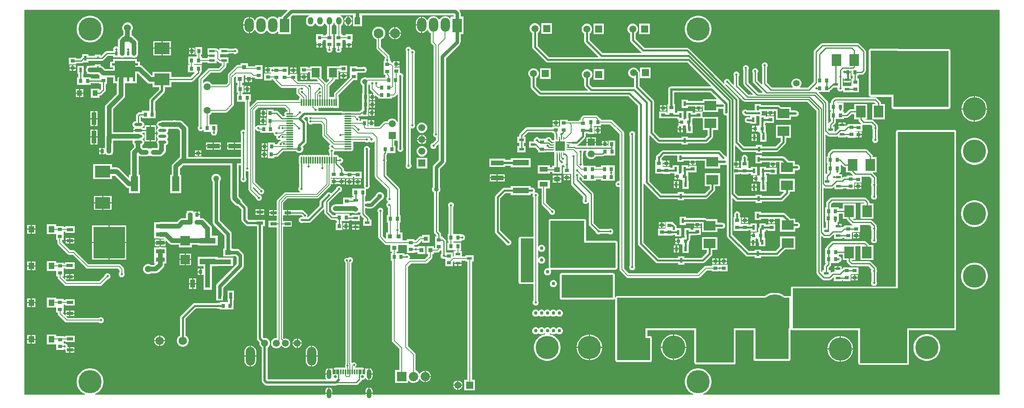
<source format=gtl>
G04*
G04 #@! TF.GenerationSoftware,Altium Limited,Altium Designer,23.10.1 (27)*
G04*
G04 Layer_Physical_Order=1*
G04 Layer_Color=255*
%FSLAX25Y25*%
%MOIN*%
G70*
G04*
G04 #@! TF.SameCoordinates,D3AB3FBC-EAD5-4AAA-8E34-AB65D5BEE443*
G04*
G04*
G04 #@! TF.FilePolarity,Positive*
G04*
G01*
G75*
%ADD12C,0.01000*%
%ADD13C,0.00800*%
%ADD20R,0.08425X0.08425*%
%ADD21R,0.02618X0.01102*%
%ADD22R,0.01102X0.02618*%
%ADD23R,0.01181X0.03937*%
%ADD24R,0.26772X0.26772*%
%ADD25R,0.07284X0.03740*%
%ADD26R,0.04842X0.05354*%
%ADD27R,0.04724X0.01968*%
%ADD28R,0.03937X0.02362*%
%ADD29R,0.03543X0.03740*%
%ADD30R,0.03543X0.03740*%
%ADD31O,0.06890X0.02362*%
%ADD32R,0.07480X0.11811*%
%ADD33R,0.03150X0.03000*%
%ADD34R,0.02559X0.05315*%
%ADD35R,0.07874X0.07874*%
%ADD36O,0.01181X0.06299*%
%ADD37R,0.01181X0.06299*%
%ADD38O,0.06299X0.01181*%
%ADD39R,0.09843X0.07874*%
%ADD40R,0.01772X0.02323*%
%ADD41R,0.06693X0.07874*%
%ADD42R,0.06299X0.12598*%
%ADD43R,0.13780X0.04724*%
%ADD44R,0.10630X0.03937*%
%ADD45R,0.07087X0.03937*%
%ADD46R,0.03937X0.07087*%
%ADD47R,0.05118X0.03937*%
%ADD48R,0.02756X0.03347*%
%ADD49R,0.03347X0.02756*%
%ADD50R,0.05315X0.02559*%
%ADD51R,0.02126X0.03543*%
%ADD52R,0.06299X0.01968*%
%ADD53R,0.07874X0.14410*%
%ADD54R,0.09843X0.14410*%
%ADD55R,0.03000X0.03150*%
%ADD56R,0.02362X0.03937*%
%ADD57R,0.04331X0.04724*%
%ADD58R,0.12992X0.09843*%
%ADD59R,0.03937X0.10630*%
%ADD60R,0.13780X0.05118*%
%ADD61R,0.07874X0.09843*%
%ADD122C,0.04000*%
%ADD123C,0.02000*%
%ADD124C,0.01500*%
%ADD125C,0.03000*%
%ADD126R,0.24122X0.31100*%
%ADD127R,1.46358X0.26000*%
%ADD128R,0.28300X0.37743*%
%ADD129R,0.98015X0.34000*%
%ADD130R,0.28000X0.18985*%
%ADD131R,0.32000X0.43000*%
%ADD132R,0.40000X0.63500*%
%ADD133R,0.48000X1.67000*%
%ADD134R,0.46700X0.47800*%
%ADD135R,0.23100X0.37800*%
%ADD136R,0.28700X0.30200*%
%ADD137R,0.55200X0.21700*%
%ADD138R,0.43600X0.19500*%
%ADD139R,0.11100X0.37200*%
%ADD140O,0.07874X0.15748*%
%ADD141C,0.05906*%
%ADD142O,0.03937X0.08268*%
%ADD143C,0.02638*%
%ADD144R,0.05906X0.05906*%
%ADD145C,0.08268*%
%ADD146R,0.05906X0.05906*%
%ADD147C,0.19685*%
%ADD148C,0.23622*%
%ADD149C,0.07087*%
%ADD150O,0.04724X0.06299*%
%ADD151R,0.04724X0.06299*%
%ADD152R,0.07874X0.11811*%
%ADD153O,0.07874X0.11811*%
%ADD154R,0.07874X0.07874*%
%ADD155C,0.07874*%
%ADD156C,0.04000*%
%ADD157C,0.02000*%
%ADD158C,0.06000*%
%ADD159C,0.03000*%
%ADD160C,0.05500*%
%ADD161C,0.04500*%
%ADD162C,0.05000*%
G36*
X830861Y4239D02*
X579390D01*
X579311Y4739D01*
X579487Y4796D01*
X581078Y5607D01*
X582522Y6656D01*
X583785Y7919D01*
X584834Y9363D01*
X585645Y10954D01*
X586196Y12652D01*
X586476Y14415D01*
Y16201D01*
X586196Y17964D01*
X585645Y19662D01*
X584834Y21253D01*
X583785Y22697D01*
X582522Y23959D01*
X581078Y25009D01*
X579487Y25819D01*
X577789Y26371D01*
X576026Y26650D01*
X574240D01*
X572477Y26371D01*
X570779Y25819D01*
X569188Y25009D01*
X567744Y23959D01*
X566481Y22697D01*
X565432Y21253D01*
X564622Y19662D01*
X564070Y17964D01*
X563791Y16201D01*
Y14415D01*
X564070Y12652D01*
X564622Y10954D01*
X565432Y9363D01*
X566481Y7919D01*
X567744Y6656D01*
X569188Y5607D01*
X570779Y4796D01*
X570955Y4739D01*
X570876Y4239D01*
X298902D01*
Y4762D01*
X295908D01*
X292914D01*
Y4239D01*
X264886D01*
Y4762D01*
X261892D01*
X258898D01*
Y4239D01*
X63642D01*
X63563Y4739D01*
X63739Y4796D01*
X65330Y5607D01*
X66774Y6656D01*
X68037Y7919D01*
X69086Y9363D01*
X69897Y10954D01*
X70448Y12652D01*
X70728Y14415D01*
Y16201D01*
X70448Y17964D01*
X69897Y19662D01*
X69086Y21253D01*
X68037Y22697D01*
X66774Y23959D01*
X65330Y25009D01*
X63739Y25819D01*
X62041Y26371D01*
X60278Y26650D01*
X58492D01*
X56729Y26371D01*
X55031Y25819D01*
X53440Y25009D01*
X51996Y23959D01*
X50734Y22697D01*
X49684Y21253D01*
X48874Y19662D01*
X48322Y17964D01*
X48043Y16201D01*
Y14415D01*
X48322Y12652D01*
X48874Y10954D01*
X49684Y9363D01*
X50734Y7919D01*
X51996Y6656D01*
X53440Y5607D01*
X55031Y4796D01*
X55207Y4739D01*
X55128Y4239D01*
X3739D01*
X3739Y330761D01*
X226428D01*
X226620Y330299D01*
X222260Y325940D01*
X221779Y325313D01*
X221611Y324906D01*
X218963D01*
Y323625D01*
X218490Y323464D01*
X218278Y323740D01*
X217142Y324611D01*
X215819Y325159D01*
X214400Y325346D01*
X212981Y325159D01*
X211658Y324611D01*
X210522Y323740D01*
X209677Y322638D01*
X209408Y322602D01*
X209392D01*
X209123Y322638D01*
X208278Y323740D01*
X207142Y324611D01*
X205819Y325159D01*
X204400Y325346D01*
X202981Y325159D01*
X201658Y324611D01*
X200522Y323740D01*
X199651Y322604D01*
X199379Y321949D01*
X198879D01*
X198713Y322352D01*
X197921Y323383D01*
X196890Y324175D01*
X195689Y324672D01*
X194900Y324776D01*
Y317894D01*
Y311012D01*
X195689Y311115D01*
X196890Y311613D01*
X197921Y312404D01*
X198713Y313435D01*
X198879Y313839D01*
X199379D01*
X199651Y313183D01*
X200522Y312048D01*
X201658Y311176D01*
X202981Y310628D01*
X204400Y310441D01*
X205819Y310628D01*
X207142Y311176D01*
X208278Y312048D01*
X209123Y313150D01*
X209392Y313185D01*
X209408D01*
X209677Y313150D01*
X210522Y312048D01*
X211658Y311176D01*
X212981Y310628D01*
X214400Y310441D01*
X215819Y310628D01*
X217142Y311176D01*
X218278Y312048D01*
X218490Y312323D01*
X218963Y312163D01*
Y310094D01*
X229837D01*
Y324905D01*
X229837Y324905D01*
X229837D01*
X230140Y325261D01*
X231253Y326374D01*
X245223D01*
X245322Y325874D01*
X244566Y325561D01*
X243760Y324942D01*
X243141Y324135D01*
X242751Y323196D01*
X242619Y322187D01*
Y320613D01*
X242751Y319604D01*
X243141Y318665D01*
X243760Y317858D01*
X244566Y317239D01*
X245506Y316850D01*
X246514Y316717D01*
X247522Y316850D01*
X248462Y317239D01*
X249269Y317858D01*
X249888Y318665D01*
X250249Y319538D01*
X250511Y319595D01*
X250772Y319538D01*
X251133Y318665D01*
X251753Y317858D01*
X252559Y317239D01*
X253499Y316850D01*
X254507Y316717D01*
X255515Y316850D01*
X256455Y317239D01*
X257262Y317858D01*
X257881Y318665D01*
X258173Y319372D01*
X258715D01*
X259008Y318665D01*
X259627Y317858D01*
X260433Y317239D01*
X260444Y317235D01*
Y310178D01*
X259227D01*
Y309237D01*
X257000D01*
Y310375D01*
X251000D01*
Y304225D01*
X251145D01*
X251500Y303875D01*
X251500Y303725D01*
Y301800D01*
X254000D01*
X256500D01*
Y303725D01*
X256500Y303875D01*
X256855Y304225D01*
X257000D01*
Y305363D01*
X258873D01*
X259227Y305009D01*
X259227Y304422D01*
X259227Y303922D01*
Y298517D01*
X259781D01*
X260115Y298017D01*
X259900Y297497D01*
Y296503D01*
X260281Y295584D01*
X260984Y294881D01*
X261903Y294500D01*
X262897D01*
X263816Y294881D01*
X264519Y295584D01*
X264900Y296503D01*
Y297497D01*
X264685Y298017D01*
X265019Y298517D01*
X265573D01*
Y303922D01*
X265573Y304273D01*
X265573Y304772D01*
Y310178D01*
X264318D01*
Y317235D01*
X264329Y317239D01*
X265136Y317858D01*
X265755Y318665D01*
X266144Y319604D01*
X266164Y319760D01*
X266669D01*
X266689Y319604D01*
X267078Y318665D01*
X267697Y317858D01*
X268504Y317239D01*
X268515Y317235D01*
Y310178D01*
X267027D01*
Y304772D01*
X267027Y304422D01*
X267027Y303922D01*
Y298517D01*
X267581D01*
X267915Y298017D01*
X267700Y297497D01*
Y296503D01*
X268081Y295584D01*
X268784Y294881D01*
X269703Y294500D01*
X270697D01*
X271616Y294881D01*
X272319Y295584D01*
X272700Y296503D01*
Y297497D01*
X272485Y298017D01*
X272819Y298517D01*
X273373D01*
Y303922D01*
X273373Y304273D01*
X273373Y304772D01*
Y305363D01*
X275900D01*
Y304225D01*
X276045D01*
X276400Y303875D01*
X276400Y303725D01*
Y301800D01*
X278900D01*
X281400D01*
Y303725D01*
X281400Y303875D01*
X281755Y304225D01*
X281900D01*
Y310375D01*
X275900D01*
Y309237D01*
X273373D01*
Y310178D01*
X272389D01*
Y317235D01*
X272400Y317239D01*
X273207Y317858D01*
X273826Y318665D01*
X274215Y319604D01*
X274347Y320613D01*
Y322187D01*
X274215Y323196D01*
X273826Y324135D01*
X273207Y324942D01*
X272400Y325561D01*
X271644Y325874D01*
X271743Y326374D01*
X281972D01*
X282338Y326050D01*
Y316751D01*
X290062D01*
Y326050D01*
X290428Y326374D01*
X367574D01*
Y325106D01*
X365163D01*
Y323825D01*
X364690Y323664D01*
X364478Y323940D01*
X363342Y324812D01*
X362019Y325359D01*
X360600Y325546D01*
X359181Y325359D01*
X357858Y324812D01*
X356722Y323940D01*
X355877Y322838D01*
X355608Y322802D01*
X355592D01*
X355324Y322838D01*
X354478Y323940D01*
X353342Y324812D01*
X352019Y325359D01*
X350600Y325546D01*
X349181Y325359D01*
X347858Y324812D01*
X346722Y323940D01*
X345851Y322804D01*
X345579Y322149D01*
X345079D01*
X344913Y322552D01*
X344121Y323583D01*
X343090Y324375D01*
X341889Y324872D01*
X341100Y324976D01*
Y318094D01*
Y311211D01*
X341889Y311315D01*
X343090Y311813D01*
X344121Y312604D01*
X344913Y313635D01*
X345079Y314038D01*
X345579D01*
X345851Y313383D01*
X346722Y312247D01*
X347858Y311376D01*
X348363Y311167D01*
Y303500D01*
X348510Y302759D01*
X348930Y302130D01*
X350863Y300198D01*
Y227800D01*
Y226798D01*
X350681Y226616D01*
X350300Y225697D01*
Y224703D01*
X350681Y223784D01*
X351384Y223081D01*
X352303Y222700D01*
X352863D01*
Y220403D01*
X350360Y217900D01*
X350103D01*
X349184Y217519D01*
X348481Y216816D01*
X348100Y215897D01*
Y214903D01*
X348481Y213984D01*
X349184Y213281D01*
X350103Y212900D01*
X351097D01*
X352016Y213281D01*
X352719Y213984D01*
X353100Y214903D01*
Y215160D01*
X354712Y216773D01*
X355174Y216581D01*
Y203553D01*
X350860Y199240D01*
X350379Y198613D01*
X350077Y197883D01*
X349974Y197100D01*
Y180359D01*
X349739Y179951D01*
X349500Y179061D01*
Y178139D01*
X349739Y177249D01*
X350199Y176451D01*
X350851Y175799D01*
X350961Y175736D01*
Y142500D01*
X351116Y141720D01*
X351558Y141058D01*
X353061Y139555D01*
Y138584D01*
X351927D01*
Y132828D01*
X351927D01*
Y132678D01*
X351927D01*
Y128716D01*
X351212D01*
Y130149D01*
X344669D01*
Y123409D01*
X346003D01*
Y122143D01*
X343198Y119337D01*
X330800D01*
X330525Y119283D01*
X330337Y119530D01*
X330241Y119736D01*
X330600Y120603D01*
Y121597D01*
X330219Y122516D01*
X329516Y123220D01*
X328597Y123600D01*
X327603D01*
X326684Y123220D01*
X326604Y123139D01*
X326083D01*
Y124273D01*
X320678D01*
X320328Y124273D01*
X319828Y124273D01*
X319237D01*
Y125409D01*
X320572D01*
Y131368D01*
X327773D01*
X328127Y131015D01*
X328127Y130428D01*
X328127Y129928D01*
Y124522D01*
X334473D01*
Y124711D01*
X334889Y124989D01*
X335103Y124900D01*
X336097D01*
X336688Y125145D01*
X337188Y124811D01*
Y123409D01*
X343731D01*
Y130149D01*
X337188D01*
Y129989D01*
X336688Y129655D01*
X336097Y129900D01*
X335103D01*
X334889Y129812D01*
X334473Y130089D01*
Y130278D01*
X334473Y130778D01*
Y131368D01*
X336206D01*
X336947Y131516D01*
X337575Y131936D01*
X340324Y134684D01*
X340928D01*
Y133251D01*
X347472D01*
Y139991D01*
X340928D01*
Y138558D01*
X339521D01*
X338780Y138411D01*
X338152Y137991D01*
X335403Y135243D01*
X334473D01*
Y136184D01*
X328127D01*
Y135243D01*
X324808D01*
X324312Y135251D01*
X324312Y135743D01*
Y141991D01*
X322440D01*
X322323Y142137D01*
X322169Y142491D01*
X322505Y143303D01*
Y144297D01*
X322125Y145216D01*
X321943Y145398D01*
Y150327D01*
X322884D01*
Y156673D01*
X322045D01*
Y178495D01*
X321889Y179275D01*
X321447Y179937D01*
X310639Y190745D01*
Y201604D01*
X310719Y201684D01*
X311100Y202603D01*
Y203597D01*
X310719Y204516D01*
X310639Y204596D01*
Y207555D01*
X311036Y207953D01*
X311478Y208614D01*
X311620Y209327D01*
X312473Y209327D01*
X312972Y209327D01*
X318378D01*
Y215673D01*
X317537D01*
Y219747D01*
X320053Y219747D01*
X320240Y219325D01*
Y213828D01*
X320034Y213331D01*
Y212337D01*
X320414Y211418D01*
X321118Y210715D01*
X322037Y210334D01*
X323031D01*
X323950Y210715D01*
X324653Y211418D01*
X325034Y212337D01*
Y213331D01*
X324828Y213828D01*
Y273677D01*
X325034Y274174D01*
Y275169D01*
X324653Y276088D01*
X323950Y276791D01*
X323031Y277172D01*
X322173D01*
Y281772D01*
X317837D01*
Y282422D01*
X318500D01*
Y284800D01*
X319000D01*
D01*
X318500D01*
Y287178D01*
X316327D01*
Y286066D01*
X315865Y285875D01*
X315770Y285970D01*
X315141Y286390D01*
X314673Y286483D01*
Y287478D01*
X314217D01*
X314000Y287803D01*
Y288797D01*
X313619Y289716D01*
X313437Y289898D01*
Y291400D01*
X313290Y292141D01*
X312870Y292770D01*
X306158Y299482D01*
Y305686D01*
X306395Y305750D01*
X307680Y306492D01*
X308729Y307541D01*
X309470Y308825D01*
X309854Y310258D01*
Y311742D01*
X309470Y313175D01*
X308729Y314459D01*
X307680Y315508D01*
X306395Y316250D01*
X304962Y316634D01*
X303479D01*
X302046Y316250D01*
X300761Y315508D01*
X299712Y314459D01*
X298971Y313175D01*
X298587Y311742D01*
Y310258D01*
X298971Y308825D01*
X299712Y307541D01*
X300761Y306492D01*
X302046Y305750D01*
X302283Y305686D01*
Y298680D01*
X302431Y297938D01*
X302851Y297310D01*
X309563Y290598D01*
Y289898D01*
X309381Y289716D01*
X309000Y288797D01*
Y287803D01*
X308783Y287478D01*
X308327D01*
Y281722D01*
X308327D01*
Y281573D01*
X308327D01*
Y275817D01*
X309619D01*
X309710Y275359D01*
X310035Y274873D01*
X309833Y274373D01*
X309717D01*
Y273137D01*
X294819D01*
X294373Y273049D01*
X293948Y273294D01*
X292994Y273550D01*
X292006D01*
X291053Y273294D01*
X290197Y272801D01*
X289499Y272103D01*
X289006Y271248D01*
X288750Y270294D01*
Y269306D01*
X289006Y268353D01*
X289499Y267497D01*
X290197Y266799D01*
X290346Y266714D01*
Y259973D01*
X290017D01*
Y253627D01*
X290017D01*
Y253573D01*
X290017D01*
Y247227D01*
X289663Y246873D01*
X289617D01*
Y245703D01*
X289020Y245584D01*
X288358Y245142D01*
X287713Y244497D01*
X281066D01*
X280602Y244589D01*
X275483D01*
X275019Y244497D01*
X273748D01*
X273275Y244812D01*
X272300Y245006D01*
X253344D01*
X253067Y245422D01*
X253100Y245503D01*
Y246497D01*
X252820Y247173D01*
X253029Y247662D01*
X253522Y247827D01*
X253605Y247772D01*
X254420Y247609D01*
X255236Y247772D01*
X255405Y247884D01*
X255573Y247772D01*
X256389Y247609D01*
X257205Y247772D01*
X257373Y247884D01*
X257542Y247772D01*
X258358Y247609D01*
X259173Y247772D01*
X259342Y247884D01*
X259510Y247772D01*
X260326Y247609D01*
X261142Y247772D01*
X261310Y247884D01*
X261479Y247772D01*
X262295Y247609D01*
X263110Y247772D01*
X263279Y247884D01*
X263447Y247772D01*
X264263Y247609D01*
X265079Y247772D01*
X265247Y247884D01*
X265416Y247772D01*
X266231Y247609D01*
X266438Y247651D01*
X270291D01*
Y256950D01*
X270137D01*
Y258492D01*
X282862Y271217D01*
X286173D01*
Y276622D01*
X286173Y276973D01*
X286173Y277352D01*
X286527Y277706D01*
X290502D01*
X290999Y277500D01*
X291993D01*
X292912Y277881D01*
X293615Y278584D01*
X293996Y279503D01*
Y280497D01*
X293615Y281416D01*
X292912Y282119D01*
X291993Y282500D01*
X290999D01*
X290502Y282294D01*
X286173D01*
Y282878D01*
X279827D01*
Y277472D01*
X279827Y277122D01*
X279827Y276622D01*
Y273661D01*
X266830Y260664D01*
X266410Y260036D01*
X266263Y259295D01*
Y257016D01*
X266231Y256991D01*
X265416Y256828D01*
X265247Y256716D01*
X265079Y256828D01*
X264263Y256991D01*
X263447Y256828D01*
X263279Y256716D01*
X263110Y256828D01*
X262295Y256991D01*
X262263Y257016D01*
Y265924D01*
X266737Y270397D01*
X267157Y271026D01*
X267304Y271767D01*
Y271963D01*
X270213D01*
Y278868D01*
X271127D01*
Y277928D01*
X277473D01*
Y283683D01*
X271127D01*
Y282743D01*
X270213D01*
Y282837D01*
X260521D01*
Y271963D01*
X262170D01*
X262362Y271501D01*
X259769Y268908D01*
X259727Y268912D01*
X255646Y272993D01*
Y282837D01*
X245954D01*
Y281743D01*
X243973D01*
Y282683D01*
X237627D01*
Y276928D01*
X243973D01*
Y277868D01*
X245954D01*
Y271963D01*
X251197D01*
X252561Y270599D01*
X252370Y270137D01*
X236077D01*
X234973Y271241D01*
Y276572D01*
X228627D01*
Y275632D01*
X227827D01*
X227473Y275985D01*
X227473Y276572D01*
X227473Y277073D01*
Y282478D01*
X221127D01*
Y281739D01*
X220573D01*
Y282484D01*
X214227D01*
Y282200D01*
X213503D01*
X213156Y282056D01*
X212973Y282178D01*
Y282178D01*
X210800D01*
Y279800D01*
Y277422D01*
X212872D01*
X213040Y277273D01*
X212849Y276772D01*
X207127D01*
Y271017D01*
X213473D01*
Y271957D01*
X214227D01*
Y270822D01*
X215558D01*
X215610Y270559D01*
X216030Y269930D01*
X218630Y267330D01*
X220730Y265230D01*
X221359Y264810D01*
X222100Y264663D01*
X234395D01*
X234631Y264222D01*
X234510Y264041D01*
X234363Y263300D01*
Y260600D01*
X234510Y259859D01*
X234930Y259230D01*
X237264Y256897D01*
X237215Y256399D01*
X237165Y256366D01*
X236703Y255675D01*
X236541Y254859D01*
Y254237D01*
X201500D01*
X200759Y254090D01*
X200130Y253670D01*
X195099Y248639D01*
X194637Y248830D01*
Y252927D01*
X195578D01*
Y259273D01*
X190173D01*
X189822Y259273D01*
X189322Y259273D01*
X188637D01*
Y260427D01*
X189578D01*
Y266773D01*
X188397D01*
Y269009D01*
X189732D01*
Y275363D01*
X190716D01*
X191169Y275249D01*
Y272879D01*
X196712D01*
Y273243D01*
X197153Y273479D01*
X197264Y273405D01*
X198005Y273257D01*
X199327D01*
Y272317D01*
X205673D01*
Y278073D01*
X205673D01*
Y278222D01*
X205673D01*
Y283978D01*
X199327D01*
Y283037D01*
X193472D01*
Y285591D01*
X186928D01*
Y284158D01*
X184821D01*
X184080Y284011D01*
X183451Y283591D01*
X176830Y276970D01*
X176410Y276341D01*
X176263Y275600D01*
Y269103D01*
X174698Y267537D01*
X162823D01*
X162363Y268334D01*
X161534Y269163D01*
X160519Y269749D01*
X159386Y270053D01*
X158214D01*
X157081Y269749D01*
X156066Y269163D01*
X155699Y268796D01*
X155237Y268988D01*
Y270998D01*
X161703Y277463D01*
X169300D01*
X170041Y277610D01*
X170670Y278030D01*
X174388Y281748D01*
X174808Y282377D01*
X174955Y283118D01*
Y285479D01*
X176880D01*
Y290447D01*
X169737D01*
Y293353D01*
X176880D01*
Y293798D01*
X181041D01*
X181121Y293718D01*
X182040Y293337D01*
X183034D01*
X183953Y293718D01*
X184656Y294421D01*
X185037Y295340D01*
Y296334D01*
X184656Y297253D01*
X183953Y297956D01*
X183034Y298337D01*
X182040D01*
X181121Y297956D01*
X181041Y297876D01*
X176880D01*
Y298321D01*
X169156D01*
Y297137D01*
X168694Y296946D01*
X168433Y297207D01*
X167804Y297627D01*
X167063Y297774D01*
X166644D01*
Y298321D01*
X158920D01*
Y293353D01*
X159420D01*
Y292400D01*
X162782D01*
Y291400D01*
X159420D01*
Y290447D01*
X158920D01*
Y289937D01*
X154283D01*
Y291173D01*
X153537D01*
Y292727D01*
X154478D01*
Y299073D01*
X148722D01*
Y292727D01*
X149663D01*
Y291527D01*
X149309Y291173D01*
X148528Y291173D01*
X148028Y291173D01*
X142622D01*
Y284827D01*
X143563D01*
Y284173D01*
X142517D01*
Y277827D01*
X147836D01*
X148043Y277327D01*
X144481Y273764D01*
X128496D01*
Y278147D01*
X112504D01*
Y275255D01*
X111737D01*
X104024Y282969D01*
X103293Y283530D01*
X102441Y283882D01*
X101586Y283995D01*
Y286992D01*
X99120D01*
Y289177D01*
X79020D01*
Y286992D01*
X76539D01*
Y282024D01*
X79020D01*
Y280629D01*
X72162D01*
X70395Y282396D01*
X69664Y282957D01*
X68812Y283310D01*
X68286Y283379D01*
Y284408D01*
X63514D01*
Y283430D01*
X59400D01*
X58931Y283369D01*
X56719D01*
Y282155D01*
X56343Y281665D01*
X55990Y280814D01*
X55870Y279900D01*
X55990Y278986D01*
X56343Y278135D01*
X56719Y277645D01*
Y276432D01*
X58931D01*
X59400Y276370D01*
X66436D01*
X67527Y275279D01*
Y274280D01*
X67527Y273929D01*
X67527D01*
Y273780D01*
X67527D01*
Y272539D01*
X60113D01*
Y273673D01*
X54707D01*
X54357Y273673D01*
X53919Y273673D01*
X53565Y274027D01*
Y276432D01*
X54207D01*
Y283369D01*
X48845D01*
Y276432D01*
X49487D01*
Y273673D01*
X48451D01*
Y267327D01*
X53857D01*
X54207Y267327D01*
X54707Y267327D01*
X60113D01*
Y268461D01*
X67527D01*
Y268024D01*
X68661D01*
Y263799D01*
X67854Y262992D01*
X67392Y263184D01*
Y263962D01*
X60062D01*
Y256238D01*
X67392D01*
Y258061D01*
X67846D01*
X68626Y258216D01*
X69288Y258658D01*
X72142Y261512D01*
X72584Y262174D01*
X72739Y262954D01*
Y268024D01*
X73873D01*
Y273568D01*
X78999D01*
Y268450D01*
X82095D01*
Y259687D01*
X73104Y250696D01*
X72543Y249965D01*
X72190Y249114D01*
X72070Y248200D01*
Y238500D01*
Y223623D01*
X71975Y222906D01*
Y213673D01*
X70100D01*
Y211000D01*
Y208327D01*
X71978D01*
Y208673D01*
X72409Y208933D01*
X72628Y208794D01*
Y207827D01*
X74020D01*
X74592Y207590D01*
X75506Y207470D01*
X76419Y207590D01*
X76991Y207827D01*
X78383D01*
Y209001D01*
X78563Y209235D01*
X78916Y210086D01*
X79036Y211000D01*
Y216185D01*
X79068D01*
Y219970D01*
X95266D01*
X95600Y219470D01*
X95488Y219200D01*
X95396Y218500D01*
X95488Y217800D01*
X95758Y217148D01*
X96188Y216588D01*
X96670Y216218D01*
Y214262D01*
X94663Y212255D01*
X94102Y211524D01*
X93749Y210673D01*
X93629Y209759D01*
Y190878D01*
X92510D01*
Y188636D01*
X92048Y188445D01*
X84421Y196071D01*
X83690Y196632D01*
X82839Y196985D01*
X81925Y197105D01*
X78096D01*
Y199996D01*
X62104D01*
Y187154D01*
X78096D01*
Y190045D01*
X80463D01*
X89925Y180583D01*
X90656Y180022D01*
X91508Y179669D01*
X92421Y179549D01*
X92510D01*
Y175280D01*
X101809D01*
Y190878D01*
X100689D01*
Y206796D01*
X101138Y207017D01*
X101235Y206943D01*
X102086Y206590D01*
X103000Y206470D01*
X107100D01*
X108014Y206590D01*
X108585Y206827D01*
X109978D01*
Y206827D01*
X110128D01*
Y206827D01*
X111521D01*
X112092Y206590D01*
X113005Y206470D01*
X118400D01*
X119314Y206590D01*
X120165Y206943D01*
X120896Y207504D01*
X122696Y209304D01*
X123257Y210035D01*
X123610Y210886D01*
X123730Y211800D01*
Y215879D01*
X123800Y215888D01*
X124452Y216158D01*
X125012Y216588D01*
X125442Y217148D01*
X125712Y217800D01*
X125804Y218500D01*
X125712Y219200D01*
X125442Y219852D01*
X125012Y220412D01*
X124643Y220696D01*
X124609Y220778D01*
Y221222D01*
X124643Y221304D01*
X125012Y221588D01*
X125442Y222148D01*
X125712Y222800D01*
X125804Y223500D01*
X125712Y224200D01*
X125442Y224852D01*
X125012Y225412D01*
X124643Y225696D01*
X124609Y225778D01*
Y226222D01*
X124643Y226304D01*
X125012Y226588D01*
X125442Y227148D01*
X125712Y227800D01*
X125804Y228500D01*
X125712Y229200D01*
X125600Y229470D01*
X125934Y229970D01*
X129586D01*
X130406Y229750D01*
X131394D01*
X132214Y229970D01*
X134038D01*
X135670Y228338D01*
Y205779D01*
X135135Y205557D01*
X134404Y204996D01*
X129702Y200295D01*
X129141Y199564D01*
X128789Y198712D01*
X128668Y197799D01*
Y190878D01*
X127549D01*
Y175280D01*
X136848D01*
Y190878D01*
X135729D01*
Y196336D01*
X138362Y198970D01*
X178470D01*
Y171000D01*
X178590Y170086D01*
X178943Y169235D01*
X179504Y168504D01*
X182704Y165304D01*
X182887Y165163D01*
X183051Y164999D01*
X183251Y164884D01*
X183435Y164743D01*
X183649Y164654D01*
X183849Y164539D01*
X184073Y164479D01*
X184286Y164390D01*
X184516Y164360D01*
X184739Y164300D01*
X184971D01*
X185114Y164281D01*
X187851Y161544D01*
Y152600D01*
X188045Y151625D01*
X188598Y150798D01*
X191347Y148049D01*
X192173Y147496D01*
X193149Y147302D01*
X199343D01*
Y147072D01*
X200951D01*
Y51928D01*
X201145Y50953D01*
X201698Y50126D01*
X203107Y48716D01*
X203052Y48510D01*
Y47337D01*
X203356Y46205D01*
X203942Y45190D01*
X204771Y44361D01*
X204956Y44254D01*
Y16195D01*
X205150Y15220D01*
X205702Y14393D01*
X207398Y12698D01*
X208225Y12145D01*
X209200Y11951D01*
X267900D01*
X268876Y12145D01*
X269348Y12461D01*
X285199D01*
X285980Y12616D01*
X286641Y13058D01*
X289200Y15617D01*
X289200Y15617D01*
X289642Y16279D01*
X289726Y16701D01*
X289907Y16813D01*
X290649D01*
X291366Y17005D01*
X292009Y17376D01*
X292534Y17901D01*
X292682Y18158D01*
X293239Y18122D01*
X293315Y17938D01*
X293791Y17318D01*
X294411Y16842D01*
X295133Y16543D01*
X295408Y16507D01*
Y21600D01*
Y26694D01*
X295133Y26658D01*
X294411Y26359D01*
X294180Y26181D01*
X293680Y26428D01*
Y26669D01*
X292589D01*
Y23700D01*
X291589D01*
Y26669D01*
X291030D01*
Y27169D01*
X284135D01*
X284035Y27668D01*
X284364Y27804D01*
X284926Y28367D01*
X285231Y29102D01*
Y29898D01*
X284926Y30633D01*
X284364Y31196D01*
X283629Y31500D01*
X282833D01*
X282098Y31196D01*
X282059Y31156D01*
X281415Y31220D01*
X281254Y31460D01*
X281137Y31577D01*
Y116106D01*
X281316Y116181D01*
X282019Y116884D01*
X282400Y117803D01*
Y118797D01*
X282019Y119716D01*
X281316Y120420D01*
X280397Y120800D01*
X279403D01*
X278484Y120420D01*
X278111Y120046D01*
X277498Y120300D01*
X276702D01*
X275967Y119996D01*
X275405Y119433D01*
X275100Y118698D01*
Y117902D01*
X275405Y117167D01*
X275967Y116604D01*
X276173Y116519D01*
Y30217D01*
X275904Y29949D01*
X275600Y29214D01*
Y28418D01*
X275904Y27683D01*
X275919Y27668D01*
X275712Y27169D01*
X266770D01*
Y26669D01*
X266211D01*
Y23700D01*
X265211D01*
Y26669D01*
X264121D01*
Y26428D01*
X263620Y26181D01*
X263389Y26359D01*
X262667Y26658D01*
X262392Y26694D01*
Y21600D01*
X261892D01*
Y21100D01*
X258898D01*
Y19435D01*
X259000Y18660D01*
X259299Y17938D01*
X259598Y17549D01*
X259351Y17049D01*
X210256D01*
X210054Y17251D01*
Y44254D01*
X210239Y44361D01*
X211068Y45190D01*
X211654Y46205D01*
X211958Y47337D01*
Y48510D01*
X211654Y49642D01*
X211068Y50658D01*
X210239Y51487D01*
X209224Y52073D01*
X208091Y52376D01*
X206919D01*
X206712Y52321D01*
X206049Y52984D01*
Y147072D01*
X207658D01*
Y152631D01*
X199343D01*
Y152400D01*
X194205D01*
X192949Y153656D01*
Y162600D01*
X192755Y163575D01*
X192202Y164402D01*
X188719Y167886D01*
X188700Y168029D01*
Y168261D01*
X188640Y168484D01*
X188610Y168714D01*
X188521Y168928D01*
X188461Y169151D01*
X188346Y169351D01*
X188257Y169565D01*
X188117Y169749D01*
X188001Y169949D01*
X187837Y170113D01*
X187696Y170296D01*
X185530Y172462D01*
Y199031D01*
X187403D01*
Y188654D01*
X187323Y188574D01*
X186942Y187655D01*
Y186661D01*
X187323Y185742D01*
X188026Y185038D01*
X188945Y184658D01*
X189940D01*
X190858Y185038D01*
X191562Y185742D01*
X191942Y186661D01*
Y187655D01*
X191562Y188574D01*
X191481Y188654D01*
Y193649D01*
X191897Y193927D01*
X192203Y193800D01*
X193197D01*
X193347Y193862D01*
X193763Y193584D01*
Y178300D01*
X193910Y177559D01*
X194330Y176930D01*
X200200Y171060D01*
Y170803D01*
X200581Y169884D01*
X201284Y169181D01*
X202203Y168800D01*
X203197D01*
X204116Y169181D01*
X204819Y169884D01*
X205200Y170803D01*
Y171797D01*
X204819Y172716D01*
X204116Y173419D01*
X203197Y173800D01*
X202940D01*
X197637Y179103D01*
Y180470D01*
X198099Y180661D01*
X202200Y176560D01*
Y176303D01*
X202581Y175384D01*
X203284Y174681D01*
X204203Y174300D01*
X205197D01*
X206116Y174681D01*
X206819Y175384D01*
X207200Y176303D01*
Y177297D01*
X206819Y178216D01*
X206116Y178919D01*
X205197Y179300D01*
X204940D01*
X199237Y185003D01*
Y229572D01*
X199737Y229672D01*
X199981Y229084D01*
X200684Y228381D01*
X201603Y228000D01*
X202024D01*
X202159Y227910D01*
X202900Y227763D01*
X203722D01*
Y226527D01*
X209128D01*
X209478Y226527D01*
X209978Y226527D01*
X215000D01*
Y225795D01*
X215381Y224876D01*
X216084Y224172D01*
X217003Y223792D01*
X217036D01*
X217300Y223397D01*
Y222403D01*
X217681Y221484D01*
X218384Y220781D01*
X219303Y220400D01*
X220297D01*
X220879Y220641D01*
X220960Y220567D01*
X220967Y219893D01*
X220473Y219400D01*
X220403D01*
X219484Y219020D01*
X218781Y218316D01*
X218400Y217397D01*
Y216837D01*
X216183D01*
Y218073D01*
X210428D01*
Y211727D01*
X210428D01*
X210315Y211273D01*
X210128D01*
Y204927D01*
X215883D01*
Y206061D01*
X217500D01*
X218280Y206216D01*
X218942Y206658D01*
X223175Y210891D01*
X225807D01*
X226271Y210799D01*
X231389D01*
X231853Y210891D01*
X234006D01*
X234069Y210781D01*
X234721Y210129D01*
X235519Y209668D01*
X236409Y209430D01*
X237331D01*
X238221Y209668D01*
X239019Y210129D01*
X239671Y210781D01*
X240132Y211579D01*
X240370Y212469D01*
Y213391D01*
X240132Y214281D01*
X239785Y214881D01*
X242402Y217498D01*
X242955Y218325D01*
X243149Y219300D01*
Y235041D01*
X242955Y236016D01*
X242402Y236843D01*
X240725Y238521D01*
X242113Y239909D01*
X243646D01*
X243924Y239493D01*
X243900Y239435D01*
Y238441D01*
X244281Y237522D01*
X244376Y237427D01*
X244046Y236632D01*
Y235637D01*
X244427Y234718D01*
X245130Y234015D01*
X246049Y233634D01*
X247044D01*
X247963Y234015D01*
X248145Y234197D01*
X254943D01*
X256263Y232877D01*
Y224700D01*
X256410Y223959D01*
X256830Y223330D01*
X263162Y216998D01*
X262481Y216316D01*
X262100Y215397D01*
Y214403D01*
X262481Y213484D01*
X262727Y213237D01*
X262144Y212653D01*
X261763Y211734D01*
Y210740D01*
X262144Y209821D01*
X262326Y209639D01*
Y207294D01*
X262295Y207268D01*
X261807Y207171D01*
X261142Y207616D01*
X260326Y207778D01*
X259510Y207616D01*
X259342Y207503D01*
X259173Y207616D01*
X258358Y207778D01*
X257542Y207616D01*
X257373Y207503D01*
X257205Y207616D01*
X256389Y207778D01*
X255573Y207616D01*
X255405Y207503D01*
X255236Y207616D01*
X254420Y207778D01*
X253605Y207616D01*
X253436Y207503D01*
X253268Y207616D01*
X252452Y207778D01*
X251636Y207616D01*
X251468Y207503D01*
X251299Y207616D01*
X250483Y207778D01*
X249668Y207616D01*
X249499Y207503D01*
X249331Y207616D01*
X248515Y207778D01*
X247699Y207616D01*
X247531Y207503D01*
X247362Y207616D01*
X246547Y207778D01*
X245731Y207616D01*
X245562Y207503D01*
X245394Y207616D01*
X244578Y207778D01*
X243762Y207616D01*
X243594Y207503D01*
X243425Y207616D01*
X242610Y207778D01*
X241794Y207616D01*
X241625Y207503D01*
X241457Y207616D01*
X240641Y207778D01*
X239825Y207616D01*
X239657Y207503D01*
X239488Y207616D01*
X238672Y207778D01*
X237857Y207616D01*
X237165Y207154D01*
X236703Y206462D01*
X236541Y205646D01*
Y200528D01*
X236633Y200064D01*
Y180269D01*
X236553Y180189D01*
X236173Y179270D01*
Y178275D01*
X236553Y177356D01*
X237256Y176653D01*
X237536Y176537D01*
X237437Y176037D01*
X225454D01*
X224713Y175890D01*
X224085Y175470D01*
X218410Y169795D01*
X217990Y169167D01*
X217842Y168425D01*
Y160880D01*
X215500D01*
Y158600D01*
Y156321D01*
X217842D01*
Y151931D01*
X210843D01*
Y146372D01*
X217842D01*
Y52376D01*
X216761D01*
X215629Y52073D01*
X214613Y51487D01*
X213784Y50658D01*
X213198Y49642D01*
X212895Y48510D01*
Y47337D01*
X213198Y46205D01*
X213784Y45190D01*
X214613Y44361D01*
X215629Y43774D01*
X216761Y43471D01*
X217934D01*
X219066Y43774D01*
X220081Y44361D01*
X220910Y45190D01*
X221284Y45837D01*
X221862D01*
X222058Y45497D01*
X222794Y44761D01*
X223696Y44240D01*
X224701Y43971D01*
X225742D01*
X226747Y44240D01*
X227648Y44761D01*
X228384Y45497D01*
X228905Y46398D01*
X229174Y47403D01*
Y48444D01*
X228905Y49449D01*
X228384Y50351D01*
X227648Y51087D01*
X226747Y51607D01*
X225742Y51876D01*
X224701D01*
X223696Y51607D01*
X223607Y51556D01*
X223007Y52157D01*
Y146569D01*
X223243Y146972D01*
X230557D01*
Y151531D01*
X223243D01*
X223007Y151933D01*
Y156018D01*
X223243Y156421D01*
X223507Y156421D01*
X226400D01*
Y158700D01*
Y160980D01*
X223507D01*
X223243Y160980D01*
X223007Y161382D01*
Y167088D01*
X226791Y170873D01*
X252163D01*
X252163Y170873D01*
X252709Y170981D01*
X253172Y171291D01*
X263120Y181238D01*
X263429Y181701D01*
X263538Y182248D01*
X263538Y182248D01*
Y182822D01*
X265700D01*
Y185200D01*
Y187578D01*
X263538D01*
Y188228D01*
X269373D01*
Y188228D01*
X269527Y188328D01*
X275873D01*
X276127Y187933D01*
Y187928D01*
X282473D01*
Y189166D01*
X283227D01*
Y187928D01*
X289573D01*
Y193684D01*
X283227D01*
Y193245D01*
X282473D01*
Y193684D01*
X276127D01*
X275873Y194079D01*
Y194083D01*
X274739D01*
Y195600D01*
X274584Y196380D01*
X274142Y197042D01*
X271084Y200100D01*
X271291Y200600D01*
X271897D01*
X272816Y200981D01*
X273519Y201684D01*
X273900Y202603D01*
Y203597D01*
X273519Y204516D01*
X272816Y205220D01*
X271897Y205600D01*
X270903D01*
X270783Y205551D01*
X270284Y205885D01*
X270169Y206462D01*
X269707Y207154D01*
X269016Y207616D01*
X268200Y207778D01*
X267384Y207616D01*
X267216Y207503D01*
X267047Y207616D01*
X266232Y207778D01*
X266200Y207804D01*
Y209639D01*
X266382Y209821D01*
X266763Y210740D01*
Y210993D01*
X274620D01*
X274668Y210961D01*
X275483Y210799D01*
X280602D01*
X281417Y210961D01*
X282109Y211423D01*
X282571Y212114D01*
X282733Y212930D01*
X282571Y213746D01*
X282458Y213914D01*
X282571Y214083D01*
X282733Y214898D01*
X282571Y215714D01*
X282458Y215883D01*
X282571Y216051D01*
X282733Y216867D01*
X282571Y217683D01*
X282458Y217851D01*
X282571Y218020D01*
X282733Y218835D01*
X282759Y218867D01*
X292598D01*
X292784Y218681D01*
X293703Y218300D01*
X294697D01*
X295616Y218681D01*
X296200Y219265D01*
X296784Y218681D01*
X297703Y218300D01*
X298697D01*
X299616Y218681D01*
X300263Y219327D01*
X300529Y219285D01*
X300763Y219174D01*
Y189700D01*
X300910Y188959D01*
X301330Y188330D01*
X311363Y178298D01*
Y171898D01*
X311181Y171716D01*
X310800Y170797D01*
Y169803D01*
X311181Y168884D01*
X311884Y168181D01*
X312100Y168091D01*
Y167550D01*
X311784Y167420D01*
X311081Y166716D01*
X310700Y165797D01*
Y164803D01*
X311081Y163884D01*
X311784Y163181D01*
X312163Y163024D01*
Y156673D01*
X311222D01*
Y150327D01*
X312163D01*
Y141991D01*
X310288D01*
Y136905D01*
X309826Y136713D01*
X307637Y138902D01*
Y158702D01*
X307819Y158884D01*
X308200Y159803D01*
Y160797D01*
X307819Y161716D01*
X307116Y162419D01*
X306197Y162800D01*
X305203D01*
X304284Y162419D01*
X303581Y161716D01*
X303200Y160797D01*
Y159803D01*
X303581Y158884D01*
X303763Y158702D01*
Y138100D01*
X303910Y137359D01*
X304330Y136730D01*
X305630Y135430D01*
X309125Y131936D01*
X309753Y131516D01*
X310494Y131368D01*
X314028D01*
Y125409D01*
X315363D01*
Y124273D01*
X314422D01*
Y117927D01*
X315363D01*
Y50100D01*
X315510Y49359D01*
X315930Y48730D01*
X321663Y42998D01*
Y25137D01*
X318163D01*
Y14263D01*
X329037D01*
Y15867D01*
X329537Y16074D01*
X330262Y15349D01*
X331501Y14634D01*
X332884Y14263D01*
X334316D01*
X335699Y14634D01*
X336939Y15349D01*
X337951Y16362D01*
X338600Y17486D01*
X338978Y17547D01*
X339161Y17515D01*
X339649Y16669D01*
X340569Y15750D01*
X341694Y15100D01*
X342950Y14763D01*
X343100D01*
Y19700D01*
Y24637D01*
X342950D01*
X341694Y24301D01*
X340569Y23651D01*
X339649Y22731D01*
X339161Y21885D01*
X338978Y21853D01*
X338600Y21914D01*
X337951Y23039D01*
X336939Y24051D01*
X335699Y24767D01*
X335537Y24810D01*
Y38300D01*
X335390Y39041D01*
X334970Y39670D01*
X329137Y45502D01*
Y112998D01*
X331603Y115463D01*
X344000D01*
X344741Y115610D01*
X345370Y116030D01*
X349310Y119970D01*
X349730Y120599D01*
X349877Y121340D01*
Y123409D01*
X351212D01*
Y124842D01*
X354079D01*
X354820Y124989D01*
X355449Y125409D01*
X356470Y126430D01*
X356542Y126538D01*
X357179Y126600D01*
X357261Y126520D01*
Y123596D01*
X357181Y123516D01*
X356800Y122597D01*
Y121603D01*
X357181Y120684D01*
X357884Y119981D01*
X358803Y119600D01*
X359797D01*
X360054Y119706D01*
X360539Y119446D01*
X360627Y119128D01*
Y118978D01*
X360627D01*
X360627Y118628D01*
Y113222D01*
X366973D01*
Y116534D01*
X367831Y117392D01*
X368332Y117185D01*
Y116326D01*
X371300D01*
X374269D01*
Y117826D01*
X377674D01*
Y117082D01*
X379363D01*
Y16753D01*
X376847D01*
Y7847D01*
X385753D01*
Y16753D01*
X383237D01*
Y117082D01*
X384611D01*
Y122444D01*
X377674D01*
Y121700D01*
X374768D01*
Y126381D01*
X373237D01*
Y127027D01*
X374178D01*
Y133373D01*
X368773D01*
X368422Y133373D01*
X367932Y133373D01*
X367432Y133397D01*
Y133973D01*
X367785Y134327D01*
X368373Y134327D01*
X368872Y134327D01*
X374278D01*
Y135017D01*
X374403Y135100D01*
X375397D01*
X376316Y135481D01*
X377019Y136184D01*
X377400Y137103D01*
Y138097D01*
X377019Y139016D01*
X376316Y139719D01*
X375397Y140100D01*
X374403D01*
X374278Y140183D01*
Y140673D01*
X368872D01*
X368522Y140673D01*
X368022Y140673D01*
X367432D01*
Y163407D01*
X367614Y163589D01*
X367994Y164508D01*
Y165503D01*
X367614Y166422D01*
X366911Y167125D01*
X365992Y167506D01*
X364997D01*
X364078Y167125D01*
X363375Y166422D01*
X362995Y165503D01*
Y164508D01*
X363375Y163589D01*
X363557Y163407D01*
Y140673D01*
X362617D01*
Y134327D01*
X363557D01*
Y133373D01*
X362517D01*
Y127027D01*
X367922D01*
X368272Y127027D01*
X368773Y127027D01*
X369363D01*
Y126381D01*
X367831D01*
Y121777D01*
X367353Y121706D01*
X366973Y122027D01*
Y124883D01*
X361339D01*
Y134400D01*
X361184Y135180D01*
X360742Y135842D01*
X359436Y137147D01*
X358775Y137590D01*
X358273Y137689D01*
Y138584D01*
X357139D01*
Y140400D01*
X356984Y141180D01*
X356542Y141842D01*
X355039Y143345D01*
Y175736D01*
X355149Y175799D01*
X355801Y176451D01*
X356261Y177249D01*
X356500Y178139D01*
Y179061D01*
X356261Y179951D01*
X356026Y180359D01*
Y195847D01*
X360340Y200160D01*
X360821Y200787D01*
X361123Y201517D01*
X361226Y202300D01*
Y289847D01*
X372740Y301360D01*
X373220Y301987D01*
X373523Y302717D01*
X373626Y303500D01*
X373626Y303500D01*
Y310295D01*
X376037D01*
Y325106D01*
X373626D01*
Y328000D01*
X373523Y328783D01*
X373220Y329513D01*
X372740Y330140D01*
X372580Y330299D01*
X372772Y330761D01*
X830861D01*
X830861Y4239D01*
D02*
G37*
G36*
X167967Y286593D02*
X168596Y286173D01*
X169156Y286062D01*
Y285479D01*
X171081D01*
Y283921D01*
X168498Y281337D01*
X160900D01*
X160159Y281190D01*
X159530Y280770D01*
X151930Y273170D01*
X151510Y272541D01*
X151363Y271800D01*
Y232098D01*
X151181Y231916D01*
X150800Y230997D01*
Y230003D01*
X151181Y229084D01*
X151884Y228381D01*
X152803Y228000D01*
X153797D01*
X154716Y228381D01*
X155222Y228887D01*
X155722Y228679D01*
Y227327D01*
X161128D01*
X161577Y227327D01*
X162005Y226874D01*
Y226161D01*
X162386Y225242D01*
X163089Y224538D01*
X164008Y224158D01*
X165003D01*
X165922Y224538D01*
X166625Y225242D01*
X167006Y226161D01*
Y227155D01*
X167120Y227327D01*
X167384D01*
Y233673D01*
X161978D01*
X161628Y233673D01*
X161091Y233673D01*
X160737Y234027D01*
Y241577D01*
X161534Y242037D01*
X162363Y242866D01*
X162823Y243663D01*
X174600D01*
X175341Y243810D01*
X175970Y244230D01*
X180870Y249130D01*
X181290Y249759D01*
X181437Y250500D01*
Y273098D01*
X182726Y274387D01*
X183188Y274195D01*
Y269009D01*
X184523D01*
Y266773D01*
X183822D01*
Y260427D01*
X184763D01*
Y259273D01*
X183917D01*
Y252927D01*
X189322D01*
X189673Y252927D01*
X190173Y252927D01*
X190763D01*
Y229267D01*
X190347Y228989D01*
X189940Y229158D01*
X188945D01*
X188026Y228777D01*
X187323Y228074D01*
X186942Y227155D01*
Y226161D01*
X187323Y225242D01*
X187403Y225161D01*
Y218264D01*
X182500D01*
Y215295D01*
Y212327D01*
X187403D01*
Y205969D01*
X182469D01*
X182000Y206030D01*
X154373D01*
Y206078D01*
X148027D01*
Y206030D01*
X142730D01*
Y229800D01*
X142610Y230714D01*
X142257Y231565D01*
X141696Y232296D01*
X137996Y235996D01*
X137265Y236557D01*
X136414Y236910D01*
X135500Y237030D01*
X132214D01*
X131394Y237250D01*
X130406D01*
X129586Y237030D01*
X120836D01*
X119923Y236910D01*
X119071Y236557D01*
X118611Y236204D01*
X118572D01*
X117873Y236112D01*
X117220Y235842D01*
X116660Y235412D01*
X116230Y234852D01*
X115960Y234200D01*
X115868Y233500D01*
X115960Y232800D01*
X116230Y232148D01*
X116660Y231588D01*
X117030Y231304D01*
X117064Y231222D01*
Y230778D01*
X117030Y230696D01*
X116660Y230412D01*
X116230Y229852D01*
X115960Y229200D01*
X115868Y228500D01*
X115960Y227800D01*
X116230Y227148D01*
X116660Y226588D01*
X117030Y226304D01*
X117064Y226222D01*
Y225778D01*
X117030Y225696D01*
X116660Y225412D01*
X116230Y224852D01*
X115960Y224200D01*
X115868Y223500D01*
X115960Y222800D01*
X116230Y222148D01*
X116660Y221588D01*
X117030Y221304D01*
X117064Y221222D01*
Y220778D01*
X117030Y220696D01*
X116660Y220412D01*
X116230Y219852D01*
X115960Y219200D01*
X115868Y218500D01*
X115960Y217800D01*
X116230Y217148D01*
X116660Y216588D01*
X116670Y216581D01*
Y213530D01*
X113005D01*
X112092Y213410D01*
X111521Y213173D01*
X110128D01*
Y213173D01*
X109978D01*
Y213173D01*
X108585D01*
X108014Y213410D01*
X107100Y213530D01*
X104462D01*
X103730Y214262D01*
Y216055D01*
X103980Y216158D01*
X104540Y216588D01*
X104970Y217148D01*
X105240Y217800D01*
X105332Y218500D01*
X105240Y219200D01*
X104970Y219852D01*
X104540Y220412D01*
X104170Y220696D01*
X104136Y220778D01*
Y221222D01*
X104170Y221304D01*
X104540Y221588D01*
X104970Y222148D01*
X105240Y222800D01*
X105332Y223500D01*
X105240Y224200D01*
X104970Y224852D01*
X104540Y225412D01*
X103980Y225842D01*
X103693Y225961D01*
X103792Y226461D01*
X105860D01*
Y219094D01*
X110100D01*
Y226000D01*
Y232906D01*
X105860D01*
Y230539D01*
X103792D01*
X103693Y231039D01*
X103980Y231158D01*
X104540Y231588D01*
X104970Y232148D01*
X105240Y232800D01*
X105332Y233500D01*
X105240Y234200D01*
X104970Y234852D01*
X104540Y235412D01*
X103980Y235842D01*
X103328Y236112D01*
X102628Y236204D01*
X102403D01*
Y239961D01*
X103422D01*
Y238827D01*
X108828D01*
X109178Y238827D01*
X109678Y238827D01*
X115084D01*
Y245173D01*
X114754D01*
Y252750D01*
X122302Y260298D01*
X122855Y261125D01*
X123049Y262100D01*
Y265304D01*
X128496D01*
Y269686D01*
X145325D01*
X146106Y269841D01*
X146767Y270283D01*
X152742Y276258D01*
X153184Y276920D01*
X153339Y277700D01*
Y277827D01*
X154178D01*
Y284173D01*
X148773D01*
X148422Y284173D01*
X147937Y284173D01*
X147851Y284180D01*
X147659Y284695D01*
X147791Y284827D01*
X148378Y284827D01*
X148878Y284827D01*
X154283D01*
Y286063D01*
X158920D01*
Y285479D01*
X166644D01*
Y287263D01*
X167106Y287454D01*
X167967Y286593D01*
D02*
G37*
G36*
X107779Y269229D02*
X108510Y268668D01*
X109361Y268315D01*
X110275Y268195D01*
X110275Y268195D01*
X112504D01*
Y265304D01*
X117951D01*
Y263156D01*
X110403Y255608D01*
X109851Y254781D01*
X109657Y253806D01*
Y245225D01*
X109178Y245173D01*
X108828Y245173D01*
X103422D01*
Y244039D01*
X101400D01*
X101400Y244039D01*
X100620Y243884D01*
X99958Y243442D01*
X98922Y242406D01*
X98480Y241744D01*
X98325Y240964D01*
Y236204D01*
X98100D01*
X97400Y236112D01*
X96748Y235842D01*
X96188Y235412D01*
X95758Y234852D01*
X95488Y234200D01*
X95396Y233500D01*
X95488Y232800D01*
X95758Y232148D01*
X96188Y231588D01*
X96748Y231158D01*
X97101Y231012D01*
X97125Y230938D01*
X97115Y230465D01*
X96527Y230072D01*
X96046Y229351D01*
X95976Y229000D01*
X100364D01*
Y228000D01*
X95976D01*
X96046Y227649D01*
X96164Y227471D01*
X95929Y227030D01*
X79130D01*
Y238500D01*
Y246738D01*
X88121Y255729D01*
X88683Y256460D01*
X89035Y257312D01*
X89155Y258225D01*
Y268450D01*
X99125D01*
Y274994D01*
X99120D01*
Y276942D01*
X100065D01*
X107779Y269229D01*
D02*
G37*
G36*
X226893Y245268D02*
Y244589D01*
X226271D01*
X225455Y244427D01*
X224764Y243965D01*
X224302Y243273D01*
X224139Y242458D01*
X224302Y241642D01*
X224701Y241044D01*
X224538Y240560D01*
X223024D01*
X218942Y244642D01*
X218280Y245084D01*
X217500Y245239D01*
X215084D01*
Y246373D01*
X209328D01*
Y240027D01*
X209328D01*
X209215Y239573D01*
X209128D01*
Y233373D01*
X209128Y233227D01*
X208774Y232873D01*
X203722D01*
X203722Y232873D01*
Y232873D01*
X203222Y232741D01*
X202597Y233000D01*
X201603D01*
X200684Y232620D01*
X199981Y231916D01*
X199737Y231329D01*
X199237Y231428D01*
Y245298D01*
X201903Y247963D01*
X224198D01*
X226893Y245268D01*
D02*
G37*
G36*
X296252Y267536D02*
X296481Y266984D01*
X296663Y266802D01*
Y263900D01*
X296810Y263159D01*
X297230Y262530D01*
X299825Y259935D01*
X299634Y259473D01*
X299300D01*
Y257300D01*
X301178D01*
Y257929D01*
X301640Y258120D01*
X302530Y257230D01*
X303159Y256810D01*
X303717Y256699D01*
Y255427D01*
X309472D01*
Y255427D01*
X309622D01*
Y255427D01*
X315378D01*
Y256663D01*
X316600D01*
X317341Y256810D01*
X317970Y257230D01*
X319740Y259000D01*
X320240Y258816D01*
Y236020D01*
X319749Y235919D01*
X319163Y236934D01*
X318334Y237763D01*
X317319Y238349D01*
X316186Y238653D01*
X315014D01*
X313881Y238349D01*
X312866Y237763D01*
X312037Y236934D01*
X311577Y236137D01*
X309500D01*
X308759Y235990D01*
X308130Y235570D01*
X304598Y232037D01*
X300284D01*
Y234100D01*
X295528D01*
Y232037D01*
X294878D01*
Y237773D01*
X289122D01*
Y236521D01*
X288098D01*
X287831Y237021D01*
X287990Y237259D01*
X288137Y238000D01*
X287990Y238741D01*
X287570Y239370D01*
X286983Y239956D01*
X287175Y240418D01*
X288558D01*
X289117Y240530D01*
X289617Y240527D01*
X289617Y240527D01*
X289617Y240527D01*
X295373D01*
Y243743D01*
X295444Y244100D01*
Y247227D01*
X295773D01*
Y253573D01*
X295773D01*
Y253627D01*
X295773D01*
Y259973D01*
X295444D01*
Y267316D01*
X295727Y267613D01*
X296252Y267536D01*
D02*
G37*
%LPC*%
G36*
X278826Y325513D02*
Y321900D01*
X281717D01*
Y322187D01*
X281602Y323065D01*
X281263Y323883D01*
X280724Y324585D01*
X280022Y325124D01*
X279204Y325463D01*
X278826Y325513D01*
D02*
G37*
G36*
X277826Y325513D02*
X277448Y325463D01*
X276630Y325124D01*
X275928Y324585D01*
X275389Y323883D01*
X275050Y323065D01*
X274935Y322187D01*
Y321900D01*
X277826D01*
Y325513D01*
D02*
G37*
G36*
X340100Y324976D02*
X339311Y324872D01*
X338110Y324375D01*
X337079Y323583D01*
X336288Y322552D01*
X335790Y321351D01*
X335620Y320062D01*
Y318594D01*
X340100D01*
Y324976D01*
D02*
G37*
G36*
X193900Y324776D02*
X193111Y324672D01*
X191910Y324175D01*
X190879Y323383D01*
X190088Y322352D01*
X189590Y321151D01*
X189420Y319862D01*
Y318394D01*
X193900D01*
Y324776D01*
D02*
G37*
G36*
X281717Y320900D02*
X278826D01*
Y317287D01*
X279204Y317337D01*
X280022Y317676D01*
X280724Y318215D01*
X281263Y318917D01*
X281602Y319735D01*
X281717Y320613D01*
Y320900D01*
D02*
G37*
G36*
X277826D02*
X274935D01*
Y320613D01*
X275050Y319735D01*
X275389Y318917D01*
X275928Y318215D01*
X276630Y317676D01*
X277448Y317337D01*
X277826Y317287D01*
Y320900D01*
D02*
G37*
G36*
X318676Y316134D02*
X318500D01*
Y311500D01*
X323134D01*
Y311676D01*
X322784Y312982D01*
X322108Y314152D01*
X321152Y315108D01*
X319982Y315784D01*
X318676Y316134D01*
D02*
G37*
G36*
X317500D02*
X317324D01*
X316018Y315784D01*
X314848Y315108D01*
X313892Y314152D01*
X313216Y312982D01*
X312866Y311676D01*
Y311500D01*
X317500D01*
Y316134D01*
D02*
G37*
G36*
X340100Y317594D02*
X335620D01*
Y316125D01*
X335790Y314836D01*
X336288Y313635D01*
X337079Y312604D01*
X338110Y311813D01*
X339311Y311315D01*
X340100Y311211D01*
Y317594D01*
D02*
G37*
G36*
X193900Y317394D02*
X189420D01*
Y315925D01*
X189590Y314636D01*
X190088Y313435D01*
X190879Y312404D01*
X191910Y311613D01*
X193111Y311115D01*
X193900Y311012D01*
Y317394D01*
D02*
G37*
G36*
X451053Y319453D02*
X442147D01*
Y310547D01*
X451053D01*
Y319453D01*
D02*
G37*
G36*
X534053Y319053D02*
X525147D01*
Y310147D01*
X534053D01*
Y319053D01*
D02*
G37*
G36*
X495153D02*
X486247D01*
Y310147D01*
X495153D01*
Y319053D01*
D02*
G37*
G36*
X323134Y310500D02*
X318500D01*
Y305866D01*
X318676D01*
X319982Y306216D01*
X321152Y306892D01*
X322108Y307848D01*
X322784Y309018D01*
X323134Y310324D01*
Y310500D01*
D02*
G37*
G36*
X317500D02*
X312866D01*
Y310324D01*
X313216Y309018D01*
X313892Y307848D01*
X314848Y306892D01*
X316018Y306216D01*
X317324Y305866D01*
X317500D01*
Y310500D01*
D02*
G37*
G36*
X576026Y325863D02*
X574240D01*
X572477Y325584D01*
X570779Y325032D01*
X569188Y324221D01*
X567744Y323172D01*
X566481Y321910D01*
X565432Y320465D01*
X564622Y318875D01*
X564070Y317177D01*
X563791Y315413D01*
Y313628D01*
X564070Y311864D01*
X564622Y310167D01*
X565432Y308576D01*
X566481Y307131D01*
X567744Y305869D01*
X569188Y304819D01*
X570779Y304009D01*
X572477Y303457D01*
X574240Y303178D01*
X576026D01*
X577789Y303457D01*
X579487Y304009D01*
X581078Y304819D01*
X582522Y305869D01*
X583785Y307131D01*
X584834Y308576D01*
X585645Y310167D01*
X586196Y311864D01*
X586476Y313628D01*
Y315413D01*
X586196Y317177D01*
X585645Y318875D01*
X584834Y320465D01*
X583785Y321910D01*
X582522Y323172D01*
X581078Y324221D01*
X579487Y325032D01*
X577789Y325584D01*
X576026Y325863D01*
D02*
G37*
G36*
X60278D02*
X58492D01*
X56729Y325584D01*
X55031Y325032D01*
X53440Y324221D01*
X51996Y323172D01*
X50734Y321910D01*
X49684Y320465D01*
X48874Y318875D01*
X48322Y317177D01*
X48043Y315413D01*
Y313628D01*
X48322Y311864D01*
X48874Y310167D01*
X49684Y308576D01*
X50734Y307131D01*
X51996Y305869D01*
X53440Y304819D01*
X55031Y304009D01*
X56729Y303457D01*
X58492Y303178D01*
X60278D01*
X62041Y303457D01*
X63739Y304009D01*
X65330Y304819D01*
X66774Y305869D01*
X68037Y307131D01*
X69086Y308576D01*
X69897Y310167D01*
X70448Y311864D01*
X70728Y313628D01*
Y315413D01*
X70448Y317177D01*
X69897Y318875D01*
X69086Y320465D01*
X68037Y321910D01*
X66774Y323172D01*
X65330Y324221D01*
X63739Y325032D01*
X62041Y325584D01*
X60278Y325863D01*
D02*
G37*
G36*
X91765Y320086D02*
X90580D01*
X89435Y319780D01*
X88409Y319187D01*
X87572Y318349D01*
X86979Y317323D01*
X86673Y316179D01*
Y314994D01*
X86979Y313849D01*
X87572Y312823D01*
X87642Y312753D01*
Y309835D01*
X86827Y309020D01*
X86435Y308857D01*
X85704Y308296D01*
X84066Y306659D01*
X83505Y305927D01*
X83152Y305076D01*
X83032Y304162D01*
Y299948D01*
X82532Y299614D01*
X82060Y299809D01*
X81065D01*
X80146Y299429D01*
X79443Y298726D01*
X79062Y297807D01*
Y297031D01*
X78999D01*
Y295799D01*
X73660D01*
X72879Y295644D01*
X72218Y295202D01*
X68798Y291782D01*
X68286D01*
Y292715D01*
X63514D01*
Y291782D01*
X58144D01*
Y293211D01*
X52782D01*
Y291239D01*
X52701Y291184D01*
X51054Y289538D01*
X47773D01*
Y290276D01*
X41427D01*
Y284521D01*
X47773D01*
Y285459D01*
X51898D01*
X52679Y285614D01*
X53340Y286057D01*
X53558Y286274D01*
X58144D01*
Y287703D01*
X63514D01*
Y287392D01*
X68286D01*
Y287703D01*
X69643D01*
X70423Y287859D01*
X71084Y288301D01*
X74505Y291721D01*
X78999D01*
Y290488D01*
X85315D01*
X85649Y290350D01*
X86562Y290230D01*
X87476Y290350D01*
X87810Y290488D01*
X95315D01*
X95649Y290350D01*
X96562Y290230D01*
X97476Y290350D01*
X97810Y290488D01*
X99125D01*
Y291351D01*
X99620Y291995D01*
X99972Y292846D01*
X100092Y293760D01*
Y302938D01*
X99972Y303852D01*
X99620Y304703D01*
X99059Y305434D01*
X96626Y307867D01*
X96296Y308296D01*
X95565Y308857D01*
X94714Y309210D01*
X94703Y309211D01*
Y312753D01*
X94773Y312823D01*
X95366Y313849D01*
X95673Y314994D01*
Y316179D01*
X95366Y317323D01*
X94773Y318349D01*
X93936Y319187D01*
X92909Y319780D01*
X91765Y320086D01*
D02*
G37*
G36*
X127996Y304221D02*
X121000D01*
Y298800D01*
X127996D01*
Y304221D01*
D02*
G37*
G36*
X120000D02*
X113004D01*
Y298800D01*
X120000D01*
Y304221D01*
D02*
G37*
G36*
X281400Y300800D02*
X279400D01*
Y298725D01*
X281400D01*
Y300800D01*
D02*
G37*
G36*
X278400D02*
X276400D01*
Y298725D01*
X278400D01*
Y300800D01*
D02*
G37*
G36*
X256500D02*
X254500D01*
Y298725D01*
X256500D01*
Y300800D01*
D02*
G37*
G36*
X253500D02*
X251500D01*
Y298725D01*
X253500D01*
Y300800D01*
D02*
G37*
G36*
X148073Y298573D02*
X146195D01*
Y296400D01*
X148073D01*
Y298573D01*
D02*
G37*
G36*
X145194D02*
X143317D01*
Y296400D01*
X145194D01*
Y298573D01*
D02*
G37*
G36*
X148073Y295400D02*
X146195D01*
Y293227D01*
X148073D01*
Y295400D01*
D02*
G37*
G36*
X145194D02*
X143317D01*
Y293227D01*
X145194D01*
Y295400D01*
D02*
G37*
G36*
X127996Y297800D02*
X121000D01*
Y292379D01*
X127996D01*
Y297800D01*
D02*
G37*
G36*
X120000D02*
X113004D01*
Y292379D01*
X120000D01*
Y297800D01*
D02*
G37*
G36*
X321673Y287178D02*
X319500D01*
Y285300D01*
X321673D01*
Y287178D01*
D02*
G37*
G36*
Y284300D02*
X319500D01*
Y282422D01*
X321673D01*
Y284300D01*
D02*
G37*
G36*
X47273Y283871D02*
X45100D01*
Y281993D01*
X47273D01*
Y283871D01*
D02*
G37*
G36*
X44100D02*
X41927D01*
Y281993D01*
X44100D01*
Y283871D01*
D02*
G37*
G36*
X209800Y282178D02*
X207627D01*
Y280300D01*
X209800D01*
Y282178D01*
D02*
G37*
G36*
X234473Y281978D02*
X232300D01*
Y280100D01*
X234473D01*
Y281978D01*
D02*
G37*
G36*
X231300D02*
X229127D01*
Y280100D01*
X231300D01*
Y281978D01*
D02*
G37*
G36*
X47273Y280993D02*
X45100D01*
Y279115D01*
X47273D01*
Y280993D01*
D02*
G37*
G36*
X44100D02*
X41927D01*
Y279115D01*
X44100D01*
Y280993D01*
D02*
G37*
G36*
X209800Y279300D02*
X207627D01*
Y277422D01*
X209800D01*
Y279300D01*
D02*
G37*
G36*
X234473Y279100D02*
X232300D01*
Y277222D01*
X234473D01*
Y279100D01*
D02*
G37*
G36*
X231300D02*
X229127D01*
Y277222D01*
X231300D01*
Y279100D01*
D02*
G37*
G36*
X276973Y277278D02*
X274800D01*
Y275400D01*
X276973D01*
Y277278D01*
D02*
G37*
G36*
X273800D02*
X271627D01*
Y275400D01*
X273800D01*
Y277278D01*
D02*
G37*
G36*
X243473Y276278D02*
X241300D01*
Y274400D01*
X243473D01*
Y276278D01*
D02*
G37*
G36*
X240300D02*
X238127D01*
Y274400D01*
X240300D01*
Y276278D01*
D02*
G37*
G36*
X534753Y281853D02*
X525847D01*
Y272947D01*
X534753D01*
Y281853D01*
D02*
G37*
G36*
X276973Y274400D02*
X274800D01*
Y272522D01*
X276973D01*
Y274400D01*
D02*
G37*
G36*
X273800D02*
X271627D01*
Y272522D01*
X273800D01*
Y274400D01*
D02*
G37*
G36*
X449953Y281253D02*
X441047D01*
Y272347D01*
X449953D01*
Y281253D01*
D02*
G37*
G36*
X495268Y280468D02*
X486362D01*
Y271562D01*
X495268D01*
Y280468D01*
D02*
G37*
G36*
X243473Y273400D02*
X241300D01*
Y271522D01*
X243473D01*
Y273400D01*
D02*
G37*
G36*
X240300D02*
X238127D01*
Y271522D01*
X240300D01*
Y273400D01*
D02*
G37*
G36*
X196712Y271879D02*
X194440D01*
Y269509D01*
X196712D01*
Y271879D01*
D02*
G37*
G36*
X193440D02*
X191169D01*
Y269509D01*
X193440D01*
Y271879D01*
D02*
G37*
G36*
X194983Y266273D02*
X193105D01*
Y264100D01*
X194983D01*
Y266273D01*
D02*
G37*
G36*
X192105D02*
X190228D01*
Y264100D01*
X192105D01*
Y266273D01*
D02*
G37*
G36*
X194983Y263100D02*
X193105D01*
Y260927D01*
X194983D01*
Y263100D01*
D02*
G37*
G36*
X192105D02*
X190228D01*
Y260927D01*
X192105D01*
Y263100D01*
D02*
G37*
G36*
X53565Y263462D02*
X50900D01*
Y260600D01*
X53565D01*
Y263462D01*
D02*
G37*
G36*
X49900D02*
X47235D01*
Y260600D01*
X49900D01*
Y263462D01*
D02*
G37*
G36*
X53565Y259600D02*
X50900D01*
Y256738D01*
X53565D01*
Y259600D01*
D02*
G37*
G36*
X49900D02*
X47235D01*
Y256738D01*
X49900D01*
Y259600D01*
D02*
G37*
G36*
X547988Y249993D02*
X545815D01*
Y248115D01*
X547988D01*
Y249993D01*
D02*
G37*
G36*
X544815D02*
X542642D01*
Y248115D01*
X544815D01*
Y249993D01*
D02*
G37*
G36*
X810168Y257558D02*
X809815D01*
Y247215D01*
X820158D01*
Y247568D01*
X819890Y249254D01*
X819363Y250877D01*
X818588Y252398D01*
X817585Y253778D01*
X816378Y254985D01*
X814998Y255988D01*
X813477Y256763D01*
X811854Y257291D01*
X810168Y257558D01*
D02*
G37*
G36*
X808815D02*
X808462D01*
X806776Y257291D01*
X805153Y256763D01*
X803632Y255988D01*
X802252Y254985D01*
X801045Y253778D01*
X800042Y252398D01*
X799267Y250877D01*
X798739Y249254D01*
X798472Y247568D01*
Y247215D01*
X808815D01*
Y257558D01*
D02*
G37*
G36*
X744415Y297844D02*
X721315D01*
X720730Y297728D01*
X720234Y297396D01*
X719902Y296900D01*
X719786Y296315D01*
Y258515D01*
X719902Y257930D01*
X720234Y257434D01*
X720730Y257102D01*
X721315Y256986D01*
X739186D01*
Y248215D01*
X739302Y247630D01*
X739634Y247134D01*
X740130Y246802D01*
X740715Y246686D01*
X787415D01*
X788000Y246802D01*
X788496Y247134D01*
X788828Y247630D01*
X788944Y248215D01*
Y296015D01*
X788828Y296600D01*
X788496Y297096D01*
X788000Y297428D01*
X787415Y297544D01*
X745275D01*
X745000Y297728D01*
X744415Y297844D01*
D02*
G37*
G36*
X628433Y250926D02*
X623071D01*
Y245409D01*
X616856D01*
X616331Y245934D01*
X615412Y246315D01*
X614418D01*
X613499Y245934D01*
X612796Y245231D01*
X612415Y244312D01*
Y243318D01*
X612796Y242399D01*
X613499Y241696D01*
X614000Y241488D01*
X614737Y240996D01*
X615615Y240821D01*
X619134D01*
Y239609D01*
X618209D01*
X617712Y239815D01*
X616718D01*
X615799Y239434D01*
X615096Y238731D01*
X614715Y237812D01*
Y236818D01*
X615096Y235899D01*
X615799Y235196D01*
X616718Y234815D01*
X617712D01*
X618209Y235021D01*
X619134D01*
Y234146D01*
X624496D01*
Y240821D01*
X625621D01*
X626118Y240615D01*
X627008D01*
Y234146D01*
X627121D01*
Y232915D01*
X626340D01*
Y232770D01*
X625990Y232415D01*
X625840Y232415D01*
X623915D01*
Y229915D01*
Y227415D01*
X625840D01*
X625990Y227415D01*
X626340Y227060D01*
Y226915D01*
X627201D01*
X627296Y226437D01*
X627793Y225693D01*
X627834Y225652D01*
Y219046D01*
X633196D01*
Y225984D01*
X632809D01*
Y226215D01*
X632634Y227093D01*
X632490Y227309D01*
Y232915D01*
X631709D01*
Y234146D01*
X632370D01*
Y235321D01*
X633142D01*
Y234737D01*
X639488D01*
Y240493D01*
X633142D01*
Y239909D01*
X632370D01*
Y241084D01*
X628772D01*
X628581Y241545D01*
X628734Y241699D01*
X629115Y242618D01*
Y243612D01*
X628785Y244408D01*
X628953Y244781D01*
X629064Y244909D01*
X633642D01*
Y244021D01*
X636315D01*
X638988D01*
Y244909D01*
X640894D01*
Y237417D01*
X653736D01*
Y240305D01*
X657876D01*
X658122Y240354D01*
X658373D01*
X658605Y240451D01*
X658851Y240499D01*
X659060Y240639D01*
X659292Y240735D01*
X659469Y240913D01*
X659678Y241052D01*
X659818Y241261D01*
X659995Y241438D01*
X660091Y241670D01*
X660231Y241879D01*
X660280Y242125D01*
X660376Y242357D01*
Y242608D01*
X660425Y242854D01*
X660376Y243101D01*
Y243352D01*
X660280Y243584D01*
X660231Y243830D01*
X660091Y244039D01*
X659995Y244270D01*
X659818Y244448D01*
X659678Y244657D01*
X659469Y244796D01*
X659292Y244974D01*
X659060Y245070D01*
X658851Y245209D01*
X658605Y245258D01*
X658373Y245354D01*
X658122D01*
X657876Y245403D01*
X653736D01*
Y248291D01*
X645483D01*
X644514Y249260D01*
X643687Y249813D01*
X642712Y250007D01*
X628433D01*
Y250926D01*
D02*
G37*
G36*
X547988Y247115D02*
X545815D01*
Y245237D01*
X547988D01*
Y247115D01*
D02*
G37*
G36*
X544815D02*
X542642D01*
Y245237D01*
X544815D01*
Y247115D01*
D02*
G37*
G36*
X437186Y319453D02*
X436014D01*
X434881Y319149D01*
X433866Y318563D01*
X433037Y317734D01*
X432451Y316719D01*
X432147Y315586D01*
Y314414D01*
X432451Y313281D01*
X433037Y312266D01*
X433866Y311437D01*
X434306Y311183D01*
Y299333D01*
X434481Y298455D01*
X434978Y297711D01*
X445911Y286778D01*
X446655Y286281D01*
X447533Y286106D01*
X566127D01*
X585922Y266311D01*
X585731Y265849D01*
X552200D01*
X551954Y265800D01*
X551703D01*
X551471Y265704D01*
X551225Y265655D01*
X551016Y265515D01*
X550784Y265420D01*
X550606Y265242D01*
X550398Y265102D01*
X550258Y264894D01*
X550081Y264716D01*
X549985Y264484D01*
X549845Y264276D01*
X549796Y264029D01*
X549700Y263797D01*
Y263546D01*
X549651Y263300D01*
X549700Y263054D01*
Y262803D01*
X549766Y262644D01*
Y250799D01*
X549142D01*
Y245393D01*
X549142Y245043D01*
X549142Y244543D01*
Y243609D01*
X548488D01*
Y244587D01*
X542142D01*
Y238832D01*
X548488D01*
Y239021D01*
X557234D01*
Y237846D01*
X558540D01*
Y235915D01*
X561115D01*
Y234915D01*
X558540D01*
Y233184D01*
X558540Y232915D01*
X558136Y232683D01*
X557660D01*
Y230215D01*
X559841D01*
X562022D01*
Y232415D01*
X562022Y232683D01*
X562426Y232915D01*
X563540D01*
X563690Y232915D01*
X564040Y232560D01*
Y232415D01*
X564821D01*
Y230315D01*
X564996Y229437D01*
X565034Y229380D01*
Y226247D01*
X570396D01*
Y233184D01*
X570190D01*
Y237846D01*
X570470D01*
Y239021D01*
X572342D01*
Y238737D01*
X578594D01*
X578688Y238737D01*
X579094Y238509D01*
Y229039D01*
X583221D01*
Y224565D01*
X580822Y222167D01*
X566459D01*
Y223341D01*
X561097D01*
Y222167D01*
X542808D01*
X537609Y227365D01*
Y252885D01*
X537434Y253763D01*
X536937Y254507D01*
X525294Y266150D01*
Y277400D01*
X525119Y278278D01*
X524622Y279022D01*
X524432Y279150D01*
X523863Y280134D01*
X523034Y280963D01*
X522019Y281549D01*
X520886Y281853D01*
X519714D01*
X518581Y281549D01*
X517566Y280963D01*
X516737Y280134D01*
X516151Y279119D01*
X515847Y277986D01*
Y276814D01*
X516151Y275681D01*
X516737Y274666D01*
X517566Y273837D01*
X518581Y273251D01*
X519714Y272947D01*
X520706D01*
Y265381D01*
X520600Y265294D01*
X485450D01*
X483109Y267635D01*
Y272198D01*
X483549Y272452D01*
X484378Y273281D01*
X484964Y274296D01*
X485268Y275429D01*
Y276601D01*
X484964Y277734D01*
X484378Y278749D01*
X483549Y279578D01*
X482534Y280164D01*
X481401Y280468D01*
X480229D01*
X479096Y280164D01*
X478081Y279578D01*
X477252Y278749D01*
X476666Y277734D01*
X476362Y276601D01*
Y275429D01*
X476666Y274296D01*
X477252Y273281D01*
X478081Y272452D01*
X478521Y272198D01*
Y266685D01*
X478695Y265807D01*
X479193Y265063D01*
X481500Y262756D01*
X481308Y262294D01*
X441850D01*
X437794Y266350D01*
Y272983D01*
X438234Y273237D01*
X439063Y274066D01*
X439649Y275081D01*
X439953Y276214D01*
Y277386D01*
X439649Y278519D01*
X439063Y279534D01*
X438234Y280363D01*
X437219Y280949D01*
X436086Y281253D01*
X434914D01*
X433781Y280949D01*
X432766Y280363D01*
X431937Y279534D01*
X431351Y278519D01*
X431047Y277386D01*
Y276214D01*
X431351Y275081D01*
X431937Y274066D01*
X432766Y273237D01*
X433206Y272983D01*
Y265400D01*
X433381Y264522D01*
X433878Y263778D01*
X439278Y258378D01*
X440022Y257881D01*
X440900Y257706D01*
X515850D01*
X524021Y249535D01*
Y132415D01*
X524196Y131537D01*
X524693Y130793D01*
X539035Y116450D01*
X539780Y115953D01*
X540658Y115778D01*
X557897D01*
Y114604D01*
X563259D01*
Y115778D01*
X578972D01*
X579850Y115953D01*
X580595Y116450D01*
X586437Y122293D01*
X586935Y123037D01*
X587109Y123915D01*
Y127139D01*
X591236D01*
Y138013D01*
X578394D01*
Y127139D01*
X582521D01*
Y124865D01*
X578022Y120367D01*
X563259D01*
Y121541D01*
X557897D01*
Y120367D01*
X541608D01*
X528609Y133365D01*
Y183923D01*
X529109Y183972D01*
X529196Y183537D01*
X529693Y182793D01*
X541435Y171050D01*
X542180Y170553D01*
X543057Y170378D01*
X557697D01*
Y169204D01*
X563059D01*
Y170378D01*
X581572D01*
X582450Y170553D01*
X583195Y171050D01*
X588837Y176693D01*
X589334Y177437D01*
X589509Y178315D01*
Y181239D01*
X593636D01*
Y192113D01*
X580794D01*
Y181239D01*
X584921D01*
Y179265D01*
X580622Y174967D01*
X563059D01*
Y176141D01*
X557697D01*
Y174967D01*
X544008D01*
X533609Y185365D01*
Y224169D01*
X534109Y224377D01*
X540235Y218250D01*
X540980Y217753D01*
X541857Y217578D01*
X561097D01*
Y216404D01*
X566459D01*
Y217578D01*
X581773D01*
X582650Y217753D01*
X583395Y218250D01*
X587137Y221993D01*
X587635Y222737D01*
X587809Y223615D01*
Y229039D01*
X591936D01*
Y239913D01*
X579188D01*
X579094Y239913D01*
X578688Y240141D01*
Y243889D01*
X579094Y244117D01*
X579188Y244117D01*
X591936D01*
Y247005D01*
X596176D01*
X596427Y246546D01*
Y244623D01*
X596411Y244544D01*
X596315Y244312D01*
Y244061D01*
X596266Y243815D01*
X596315Y243569D01*
Y243318D01*
X596411Y243086D01*
X596460Y242840D01*
X596599Y242631D01*
X596696Y242399D01*
X596873Y242221D01*
X597013Y242013D01*
X597221Y241873D01*
X597399Y241696D01*
X597631Y241599D01*
X597839Y241460D01*
X598086Y241411D01*
X598318Y241315D01*
X598569D01*
X598815Y241266D01*
X598898Y241283D01*
X599398Y240984D01*
Y206095D01*
X598898Y205995D01*
X598634Y206631D01*
X597931Y207334D01*
X597434Y207540D01*
X593937Y211037D01*
X593193Y211535D01*
X592315Y211709D01*
X545518D01*
X544640Y211535D01*
X543896Y211037D01*
X540831Y207972D01*
X540334Y207766D01*
X539630Y207063D01*
X539250Y206144D01*
Y205149D01*
X539456Y204652D01*
Y203430D01*
X538576D01*
Y198024D01*
X538576Y197674D01*
X538576Y197174D01*
Y191769D01*
X544923D01*
X544976Y191663D01*
X551323D01*
Y192247D01*
X553334D01*
Y191946D01*
X554453D01*
X554940Y191915D01*
X554940Y191446D01*
Y189915D01*
X557515D01*
Y189415D01*
X558015D01*
Y186915D01*
X559940D01*
X560090Y186915D01*
X560440Y186560D01*
Y186415D01*
X561469D01*
X561634Y185984D01*
X561634D01*
Y179046D01*
X566996D01*
Y185984D01*
X566609D01*
Y189363D01*
X566590Y189460D01*
Y192415D01*
X566570D01*
Y193121D01*
X567342D01*
Y192837D01*
X573688D01*
Y198593D01*
X567342D01*
Y197709D01*
X566570D01*
Y198883D01*
X561208D01*
Y192415D01*
X560440D01*
Y192270D01*
X560090Y191915D01*
X559940Y191915D01*
X559183D01*
X558696Y191946D01*
X558696Y192415D01*
Y198883D01*
X553334D01*
Y196835D01*
X551323D01*
Y197419D01*
X545317D01*
X544950Y197657D01*
X544923Y197897D01*
X544923Y198024D01*
Y203430D01*
X544044D01*
Y204652D01*
X544075Y204728D01*
X546468Y207121D01*
X557271D01*
Y201789D01*
X562633D01*
Y202963D01*
X567842D01*
Y202120D01*
X570515D01*
X573188D01*
Y202963D01*
X580794D01*
Y196317D01*
X593636D01*
Y199205D01*
X597876D01*
X598122Y199254D01*
X598373D01*
X598605Y199351D01*
X598851Y199399D01*
X598898Y199431D01*
X599298Y199257D01*
X599398Y199138D01*
Y139038D01*
X599572Y138160D01*
X600070Y137416D01*
X615335Y122150D01*
X616080Y121653D01*
X616958Y121478D01*
X622897D01*
Y120304D01*
X628259D01*
Y121478D01*
X641712D01*
X642590Y121653D01*
X643334Y122150D01*
X648722Y127539D01*
X657336D01*
Y138413D01*
X644494D01*
Y129799D01*
X640762Y126067D01*
X628259D01*
Y127241D01*
X622897D01*
Y126067D01*
X617908D01*
X603986Y139989D01*
Y170847D01*
X604448Y171038D01*
X606635Y168850D01*
X607380Y168353D01*
X608257Y168178D01*
X623797D01*
Y167004D01*
X629159D01*
Y168178D01*
X645372D01*
X646250Y168353D01*
X646995Y168850D01*
X652137Y173993D01*
X652634Y174737D01*
X652809Y175615D01*
Y176539D01*
X656936D01*
Y187413D01*
X644094D01*
Y176539D01*
X647541D01*
X647732Y176077D01*
X644422Y172767D01*
X629159D01*
Y173941D01*
X623797D01*
Y172767D01*
X609208D01*
X606286Y175689D01*
Y191232D01*
X610388D01*
Y191815D01*
X611342D01*
Y191337D01*
X617688D01*
Y191921D01*
X619634D01*
Y190647D01*
X624996D01*
Y197583D01*
X619634D01*
Y196509D01*
X618042D01*
X617688Y196863D01*
Y197093D01*
X617688Y197593D01*
Y202998D01*
X616809D01*
Y204221D01*
X617015Y204718D01*
Y205712D01*
X616634Y206631D01*
X615931Y207334D01*
X615012Y207715D01*
X614018D01*
X613099Y207334D01*
X612396Y206631D01*
X612015Y205712D01*
Y204718D01*
X612221Y204221D01*
Y202998D01*
X611342D01*
Y197593D01*
X611342Y197243D01*
X611342Y196757D01*
X610988Y196404D01*
X610388D01*
Y196987D01*
X606286D01*
Y197637D01*
X606715D01*
Y200015D01*
Y202393D01*
X606286D01*
Y215546D01*
X606748Y215738D01*
X611435Y211050D01*
X612180Y210553D01*
X613058Y210378D01*
X623897D01*
Y209204D01*
X629259D01*
Y210378D01*
X641573D01*
X642450Y210553D01*
X643195Y211050D01*
X648937Y216793D01*
X649435Y217537D01*
X649609Y218415D01*
Y222339D01*
X653736D01*
Y233213D01*
X640894D01*
Y222339D01*
X645021D01*
Y219365D01*
X640622Y214967D01*
X629259D01*
Y216141D01*
X623897D01*
Y214967D01*
X614008D01*
X609609Y219365D01*
Y254668D01*
X609435Y255546D01*
X608937Y256290D01*
X597875Y267352D01*
X598161Y267733D01*
X599080Y267353D01*
X599193D01*
X612973Y253573D01*
X613635Y253131D01*
X614415Y252976D01*
X667779D01*
X675465Y245290D01*
Y107726D01*
X675620Y106946D01*
X676062Y106284D01*
X680373Y101973D01*
X681035Y101531D01*
X681815Y101376D01*
X686315D01*
X687095Y101531D01*
X687757Y101973D01*
X689685Y103901D01*
X690146Y103709D01*
Y100534D01*
X697084D01*
Y101176D01*
X698042D01*
Y100637D01*
X704388D01*
Y106142D01*
X704592Y106460D01*
X704829Y106537D01*
X710988D01*
Y112293D01*
X704642D01*
Y112293D01*
X704388Y112299D01*
Y112299D01*
X704144Y112299D01*
X698042D01*
Y111404D01*
X697540Y111304D01*
X697084Y110999D01*
X696584Y111252D01*
Y113270D01*
X694115D01*
Y111089D01*
X693615D01*
Y110589D01*
X690647D01*
Y108908D01*
X690647D01*
X690535Y108454D01*
X689315D01*
X688535Y108299D01*
X687873Y107857D01*
X687703Y107687D01*
X687241Y107878D01*
Y109833D01*
X685812D01*
Y112028D01*
X687157Y113373D01*
X687599Y114035D01*
X687754Y114815D01*
Y115942D01*
X688593D01*
Y115942D01*
X688743D01*
Y115942D01*
X694498D01*
Y116615D01*
X694623D01*
X695542Y116996D01*
X696245Y117699D01*
X696626Y118618D01*
Y119612D01*
X696245Y120531D01*
X695542Y121234D01*
X694623Y121615D01*
X694498D01*
Y123176D01*
X697639D01*
Y118394D01*
X701036D01*
Y117654D01*
X701192Y116874D01*
X701634Y116212D01*
X703873Y113973D01*
X704535Y113531D01*
X705315Y113376D01*
X719470D01*
X722193Y110654D01*
Y110574D01*
X722112Y110493D01*
X721732Y109574D01*
Y108580D01*
X722112Y107661D01*
X722193Y107581D01*
Y100574D01*
X722112Y100493D01*
X721732Y99575D01*
Y98580D01*
X722112Y97661D01*
X722816Y96958D01*
X723735Y96577D01*
X724729D01*
X725648Y96958D01*
X726351Y97661D01*
X726732Y98580D01*
Y99575D01*
X726351Y100493D01*
X726271Y100574D01*
Y107581D01*
X726351Y107661D01*
X726732Y108580D01*
Y109574D01*
X726351Y110493D01*
X726271Y110574D01*
Y111498D01*
X726116Y112279D01*
X725674Y112940D01*
X721757Y116857D01*
X721095Y117299D01*
X720315Y117454D01*
X706160D01*
X705682Y117932D01*
X705873Y118394D01*
X708513D01*
Y130376D01*
X712717D01*
Y118394D01*
X723591D01*
Y131236D01*
X720062D01*
X720038Y131356D01*
X719596Y132018D01*
X717757Y133857D01*
X717095Y134299D01*
X716315Y134454D01*
X689315D01*
X688535Y134299D01*
X687873Y133857D01*
X684273Y130257D01*
X683831Y129595D01*
X683676Y128815D01*
Y128388D01*
X682837D01*
Y122042D01*
Y115942D01*
X683251D01*
X683458Y115442D01*
X682331Y114314D01*
X681888Y113653D01*
X681733Y112873D01*
Y109833D01*
X680304D01*
Y108599D01*
X679833Y108393D01*
X679543Y108626D01*
Y138550D01*
X680005Y138741D01*
X680773Y137973D01*
X681435Y137531D01*
X682215Y137376D01*
X686315D01*
X687095Y137531D01*
X687757Y137973D01*
X689847Y140063D01*
X690346Y139856D01*
Y136534D01*
X697284D01*
Y137176D01*
X699142D01*
Y136237D01*
X705488D01*
Y141642D01*
X705913Y142120D01*
X705988Y142137D01*
X712288D01*
Y147893D01*
X712288D01*
X712330Y148376D01*
X720470D01*
X722162Y146684D01*
X722112Y146634D01*
X721732Y145715D01*
Y144720D01*
X722112Y143801D01*
X722193Y143721D01*
Y136714D01*
X722112Y136634D01*
X721732Y135715D01*
Y134720D01*
X722112Y133801D01*
X722816Y133098D01*
X723735Y132718D01*
X724729D01*
X725648Y133098D01*
X726351Y133801D01*
X726732Y134720D01*
Y135715D01*
X726351Y136634D01*
X726271Y136714D01*
Y143721D01*
X726351Y143801D01*
X726732Y144720D01*
Y145715D01*
X726351Y146634D01*
X726271Y146714D01*
Y147498D01*
X726116Y148279D01*
X725674Y148940D01*
X722757Y151857D01*
X722095Y152299D01*
X721315Y152454D01*
X707160D01*
X706482Y153132D01*
X706673Y153594D01*
X708613D01*
Y166436D01*
X697739D01*
Y162054D01*
X694398D01*
Y163188D01*
X688993D01*
X688643Y163188D01*
Y163188D01*
X688493D01*
Y163188D01*
X687654D01*
Y165870D01*
X689160Y167376D01*
X715470D01*
X715910Y166936D01*
X715703Y166436D01*
X712817D01*
Y153594D01*
X723691D01*
Y166436D01*
X720294D01*
Y167476D01*
X720138Y168256D01*
X719696Y168918D01*
X717757Y170857D01*
X717095Y171299D01*
X716315Y171454D01*
X688315D01*
X688315Y171454D01*
X687535Y171299D01*
X686873Y170857D01*
X684173Y168157D01*
X683731Y167495D01*
X683576Y166715D01*
Y163188D01*
X682737D01*
Y157188D01*
X682637D01*
Y150842D01*
X683476D01*
Y145833D01*
X681343D01*
Y179530D01*
X681843Y179797D01*
X682241Y179531D01*
X683021Y179376D01*
X688315D01*
X689095Y179531D01*
X689757Y179973D01*
X690285Y180501D01*
X690746Y180309D01*
Y178434D01*
X697683D01*
Y179076D01*
X701142D01*
Y178437D01*
X707488D01*
Y183659D01*
X707542Y184137D01*
X707965Y184137D01*
X713888D01*
Y189376D01*
X720470D01*
X722193Y187654D01*
Y183854D01*
X722112Y183774D01*
X721732Y182855D01*
Y181861D01*
X722112Y180942D01*
X722193Y180862D01*
Y173854D01*
X722112Y173774D01*
X721732Y172855D01*
Y171861D01*
X722112Y170942D01*
X722816Y170238D01*
X723735Y169858D01*
X724729D01*
X725648Y170238D01*
X726351Y170942D01*
X726732Y171861D01*
Y172855D01*
X726351Y173774D01*
X726271Y173854D01*
Y180862D01*
X726351Y180942D01*
X726732Y181861D01*
Y182855D01*
X726351Y183774D01*
X726271Y183854D01*
Y188498D01*
X726116Y189279D01*
X725674Y189940D01*
X723220Y192394D01*
X723427Y192894D01*
X726491D01*
Y205736D01*
X723094D01*
Y206676D01*
X722938Y207456D01*
X722496Y208118D01*
X718757Y211857D01*
X718095Y212299D01*
X717315Y212454D01*
X689315D01*
X688535Y212299D01*
X687873Y211857D01*
X685573Y209557D01*
X685131Y208895D01*
X684976Y208115D01*
Y206588D01*
X684137D01*
Y200242D01*
X684976D01*
Y199388D01*
X684237D01*
Y193042D01*
X684405D01*
X684596Y192580D01*
X683605Y191589D01*
X683143Y191780D01*
Y224750D01*
X683605Y224941D01*
X684573Y223973D01*
X685235Y223531D01*
X686015Y223376D01*
X692315D01*
X693095Y223531D01*
X693205Y223605D01*
X693646Y223369D01*
Y222534D01*
X700584D01*
Y223176D01*
X701842D01*
Y222337D01*
X708188Y222337D01*
X708566Y222632D01*
X708688Y222632D01*
X710615D01*
Y225009D01*
Y227387D01*
X708834D01*
X708602Y227672D01*
X708537Y227888D01*
X708619Y228037D01*
X714288D01*
Y233140D01*
X714788Y233481D01*
X715315Y233376D01*
X721470D01*
X723060Y231787D01*
X722732Y230995D01*
Y230001D01*
X723112Y229082D01*
X723193Y229002D01*
Y221995D01*
X723112Y221914D01*
X722732Y220995D01*
Y220001D01*
X723112Y219082D01*
X723816Y218379D01*
X724734Y217998D01*
X725729D01*
X726648Y218379D01*
X727351Y219082D01*
X727732Y220001D01*
Y220995D01*
X727351Y221914D01*
X727271Y221995D01*
Y229002D01*
X727351Y229082D01*
X727732Y230001D01*
Y230995D01*
X727351Y231914D01*
X727271Y231995D01*
Y232498D01*
X727116Y233279D01*
X726674Y233940D01*
X723757Y236857D01*
X723095Y237299D01*
X722315Y237454D01*
X716591D01*
X716565Y237494D01*
X716832Y237994D01*
X718413D01*
Y250836D01*
X707539D01*
Y246454D01*
X704315D01*
X703535Y246299D01*
X702873Y245857D01*
X700370Y243354D01*
X698598D01*
Y244488D01*
X698188D01*
X697862Y244988D01*
X698050Y245442D01*
X698498D01*
Y251788D01*
X692786D01*
X692683Y251897D01*
X692490Y252246D01*
X692577Y252376D01*
X724470D01*
X725548Y251298D01*
X725357Y250836D01*
X722617D01*
Y237994D01*
X733491D01*
Y250836D01*
X730093D01*
Y251676D01*
X729938Y252456D01*
X729496Y253118D01*
X726757Y255857D01*
X726095Y256299D01*
X725315Y256454D01*
X691315D01*
X690535Y256299D01*
X689873Y255857D01*
X688273Y254257D01*
X687831Y253595D01*
X687676Y252815D01*
Y251788D01*
X686837D01*
Y245442D01*
X687676D01*
Y244488D01*
X686937D01*
Y238142D01*
X687776D01*
Y236760D01*
X685831Y234814D01*
X685754Y234700D01*
X685254Y234852D01*
Y252015D01*
X685254Y252015D01*
X685099Y252795D01*
X684657Y253457D01*
X684657Y253457D01*
X677434Y260680D01*
X677625Y261142D01*
X680887D01*
Y261142D01*
X681037D01*
Y261142D01*
X686793D01*
Y262391D01*
X686995Y262431D01*
X687657Y262873D01*
X689655Y264871D01*
X692930D01*
X693077Y264650D01*
Y263655D01*
X693458Y262737D01*
X694161Y262033D01*
X695080Y261653D01*
X696074D01*
X696993Y262033D01*
X697446Y262487D01*
X697947Y262279D01*
Y260934D01*
X704883D01*
X705142Y260737D01*
Y260737D01*
X711488D01*
Y266493D01*
X711488D01*
Y266643D01*
X711488D01*
Y272398D01*
X710054D01*
Y274742D01*
X710893D01*
Y275876D01*
X713815D01*
X714595Y276031D01*
X715257Y276473D01*
X716757Y277973D01*
X717199Y278635D01*
X717354Y279415D01*
Y295415D01*
X717199Y296195D01*
X716757Y296857D01*
X711757Y301857D01*
X711095Y302299D01*
X710315Y302454D01*
X680315D01*
X679535Y302299D01*
X678873Y301857D01*
X673773Y296757D01*
X673331Y296095D01*
X673176Y295315D01*
Y269760D01*
X668370Y264954D01*
X661572D01*
X661365Y265454D01*
X661716Y265806D01*
X662275Y266775D01*
X662565Y267856D01*
Y268974D01*
X662275Y270056D01*
X661716Y271025D01*
X660925Y271816D01*
X659955Y272375D01*
X658875Y272665D01*
X657756D01*
X656675Y272375D01*
X655705Y271816D01*
X654914Y271025D01*
X654355Y270056D01*
X654065Y268974D01*
Y267856D01*
X654355Y266775D01*
X654914Y265806D01*
X655265Y265454D01*
X655058Y264954D01*
X637660D01*
X633506Y269108D01*
Y282246D01*
X633586Y282327D01*
X633967Y283245D01*
Y284240D01*
X633586Y285159D01*
X632883Y285862D01*
X631964Y286243D01*
X630970D01*
X630051Y285862D01*
X629348Y285159D01*
X628967Y284240D01*
Y283245D01*
X629348Y282327D01*
X629428Y282246D01*
Y268263D01*
X629520Y267801D01*
X629059Y267555D01*
X625435Y271179D01*
Y277228D01*
X625516Y277308D01*
X625896Y278227D01*
Y279222D01*
X625516Y280141D01*
X624812Y280844D01*
X623893Y281224D01*
X622899D01*
X621980Y280844D01*
X621277Y280141D01*
X620896Y279222D01*
Y278227D01*
X621277Y277308D01*
X621357Y277228D01*
Y270334D01*
X621512Y269553D01*
X621954Y268892D01*
X629730Y261116D01*
X629539Y260654D01*
X625960D01*
X617561Y269053D01*
Y279927D01*
X617641Y280007D01*
X618022Y280926D01*
Y281920D01*
X617641Y282839D01*
X616938Y283542D01*
X616019Y283923D01*
X615025D01*
X614106Y283542D01*
X613403Y282839D01*
X613022Y281920D01*
Y280926D01*
X613403Y280007D01*
X613483Y279927D01*
Y268208D01*
X613638Y267428D01*
X614080Y266766D01*
X621530Y259316D01*
X621339Y258854D01*
X617760D01*
X609490Y267124D01*
Y274462D01*
X609571Y274542D01*
X609951Y275461D01*
Y276456D01*
X609571Y277375D01*
X608867Y278078D01*
X607948Y278458D01*
X606954D01*
X606035Y278078D01*
X605332Y277375D01*
X604951Y276456D01*
Y275461D01*
X605332Y274542D01*
X605412Y274462D01*
Y267555D01*
X604950Y267364D01*
X602077Y270237D01*
Y270350D01*
X601697Y271269D01*
X600993Y271972D01*
X600074Y272353D01*
X599080D01*
X598161Y271972D01*
X597458Y271269D01*
X597077Y270350D01*
Y269356D01*
X597458Y268437D01*
X597076Y268151D01*
X567190Y298037D01*
X566446Y298534D01*
X565568Y298709D01*
X529435D01*
X521894Y306250D01*
Y310783D01*
X522334Y311037D01*
X523163Y311866D01*
X523749Y312881D01*
X524053Y314014D01*
Y315186D01*
X523749Y316319D01*
X523163Y317334D01*
X522334Y318163D01*
X521319Y318749D01*
X520186Y319053D01*
X519014D01*
X517881Y318749D01*
X516866Y318163D01*
X516037Y317334D01*
X515451Y316319D01*
X515147Y315186D01*
Y314014D01*
X515451Y312881D01*
X516037Y311866D01*
X516866Y311037D01*
X517306Y310783D01*
Y305300D01*
X517481Y304422D01*
X517978Y303678D01*
X526863Y294793D01*
X527118Y294622D01*
X526966Y294123D01*
X493922D01*
X482994Y305050D01*
Y310783D01*
X483434Y311037D01*
X484263Y311866D01*
X484849Y312881D01*
X485153Y314014D01*
Y315186D01*
X484849Y316319D01*
X484263Y317334D01*
X483434Y318163D01*
X482419Y318749D01*
X481286Y319053D01*
X480114D01*
X478981Y318749D01*
X477966Y318163D01*
X477137Y317334D01*
X476551Y316319D01*
X476247Y315186D01*
Y314014D01*
X476551Y312881D01*
X477137Y311866D01*
X477966Y311037D01*
X478406Y310783D01*
Y304100D01*
X478581Y303222D01*
X479078Y302478D01*
X490400Y291156D01*
X490208Y290694D01*
X448483D01*
X438894Y300283D01*
Y311183D01*
X439334Y311437D01*
X440163Y312266D01*
X440749Y313281D01*
X441053Y314414D01*
Y315586D01*
X440749Y316719D01*
X440163Y317734D01*
X439334Y318563D01*
X438319Y319149D01*
X437186Y319453D01*
D02*
G37*
G36*
X638988Y243021D02*
X636815D01*
Y241143D01*
X638988D01*
Y243021D01*
D02*
G37*
G36*
X635815D02*
X633642D01*
Y241143D01*
X635815D01*
Y243021D01*
D02*
G37*
G36*
X65773Y244815D02*
X63305D01*
Y239000D01*
X65773D01*
Y244815D01*
D02*
G37*
G36*
X62305D02*
X59836D01*
Y239000D01*
X62305D01*
Y244815D01*
D02*
G37*
G36*
X488315Y241352D02*
X478315D01*
X477574Y241205D01*
X476945Y240785D01*
X475945Y239785D01*
X475525Y239156D01*
X475378Y238415D01*
Y237399D01*
X474142D01*
Y236652D01*
X464288D01*
Y237593D01*
X457942D01*
Y232288D01*
X457688Y231893D01*
X457465Y231893D01*
X451342D01*
Y231054D01*
X429915D01*
X429135Y230899D01*
X428473Y230457D01*
X423908Y225892D01*
X423466Y225230D01*
X423311Y224450D01*
Y223096D01*
X421881D01*
Y217734D01*
X423311D01*
Y215222D01*
X421881D01*
Y209860D01*
X428818D01*
Y215222D01*
X427389D01*
Y217734D01*
X428818D01*
Y223096D01*
X427389D01*
Y223605D01*
X430760Y226976D01*
X451342D01*
Y226137D01*
X452491D01*
X452631Y225435D01*
X453073Y224773D01*
X453141Y224706D01*
Y221741D01*
X453211Y221388D01*
Y220428D01*
X453002D01*
Y220219D01*
X451395D01*
X450815Y220799D01*
Y220912D01*
X450434Y221831D01*
X449731Y222534D01*
X448812Y222915D01*
X447818D01*
X446899Y222534D01*
X446196Y221831D01*
X446151Y221724D01*
X445788Y221393D01*
X440533D01*
X440434Y221631D01*
X439731Y222334D01*
X438812Y222715D01*
X437818D01*
X436899Y222334D01*
X436196Y221631D01*
X435815Y220712D01*
Y219718D01*
X435874Y219575D01*
X435596Y219159D01*
X431724D01*
Y213797D01*
X437049D01*
X439442Y211404D01*
Y209732D01*
X445788D01*
Y210223D01*
X448880D01*
Y210211D01*
X453002D01*
Y210002D01*
X453211D01*
Y205880D01*
X453223D01*
Y198684D01*
X451356D01*
Y197254D01*
X449258D01*
Y198979D01*
X439172D01*
Y192042D01*
X449258D01*
Y193176D01*
X451356D01*
Y191746D01*
X459474D01*
Y198684D01*
X459868Y198938D01*
X460731Y199296D01*
X460753Y199318D01*
X461215Y199126D01*
Y198918D01*
X461596Y197999D01*
X461676Y197919D01*
Y197293D01*
X460542D01*
Y191537D01*
X466888D01*
X467276Y191266D01*
Y183415D01*
X467431Y182635D01*
X467873Y181973D01*
X477536Y172310D01*
Y170171D01*
X477455Y170091D01*
X477075Y169172D01*
Y168178D01*
X477455Y167259D01*
X478159Y166555D01*
X479078Y166175D01*
X480072D01*
X480991Y166555D01*
X481694Y167259D01*
X481776Y167456D01*
X482276Y167356D01*
Y149139D01*
X482431Y148359D01*
X482873Y147697D01*
X488177Y142393D01*
Y142280D01*
X488558Y141361D01*
X489261Y140658D01*
X490180Y140277D01*
X491175D01*
X492093Y140658D01*
X492174Y140738D01*
X499181D01*
X499261Y140658D01*
X500180Y140277D01*
X501174D01*
X502093Y140658D01*
X502797Y141361D01*
X503177Y142280D01*
Y143274D01*
X502797Y144193D01*
X502093Y144897D01*
X501174Y145277D01*
X500180D01*
X499261Y144897D01*
X499181Y144816D01*
X492174D01*
X492093Y144897D01*
X491175Y145277D01*
X491061D01*
X486354Y149984D01*
Y174415D01*
X486199Y175195D01*
X485757Y175857D01*
X474354Y187260D01*
Y188919D01*
X474434Y188999D01*
X474899Y189091D01*
X476423Y187567D01*
X476676Y187398D01*
Y185764D01*
X482082D01*
X482432Y185764D01*
X482932Y185764D01*
X488338D01*
Y187000D01*
X492682D01*
Y185764D01*
X498087D01*
X498438Y185764D01*
X498938Y185764D01*
X504343D01*
Y192110D01*
X504343D01*
X504398Y192442D01*
X504398Y192442D01*
X504398Y192587D01*
Y198788D01*
X498993D01*
X498643Y198788D01*
X498143Y198788D01*
X492737D01*
Y197474D01*
X488138D01*
Y198710D01*
X482732D01*
X482382Y198710D01*
X481882Y198710D01*
X477954D01*
X477815Y198918D01*
Y199912D01*
X477434Y200831D01*
X477354Y200911D01*
Y208919D01*
X477434Y208999D01*
X477815Y209918D01*
Y210912D01*
X477795Y210960D01*
X478073Y211376D01*
X480248D01*
X480536Y210876D01*
X480166Y210234D01*
X479862Y209101D01*
Y207929D01*
X480166Y206796D01*
X480752Y205781D01*
X481581Y204952D01*
X482596Y204366D01*
X483729Y204062D01*
X484901D01*
X486034Y204366D01*
X487049Y204952D01*
X487878Y205781D01*
X488337Y206576D01*
X494215D01*
X494995Y206731D01*
X495657Y207173D01*
X495726Y207242D01*
X498893D01*
Y207242D01*
X499043D01*
Y207242D01*
X504799D01*
Y213588D01*
X504704D01*
Y219888D01*
X498948D01*
Y215454D01*
X498299D01*
Y216215D01*
X493543D01*
Y215454D01*
X488268D01*
Y218015D01*
X484315D01*
X480362D01*
Y215454D01*
X472521D01*
X472472Y215954D01*
X472946Y216049D01*
X473690Y216546D01*
X478937Y221793D01*
X479434Y222537D01*
X479609Y223415D01*
Y225737D01*
X480488D01*
Y226321D01*
X481137D01*
Y225407D01*
X486893D01*
Y231754D01*
X486049D01*
Y232342D01*
X486887D01*
Y232342D01*
X487037D01*
Y232342D01*
X492793D01*
Y233578D01*
X500413D01*
X508378Y225613D01*
Y185659D01*
X508012Y185415D01*
X507018D01*
X506099Y185034D01*
X505396Y184331D01*
X505015Y183412D01*
Y182418D01*
X505396Y181499D01*
X506099Y180796D01*
X507018Y180415D01*
X508012D01*
X508378Y180171D01*
Y110515D01*
X508525Y109774D01*
X508945Y109145D01*
X514145Y103945D01*
X514774Y103525D01*
X515515Y103378D01*
X575294D01*
X576035Y103525D01*
X576664Y103945D01*
X582391Y109672D01*
X586642D01*
Y108731D01*
X592988D01*
Y109109D01*
X593642D01*
Y108731D01*
X599988D01*
Y114487D01*
X593642D01*
Y114110D01*
X592988D01*
Y114487D01*
X586642D01*
Y113547D01*
X581588D01*
X580847Y113399D01*
X580218Y112979D01*
X574491Y107252D01*
X516317D01*
X512252Y111317D01*
Y226415D01*
X512105Y227156D01*
X511685Y227785D01*
X502585Y236885D01*
X501956Y237305D01*
X501215Y237452D01*
X492793D01*
Y238688D01*
X491617D01*
X491285Y239185D01*
X489685Y240785D01*
X489056Y241205D01*
X488315Y241352D01*
D02*
G37*
G36*
X820158Y246215D02*
X809815D01*
Y235873D01*
X810168D01*
X811854Y236139D01*
X813477Y236667D01*
X814998Y237442D01*
X816378Y238445D01*
X817585Y239652D01*
X818588Y241032D01*
X819363Y242553D01*
X819890Y244176D01*
X820158Y245862D01*
Y246215D01*
D02*
G37*
G36*
X808815D02*
X798472D01*
Y245862D01*
X798739Y244176D01*
X799267Y242553D01*
X800042Y241032D01*
X801045Y239652D01*
X802252Y238445D01*
X803632Y237442D01*
X805153Y236667D01*
X806776Y236139D01*
X808462Y235873D01*
X808815D01*
Y246215D01*
D02*
G37*
G36*
X457188Y237298D02*
X455015D01*
Y235420D01*
X457188D01*
Y237298D01*
D02*
G37*
G36*
X454015D02*
X451842D01*
Y235420D01*
X454015D01*
Y237298D01*
D02*
G37*
G36*
X457188Y234420D02*
X455015D01*
Y232543D01*
X457188D01*
Y234420D01*
D02*
G37*
G36*
X454015D02*
X451842D01*
Y232543D01*
X454015D01*
Y234420D01*
D02*
G37*
G36*
X65773Y238000D02*
X63305D01*
Y232185D01*
X65773D01*
Y238000D01*
D02*
G37*
G36*
X62305D02*
X59836D01*
Y232185D01*
X62305D01*
Y238000D01*
D02*
G37*
G36*
X622915Y232415D02*
X620840D01*
Y230415D01*
X622915D01*
Y232415D01*
D02*
G37*
G36*
X329897Y299500D02*
X328903D01*
X327984Y299119D01*
X327281Y298416D01*
X326900Y297497D01*
Y296503D01*
X327281Y295584D01*
X327463Y295402D01*
Y200098D01*
X327281Y199916D01*
X326900Y198997D01*
Y198003D01*
X327281Y197084D01*
X327984Y196381D01*
X328903Y196000D01*
X329897D01*
X330816Y196381D01*
X331519Y197084D01*
X331900Y198003D01*
Y198997D01*
X331519Y199916D01*
X331337Y200098D01*
Y230209D01*
X331753Y230486D01*
X332203Y230300D01*
X333197D01*
X334116Y230681D01*
X334819Y231384D01*
X335200Y232303D01*
Y233297D01*
X334819Y234216D01*
X334637Y234398D01*
Y293202D01*
X334819Y293384D01*
X335200Y294303D01*
Y295297D01*
X334819Y296216D01*
X334116Y296919D01*
X333197Y297300D01*
X332203D01*
X331823Y297684D01*
X331519Y298416D01*
X330816Y299119D01*
X329897Y299500D01*
D02*
G37*
G36*
X492299Y231254D02*
X490420D01*
Y229080D01*
X492299D01*
Y231254D01*
D02*
G37*
G36*
X489421D02*
X487543D01*
Y229080D01*
X489421D01*
Y231254D01*
D02*
G37*
G36*
X622915Y229415D02*
X620840D01*
Y227415D01*
X622915D01*
Y229415D01*
D02*
G37*
G36*
X562022Y229215D02*
X560341D01*
Y226747D01*
X562022D01*
Y229215D01*
D02*
G37*
G36*
X559341D02*
X557660D01*
Y226747D01*
X559341D01*
Y229215D01*
D02*
G37*
G36*
X341386Y235253D02*
X340214D01*
X339081Y234949D01*
X338066Y234363D01*
X337237Y233534D01*
X336651Y232519D01*
X336347Y231386D01*
Y230214D01*
X336651Y229081D01*
X337237Y228066D01*
X338066Y227237D01*
X339081Y226651D01*
X340214Y226347D01*
X341386D01*
X342519Y226651D01*
X343534Y227237D01*
X344363Y228066D01*
X344949Y229081D01*
X345253Y230214D01*
Y231386D01*
X344949Y232519D01*
X344363Y233534D01*
X343534Y234363D01*
X342519Y234949D01*
X341386Y235253D01*
D02*
G37*
G36*
X492299Y228080D02*
X490420D01*
Y225907D01*
X492299D01*
Y228080D01*
D02*
G37*
G36*
X489421D02*
X487543D01*
Y225907D01*
X489421D01*
Y228080D01*
D02*
G37*
G36*
X711615Y227387D02*
Y225510D01*
X713788D01*
Y227387D01*
X711615D01*
D02*
G37*
G36*
X65773Y229315D02*
X63305D01*
Y223500D01*
X65773D01*
Y229315D01*
D02*
G37*
G36*
X62305D02*
X59836D01*
Y223500D01*
X62305D01*
Y229315D01*
D02*
G37*
G36*
X624822Y225483D02*
X623141D01*
Y223015D01*
X624822D01*
Y225483D01*
D02*
G37*
G36*
X622141D02*
X620460D01*
Y223015D01*
X622141D01*
Y225483D01*
D02*
G37*
G36*
X713788Y224510D02*
X711615D01*
Y222632D01*
X713788D01*
Y224510D01*
D02*
G37*
G36*
X341320Y224753D02*
X341300D01*
Y221300D01*
X344753D01*
Y221320D01*
X344483Y222326D01*
X343963Y223227D01*
X343227Y223963D01*
X342326Y224483D01*
X341320Y224753D01*
D02*
G37*
G36*
X340300D02*
X340280D01*
X339274Y224483D01*
X338373Y223963D01*
X337637Y223227D01*
X337117Y222326D01*
X336847Y221320D01*
Y221300D01*
X340300D01*
Y224753D01*
D02*
G37*
G36*
X624822Y222015D02*
X623141D01*
Y219547D01*
X624822D01*
Y222015D01*
D02*
G37*
G36*
X622141D02*
X620460D01*
Y219547D01*
X622141D01*
Y222015D01*
D02*
G37*
G36*
X488268Y222468D02*
X484815D01*
Y219015D01*
X488268D01*
Y222468D01*
D02*
G37*
G36*
X483815D02*
X480362D01*
Y219015D01*
X483815D01*
Y222468D01*
D02*
G37*
G36*
X498299Y219388D02*
X496420D01*
Y217215D01*
X498299D01*
Y219388D01*
D02*
G37*
G36*
X495421D02*
X493543D01*
Y217215D01*
X495421D01*
Y219388D01*
D02*
G37*
G36*
X344753Y220300D02*
X341300D01*
Y216847D01*
X341320D01*
X342326Y217117D01*
X343227Y217637D01*
X343963Y218373D01*
X344483Y219274D01*
X344753Y220280D01*
Y220300D01*
D02*
G37*
G36*
X340300D02*
X336847D01*
Y220280D01*
X337117Y219274D01*
X337637Y218373D01*
X338373Y217637D01*
X339274Y217117D01*
X340280Y216847D01*
X340300D01*
Y220300D01*
D02*
G37*
G36*
X65773Y222500D02*
X63305D01*
Y216685D01*
X65773D01*
Y222500D01*
D02*
G37*
G36*
X62305D02*
X59836D01*
Y216685D01*
X62305D01*
Y222500D01*
D02*
G37*
G36*
X209778Y217573D02*
X207900D01*
Y215400D01*
X209778D01*
Y217573D01*
D02*
G37*
G36*
X206900D02*
X205022D01*
Y215400D01*
X206900D01*
Y217573D01*
D02*
G37*
G36*
X209778Y214400D02*
X207900D01*
Y212227D01*
X209778D01*
Y214400D01*
D02*
G37*
G36*
X206900D02*
X205022D01*
Y212227D01*
X206900D01*
Y214400D01*
D02*
G37*
G36*
X69100Y213673D02*
X67222D01*
Y211500D01*
X69100D01*
Y213673D01*
D02*
G37*
G36*
X209478Y210773D02*
X207600D01*
Y208600D01*
X209478D01*
Y210773D01*
D02*
G37*
G36*
X206600D02*
X204722D01*
Y208600D01*
X206600D01*
Y210773D01*
D02*
G37*
G36*
X69100Y210500D02*
X67222D01*
Y208327D01*
X69100D01*
Y210500D01*
D02*
G37*
G36*
X341386Y215253D02*
X340214D01*
X339081Y214949D01*
X338066Y214363D01*
X337237Y213534D01*
X336651Y212519D01*
X336347Y211386D01*
Y210214D01*
X336651Y209081D01*
X337237Y208066D01*
X338066Y207237D01*
X339081Y206651D01*
X340214Y206347D01*
X341386D01*
X342519Y206651D01*
X343534Y207237D01*
X344363Y208066D01*
X344949Y209081D01*
X345253Y210214D01*
Y211386D01*
X344949Y212519D01*
X344363Y213534D01*
X343534Y214363D01*
X342519Y214949D01*
X341386Y215253D01*
D02*
G37*
G36*
X209478Y207600D02*
X207600D01*
Y205427D01*
X209478D01*
Y207600D01*
D02*
G37*
G36*
X206600D02*
X204722D01*
Y205427D01*
X206600D01*
Y207600D01*
D02*
G37*
G36*
X433005Y204999D02*
X416225D01*
Y203564D01*
X411530D01*
Y204484D01*
X397900D01*
Y197547D01*
X411530D01*
Y198466D01*
X416225D01*
Y197275D01*
X433005D01*
Y204999D01*
D02*
G37*
G36*
X550823Y202824D02*
X548650D01*
Y200946D01*
X550823D01*
Y202824D01*
D02*
G37*
G36*
X547650D02*
X545476D01*
Y200946D01*
X547650D01*
Y202824D01*
D02*
G37*
G36*
X609888Y202393D02*
X607715D01*
Y200515D01*
X609888D01*
Y202393D01*
D02*
G37*
G36*
X810208Y222058D02*
X808422D01*
X806659Y221778D01*
X804961Y221227D01*
X803370Y220416D01*
X801926Y219367D01*
X800663Y218104D01*
X799614Y216660D01*
X798804Y215069D01*
X798252Y213371D01*
X797972Y211608D01*
Y209822D01*
X798252Y208059D01*
X798804Y206361D01*
X799614Y204770D01*
X800663Y203326D01*
X801926Y202063D01*
X803370Y201014D01*
X804961Y200203D01*
X806659Y199652D01*
X808422Y199372D01*
X810208D01*
X811971Y199652D01*
X813669Y200203D01*
X815260Y201014D01*
X816704Y202063D01*
X817967Y203326D01*
X819016Y204770D01*
X819827Y206361D01*
X820378Y208059D01*
X820658Y209822D01*
Y211608D01*
X820378Y213371D01*
X819827Y215069D01*
X819016Y216660D01*
X817967Y218104D01*
X816704Y219367D01*
X815260Y220416D01*
X813669Y221227D01*
X811971Y221778D01*
X810208Y222058D01*
D02*
G37*
G36*
X573188Y201120D02*
X571015D01*
Y199243D01*
X573188D01*
Y201120D01*
D02*
G37*
G36*
X570015D02*
X567842D01*
Y199243D01*
X570015D01*
Y201120D01*
D02*
G37*
G36*
X550823Y199946D02*
X548650D01*
Y198069D01*
X550823D01*
Y199946D01*
D02*
G37*
G36*
X547650D02*
X545476D01*
Y198069D01*
X547650D01*
Y199946D01*
D02*
G37*
G36*
X609888Y199515D02*
X607715D01*
Y197637D01*
X609888D01*
Y199515D01*
D02*
G37*
G36*
X641088Y199420D02*
X638915D01*
Y197543D01*
X641088D01*
Y199420D01*
D02*
G37*
G36*
X637915D02*
X635742D01*
Y197543D01*
X637915D01*
Y199420D01*
D02*
G37*
G36*
X345253Y205253D02*
X336347D01*
Y196347D01*
X345253D01*
Y205253D01*
D02*
G37*
G36*
X628933Y207426D02*
X623571D01*
Y200489D01*
X628933D01*
Y201409D01*
X635742D01*
Y200420D01*
X638415D01*
X641088D01*
Y201409D01*
X644094D01*
Y191617D01*
X656936D01*
Y194505D01*
X658954D01*
X659201Y194554D01*
X659452D01*
X659684Y194650D01*
X659930Y194699D01*
X660139Y194839D01*
X660370Y194935D01*
X660548Y195113D01*
X660757Y195252D01*
X660896Y195461D01*
X661074Y195638D01*
X661170Y195870D01*
X661309Y196079D01*
X661358Y196325D01*
X661454Y196557D01*
Y196808D01*
X661503Y197054D01*
X661454Y197301D01*
Y197552D01*
X661358Y197784D01*
X661309Y198030D01*
X661170Y198239D01*
X661074Y198470D01*
X660896Y198648D01*
X660757Y198857D01*
X660548Y198996D01*
X660370Y199174D01*
X660139Y199270D01*
X659930Y199409D01*
X659684Y199458D01*
X659452Y199554D01*
X659201D01*
X658954Y199603D01*
X656936D01*
Y202491D01*
X651843D01*
X648575Y205760D01*
X647748Y206312D01*
X646772Y206506D01*
X628933D01*
Y207426D01*
D02*
G37*
G36*
X632870Y197583D02*
X627508D01*
Y190647D01*
X627140Y190615D01*
Y190470D01*
X626790Y190115D01*
X626640Y190115D01*
X624715D01*
Y187615D01*
Y185115D01*
X626640D01*
X626790Y185115D01*
X627140Y184760D01*
Y184615D01*
X627895D01*
Y183783D01*
X627734D01*
Y176847D01*
X633096D01*
Y183783D01*
X632483D01*
Y184615D01*
X633290D01*
Y190615D01*
X632870Y190647D01*
Y191821D01*
X635242D01*
Y191137D01*
X641588D01*
Y196893D01*
X635242D01*
Y196409D01*
X632870D01*
Y197583D01*
D02*
G37*
G36*
X466388Y190887D02*
X464215D01*
Y189009D01*
X466388D01*
Y190887D01*
D02*
G37*
G36*
X463215D02*
X461042D01*
Y189009D01*
X463215D01*
Y190887D01*
D02*
G37*
G36*
X411030Y191188D02*
X405215D01*
Y188720D01*
X411030D01*
Y191188D01*
D02*
G37*
G36*
X404215D02*
X398400D01*
Y188720D01*
X404215D01*
Y191188D01*
D02*
G37*
G36*
X623715Y190115D02*
X621640D01*
Y188115D01*
X623715D01*
Y190115D01*
D02*
G37*
G36*
X458974Y190310D02*
X455915D01*
Y187841D01*
X458974D01*
Y190310D01*
D02*
G37*
G36*
X454915D02*
X451856D01*
Y187841D01*
X454915D01*
Y190310D01*
D02*
G37*
G36*
X272200Y187678D02*
X270027D01*
Y187239D01*
X268873D01*
Y187578D01*
X266700D01*
Y185200D01*
Y182822D01*
X268873D01*
Y183161D01*
X270027D01*
Y182922D01*
X272200D01*
Y185300D01*
Y187678D01*
D02*
G37*
G36*
X557015Y188915D02*
X554940D01*
Y186915D01*
X557015D01*
Y188915D01*
D02*
G37*
G36*
X466388Y188010D02*
X464215D01*
Y186132D01*
X466388D01*
Y188010D01*
D02*
G37*
G36*
X463215D02*
X461042D01*
Y186132D01*
X463215D01*
Y188010D01*
D02*
G37*
G36*
X275373Y187678D02*
X273200D01*
Y185800D01*
X275373D01*
Y187678D01*
D02*
G37*
G36*
X289073Y187278D02*
X286900D01*
Y185400D01*
X289073D01*
Y187278D01*
D02*
G37*
G36*
X281973D02*
X279800D01*
Y185400D01*
X281973D01*
Y187278D01*
D02*
G37*
G36*
X285900D02*
X283727D01*
Y185400D01*
X285900D01*
Y187278D01*
D02*
G37*
G36*
X278800D02*
X276627D01*
Y185400D01*
X278800D01*
Y187278D01*
D02*
G37*
G36*
X411030Y187720D02*
X405215D01*
Y185251D01*
X411030D01*
Y187720D01*
D02*
G37*
G36*
X404215D02*
X398400D01*
Y185251D01*
X404215D01*
Y187720D01*
D02*
G37*
G36*
X623715Y187115D02*
X621640D01*
Y185115D01*
X623715D01*
Y187115D01*
D02*
G37*
G36*
X458974Y186841D02*
X455915D01*
Y184372D01*
X458974D01*
Y186841D01*
D02*
G37*
G36*
X454915D02*
X451856D01*
Y184372D01*
X454915D01*
Y186841D01*
D02*
G37*
G36*
X558622Y185484D02*
X556941D01*
Y183015D01*
X558622D01*
Y185484D01*
D02*
G37*
G36*
X555941D02*
X554260D01*
Y183015D01*
X555941D01*
Y185484D01*
D02*
G37*
G36*
X275373Y184800D02*
X273200D01*
Y182922D01*
X275373D01*
Y184800D01*
D02*
G37*
G36*
X289073Y184400D02*
X286900D01*
Y182522D01*
X289073D01*
Y184400D01*
D02*
G37*
G36*
X285900D02*
X283727D01*
Y182522D01*
X285900D01*
Y184400D01*
D02*
G37*
G36*
X281973D02*
X279800D01*
Y182522D01*
X281973D01*
Y184400D01*
D02*
G37*
G36*
X278800D02*
X276627D01*
Y182522D01*
X278800D01*
Y184400D01*
D02*
G37*
G36*
X713388Y183487D02*
X711215D01*
Y181609D01*
X713388D01*
Y183487D01*
D02*
G37*
G36*
X710215D02*
X708042D01*
Y181609D01*
X710215D01*
Y183487D01*
D02*
G37*
G36*
X624722Y183283D02*
X623041D01*
Y180815D01*
X624722D01*
Y183283D01*
D02*
G37*
G36*
X622041D02*
X620360D01*
Y180815D01*
X622041D01*
Y183283D01*
D02*
G37*
G36*
X558622Y182015D02*
X556941D01*
Y179546D01*
X558622D01*
Y182015D01*
D02*
G37*
G36*
X555941D02*
X554260D01*
Y179546D01*
X555941D01*
Y182015D01*
D02*
G37*
G36*
X294597Y215334D02*
X293603D01*
X292684Y214953D01*
X291981Y214250D01*
X291600Y213331D01*
Y212337D01*
X291806Y211840D01*
Y182294D01*
X291600Y181797D01*
Y180803D01*
X291981Y179884D01*
X292291Y179573D01*
X292084Y179073D01*
X288072D01*
X287722Y179073D01*
X287222Y179073D01*
X281817D01*
Y172727D01*
X282655D01*
Y171981D01*
X281132D01*
Y170639D01*
X280373D01*
Y171478D01*
X274027D01*
Y165730D01*
X267300D01*
X267071Y165700D01*
X266839D01*
X266616Y165640D01*
X266386Y165610D01*
X266173Y165521D01*
X265949Y165462D01*
X265749Y165346D01*
X265535Y165257D01*
X265351Y165117D01*
X265151Y165001D01*
X264987Y164837D01*
X264804Y164696D01*
X264663Y164513D01*
X264499Y164349D01*
X264384Y164149D01*
X264243Y163965D01*
X264154Y163751D01*
X264039Y163551D01*
X263979Y163328D01*
X263890Y163114D01*
X263860Y162884D01*
X263800Y162661D01*
Y162429D01*
X263770Y162200D01*
X263800Y161971D01*
Y161739D01*
X263860Y161516D01*
X263890Y161286D01*
X263979Y161073D01*
X264039Y160849D01*
X264154Y160649D01*
X264243Y160435D01*
X264384Y160251D01*
X264499Y160051D01*
X264663Y159887D01*
X264804Y159704D01*
X264987Y159563D01*
X265151Y159399D01*
X265351Y159284D01*
X265535Y159143D01*
X265749Y159054D01*
X265949Y158939D01*
X266173Y158879D01*
X266386Y158790D01*
X266616Y158760D01*
X266839Y158700D01*
X267071D01*
X267300Y158670D01*
X282439D01*
X282735Y158443D01*
X283586Y158090D01*
X284500Y157970D01*
X285414Y158090D01*
X286265Y158443D01*
X286659Y158745D01*
X288061D01*
X288069Y158745D01*
X288561Y158726D01*
Y157500D01*
X288585Y157379D01*
X288501Y157272D01*
X288237Y156985D01*
X288154Y156981D01*
X287708Y156981D01*
X287708Y156981D01*
X287698Y156981D01*
X281231D01*
Y156339D01*
X279478D01*
Y157773D01*
X274073D01*
X273722Y157773D01*
X273222Y157773D01*
X267817D01*
Y156639D01*
X265345D01*
X262139Y159845D01*
Y167400D01*
X271011Y176272D01*
X271125D01*
X272044Y176653D01*
X272747Y177356D01*
X273128Y178275D01*
Y179270D01*
X272747Y180189D01*
X272044Y180892D01*
X271125Y181272D01*
X270130D01*
X269212Y180892D01*
X268508Y180189D01*
X268128Y179270D01*
Y179156D01*
X263953Y174982D01*
X263396Y175539D01*
X262477Y175920D01*
X261483D01*
X260564Y175539D01*
X259861Y174836D01*
X259655Y174339D01*
X254878Y169562D01*
X254381Y168818D01*
X254206Y167940D01*
Y164750D01*
X244200Y154744D01*
X243667D01*
X243400Y155244D01*
X243584Y155520D01*
X243739Y156300D01*
X243584Y157080D01*
X243142Y157742D01*
X240742Y160142D01*
X240080Y160584D01*
X239300Y160739D01*
X230557D01*
Y160980D01*
X227400D01*
Y158700D01*
Y156421D01*
X230557D01*
Y156661D01*
X238455D01*
X239715Y155401D01*
X239547Y155052D01*
X239459Y154950D01*
X238503D01*
X237584Y154569D01*
X236881Y153866D01*
X236500Y152947D01*
Y151953D01*
X236881Y151034D01*
X237584Y150331D01*
X238503Y149950D01*
X239497D01*
X239995Y150156D01*
X245150D01*
X246028Y150331D01*
X246772Y150828D01*
X257599Y161655D01*
X258061Y161463D01*
Y159000D01*
X258216Y158220D01*
X258658Y157558D01*
X263058Y153158D01*
X263720Y152716D01*
X264500Y152561D01*
X267817D01*
Y151427D01*
X268655D01*
Y150273D01*
X267722D01*
Y143927D01*
X273478D01*
Y150273D01*
X272734D01*
Y151073D01*
X273087Y151427D01*
X273572Y151427D01*
X274073Y151427D01*
X279478D01*
Y152261D01*
X281231D01*
Y151619D01*
X288169D01*
Y156497D01*
X288667Y156753D01*
X288680Y156746D01*
X288716Y156720D01*
X288819Y156566D01*
X289158Y156058D01*
X291710Y153506D01*
X291519Y153044D01*
X291074D01*
Y147682D01*
X298011D01*
Y153044D01*
X296639D01*
Y153500D01*
X296484Y154280D01*
X296042Y154942D01*
X292639Y158345D01*
Y162465D01*
X293139Y162656D01*
X293659Y162440D01*
X294443Y162337D01*
X297863D01*
X298646Y162440D01*
X299376Y162742D01*
X300003Y163223D01*
X305996Y169217D01*
X306451Y169339D01*
X307249Y169799D01*
X307901Y170451D01*
X308362Y171249D01*
X308600Y172139D01*
Y173061D01*
X308362Y173951D01*
X307901Y174749D01*
X307249Y175401D01*
X306451Y175862D01*
X305561Y176100D01*
X304639D01*
X303749Y175862D01*
X302951Y175401D01*
X302299Y174749D01*
X301839Y173951D01*
X301717Y173496D01*
X296610Y168389D01*
X294443D01*
X293659Y168286D01*
X293139Y168070D01*
X292639Y168261D01*
Y172727D01*
X293478D01*
Y178717D01*
X293603Y178800D01*
X294597D01*
X295516Y179181D01*
X296219Y179884D01*
X296600Y180803D01*
Y181797D01*
X296394Y182294D01*
Y211840D01*
X296600Y212337D01*
Y213331D01*
X296219Y214250D01*
X295516Y214953D01*
X294597Y215334D01*
D02*
G37*
G36*
X713388Y180610D02*
X711215D01*
Y178732D01*
X713388D01*
Y180610D01*
D02*
G37*
G36*
X710215D02*
X708042D01*
Y178732D01*
X710215D01*
Y180610D01*
D02*
G37*
G36*
X624722Y179815D02*
X623041D01*
Y177347D01*
X624722D01*
Y179815D01*
D02*
G37*
G36*
X622041D02*
X620360D01*
Y177347D01*
X622041D01*
Y179815D01*
D02*
G37*
G36*
X77596Y172921D02*
X70600D01*
Y167500D01*
X77596D01*
Y172921D01*
D02*
G37*
G36*
X69600D02*
X62604D01*
Y167500D01*
X69600D01*
Y172921D01*
D02*
G37*
G36*
X77596Y166500D02*
X70600D01*
Y161079D01*
X77596D01*
Y166500D01*
D02*
G37*
G36*
X69600D02*
X62604D01*
Y161079D01*
X69600D01*
Y166500D01*
D02*
G37*
G36*
X207157Y161580D02*
X204000D01*
Y159800D01*
X207157D01*
Y161580D01*
D02*
G37*
G36*
X203000D02*
X199843D01*
Y159800D01*
X203000D01*
Y161580D01*
D02*
G37*
G36*
X214500Y160880D02*
X211343D01*
Y159100D01*
X214500D01*
Y160880D01*
D02*
G37*
G36*
X152578Y159573D02*
X150700D01*
Y157400D01*
X152578D01*
Y159573D01*
D02*
G37*
G36*
X207157Y158800D02*
X204000D01*
Y157020D01*
X207157D01*
Y158800D01*
D02*
G37*
G36*
X203000D02*
X199843D01*
Y157020D01*
X203000D01*
Y158800D01*
D02*
G37*
G36*
X449258Y186184D02*
X439172D01*
Y179246D01*
X442278D01*
Y166515D01*
X442425Y165774D01*
X442845Y165145D01*
X448815Y159175D01*
Y158918D01*
X449196Y157999D01*
X449899Y157296D01*
X450818Y156915D01*
X451812D01*
X452731Y157296D01*
X453434Y157999D01*
X453815Y158918D01*
Y159912D01*
X453434Y160831D01*
X452731Y161534D01*
X451812Y161915D01*
X451555D01*
X446152Y167317D01*
Y179246D01*
X449258D01*
Y186184D01*
D02*
G37*
G36*
X214500Y158100D02*
X211343D01*
Y156321D01*
X214500D01*
Y158100D01*
D02*
G37*
G36*
X617388Y154493D02*
X615215D01*
Y152615D01*
X617388D01*
Y154493D01*
D02*
G37*
G36*
X614215D02*
X612042D01*
Y152615D01*
X614215D01*
Y154493D01*
D02*
G37*
G36*
X617388Y151615D02*
X615215D01*
Y149737D01*
X617388D01*
Y151615D01*
D02*
G37*
G36*
X614215D02*
X612042D01*
Y149737D01*
X614215D01*
Y151615D01*
D02*
G37*
G36*
X639988Y151521D02*
X637815D01*
Y149643D01*
X639988D01*
Y151521D01*
D02*
G37*
G36*
X636815D02*
X634642D01*
Y149643D01*
X636815D01*
Y151521D01*
D02*
G37*
G36*
X546988Y150493D02*
X544815D01*
Y148615D01*
X546988D01*
Y150493D01*
D02*
G37*
G36*
X543815D02*
X541642D01*
Y148615D01*
X543815D01*
Y150493D01*
D02*
G37*
G36*
X278884Y149773D02*
X277006D01*
Y147600D01*
X278884D01*
Y149773D01*
D02*
G37*
G36*
X276006D02*
X274128D01*
Y147600D01*
X276006D01*
Y149773D01*
D02*
G37*
G36*
X287668Y148607D02*
X285200D01*
Y146926D01*
X287668D01*
Y148607D01*
D02*
G37*
G36*
X284200D02*
X281732D01*
Y146926D01*
X284200D01*
Y148607D01*
D02*
G37*
G36*
X810208Y169158D02*
X808422D01*
X806659Y168878D01*
X804961Y168326D01*
X803370Y167516D01*
X801926Y166467D01*
X800663Y165204D01*
X799614Y163760D01*
X798804Y162169D01*
X798252Y160471D01*
X797972Y158708D01*
Y156922D01*
X798252Y155159D01*
X798804Y153461D01*
X799614Y151870D01*
X800663Y150426D01*
X801926Y149163D01*
X803370Y148114D01*
X804961Y147303D01*
X806659Y146752D01*
X808422Y146473D01*
X810208D01*
X811971Y146752D01*
X813669Y147303D01*
X815260Y148114D01*
X816704Y149163D01*
X817967Y150426D01*
X819016Y151870D01*
X819827Y153461D01*
X820378Y155159D01*
X820658Y156922D01*
Y158708D01*
X820378Y160471D01*
X819827Y162169D01*
X819016Y163760D01*
X817967Y165204D01*
X816704Y166467D01*
X815260Y167516D01*
X813669Y168326D01*
X811971Y168878D01*
X810208Y169158D01*
D02*
G37*
G36*
X576988Y148021D02*
X574815D01*
Y146143D01*
X576988D01*
Y148021D01*
D02*
G37*
G36*
X573815D02*
X571642D01*
Y146143D01*
X573815D01*
Y148021D01*
D02*
G37*
G36*
X546988Y147615D02*
X544815D01*
Y145737D01*
X546988D01*
Y147615D01*
D02*
G37*
G36*
X543815D02*
X541642D01*
Y145737D01*
X543815D01*
Y147615D01*
D02*
G37*
G36*
X13007Y148306D02*
X10086D01*
Y145129D01*
X13007D01*
Y148306D01*
D02*
G37*
G36*
X9086D02*
X6165D01*
Y145129D01*
X9086D01*
Y148306D01*
D02*
G37*
G36*
X278884Y146600D02*
X277006D01*
Y144427D01*
X278884D01*
Y146600D01*
D02*
G37*
G36*
X276006D02*
X274128D01*
Y144427D01*
X276006D01*
Y146600D01*
D02*
G37*
G36*
X287668Y145926D02*
X285200D01*
Y144245D01*
X287668D01*
Y145926D01*
D02*
G37*
G36*
X284200D02*
X281732D01*
Y144245D01*
X284200D01*
Y145926D01*
D02*
G37*
G36*
X577488Y145493D02*
X571142D01*
Y144209D01*
X568670D01*
Y145384D01*
X563308D01*
Y138446D01*
X563695D01*
Y137515D01*
X561240D01*
Y137370D01*
X560890Y137015D01*
X560740Y137015D01*
X558815D01*
Y134515D01*
Y132015D01*
X560740D01*
X560890Y132015D01*
X561240Y131660D01*
Y131515D01*
X561388D01*
X561834Y131384D01*
Y124446D01*
X567196D01*
Y131384D01*
X567390Y131515D01*
X567390D01*
Y134345D01*
X567611Y134567D01*
X568109Y135311D01*
X568283Y136189D01*
Y138446D01*
X568670D01*
Y139621D01*
X573615D01*
X574199Y139737D01*
X577488D01*
Y145493D01*
D02*
G37*
G36*
X632470Y149583D02*
X627108D01*
Y146678D01*
X626593Y146163D01*
X626096Y145419D01*
X625921Y144541D01*
Y142315D01*
X625140D01*
Y142170D01*
X624790Y141815D01*
X624640Y141815D01*
X622715D01*
Y139315D01*
X622215D01*
Y138815D01*
X619640D01*
X619640Y137009D01*
X619460Y136583D01*
X619460Y136390D01*
Y134115D01*
X621641D01*
X623822D01*
Y136315D01*
X623822Y136583D01*
X624226Y136815D01*
X624790Y136815D01*
X625140Y136460D01*
Y136315D01*
X625921D01*
Y134915D01*
X626096Y134037D01*
X626593Y133293D01*
X626834Y133052D01*
Y130147D01*
X632196D01*
Y137083D01*
X631290D01*
Y142315D01*
X631652Y142647D01*
X632470D01*
Y143821D01*
X634142D01*
Y143237D01*
X640488D01*
Y148993D01*
X634142D01*
Y148409D01*
X632470D01*
Y149583D01*
D02*
G37*
G36*
X608612Y159715D02*
X607618D01*
X606699Y159334D01*
X605996Y158631D01*
X605615Y157712D01*
Y156718D01*
X605821Y156221D01*
Y154999D01*
X604942D01*
Y149593D01*
X604942Y149243D01*
X604942Y148743D01*
Y143337D01*
X611288D01*
Y143337D01*
X611542Y143332D01*
Y143332D01*
X611786Y143332D01*
X617888D01*
Y143921D01*
X619234D01*
Y142647D01*
X624596D01*
Y149583D01*
X619234D01*
Y148509D01*
X617888D01*
Y149087D01*
X611724D01*
X611488Y149171D01*
X611288Y149482D01*
X611288Y149593D01*
Y154999D01*
X610409D01*
Y156221D01*
X610615Y156718D01*
Y157712D01*
X610234Y158631D01*
X609531Y159334D01*
X608612Y159715D01*
D02*
G37*
G36*
X628533Y159426D02*
X623171D01*
Y152489D01*
X628533D01*
Y153409D01*
X634642D01*
Y152521D01*
X637315D01*
X639988D01*
Y153409D01*
X644494D01*
Y142617D01*
X657336D01*
Y145505D01*
X658954D01*
X659201Y145554D01*
X659452D01*
X659684Y145650D01*
X659930Y145699D01*
X660139Y145839D01*
X660370Y145935D01*
X660548Y146113D01*
X660757Y146252D01*
X660896Y146461D01*
X661074Y146638D01*
X661170Y146870D01*
X661309Y147079D01*
X661358Y147325D01*
X661454Y147557D01*
Y147808D01*
X661503Y148054D01*
X661454Y148301D01*
Y148552D01*
X661358Y148784D01*
X661309Y149030D01*
X661170Y149239D01*
X661074Y149470D01*
X660896Y149648D01*
X660757Y149857D01*
X660548Y149996D01*
X660370Y150174D01*
X660139Y150270D01*
X659930Y150409D01*
X659684Y150458D01*
X659452Y150554D01*
X659201D01*
X658954Y150603D01*
X657336D01*
Y153491D01*
X653202D01*
X652717Y154217D01*
X649175Y157760D01*
X648348Y158312D01*
X647372Y158507D01*
X628533D01*
Y159426D01*
D02*
G37*
G36*
X564733Y155226D02*
X559371D01*
Y148289D01*
X564733D01*
Y149463D01*
X571642D01*
Y149021D01*
X574315D01*
X576988D01*
Y149463D01*
X578394D01*
Y142217D01*
X591236D01*
Y145105D01*
X595476D01*
X595722Y145154D01*
X595973D01*
X596205Y145250D01*
X596451Y145299D01*
X596660Y145439D01*
X596892Y145535D01*
X597069Y145712D01*
X597278Y145852D01*
X597417Y146061D01*
X597595Y146238D01*
X597691Y146470D01*
X597831Y146679D01*
X597880Y146925D01*
X597976Y147157D01*
Y147408D01*
X598025Y147654D01*
X597976Y147901D01*
Y148152D01*
X597880Y148384D01*
X597831Y148630D01*
X597691Y148839D01*
X597595Y149071D01*
X597417Y149248D01*
X597278Y149457D01*
X597069Y149596D01*
X596892Y149774D01*
X596660Y149870D01*
X596451Y150009D01*
X596205Y150058D01*
X595973Y150154D01*
X595722D01*
X595476Y150203D01*
X591236D01*
Y153091D01*
X582622D01*
X582334Y153380D01*
X581590Y153877D01*
X580712Y154052D01*
X564733D01*
Y155226D01*
D02*
G37*
G36*
X30711Y148806D02*
X22869D01*
Y140452D01*
X30615D01*
Y135645D01*
X31851D01*
Y132985D01*
X31998Y132243D01*
X32418Y131615D01*
X40503Y123530D01*
X41131Y123110D01*
X41873Y122963D01*
X44698D01*
X55930Y111730D01*
X56559Y111310D01*
X57300Y111163D01*
X83135D01*
X84363Y109935D01*
Y108098D01*
X84181Y107916D01*
X83800Y106997D01*
Y106003D01*
X84181Y105084D01*
X84884Y104381D01*
X85803Y104000D01*
X86797D01*
X87716Y104381D01*
X88419Y105084D01*
X88800Y106003D01*
Y106997D01*
X88419Y107916D01*
X88237Y108098D01*
Y110738D01*
X88090Y111479D01*
X87670Y112107D01*
X85307Y114470D01*
X84679Y114890D01*
X83938Y115037D01*
X58103D01*
X46870Y126270D01*
X46241Y126690D01*
X45500Y126837D01*
X42675D01*
X35725Y133787D01*
Y135645D01*
X36961D01*
Y141401D01*
X36961D01*
Y141551D01*
X36961D01*
Y142691D01*
X38230D01*
Y141598D01*
X46545D01*
Y147157D01*
X38230D01*
Y146566D01*
X36961D01*
Y147307D01*
X30711D01*
Y148806D01*
D02*
G37*
G36*
X13007Y144129D02*
X10086D01*
Y140952D01*
X13007D01*
Y144129D01*
D02*
G37*
G36*
X9086D02*
X6165D01*
Y140952D01*
X9086D01*
Y144129D01*
D02*
G37*
G36*
X621715Y141815D02*
X619640D01*
Y139815D01*
X621715D01*
Y141815D01*
D02*
G37*
G36*
X711788Y141487D02*
X709615D01*
Y139610D01*
X711788D01*
Y141487D01*
D02*
G37*
G36*
X708615D02*
X706442D01*
Y139610D01*
X708615D01*
Y141487D01*
D02*
G37*
G36*
X553888Y150899D02*
X547542D01*
Y145565D01*
X547494Y145137D01*
X547065Y145087D01*
X541142D01*
Y139331D01*
X547488D01*
X547542Y139237D01*
X553888D01*
Y139915D01*
X555434D01*
Y138446D01*
X560796D01*
Y145384D01*
X557015D01*
Y145412D01*
X556809Y145909D01*
Y146515D01*
X556635Y147393D01*
X556137Y148137D01*
X554632Y149643D01*
X553888Y150139D01*
Y150899D01*
D02*
G37*
G36*
X711788Y138610D02*
X709615D01*
Y136732D01*
X711788D01*
Y138610D01*
D02*
G37*
G36*
X708615D02*
X706442D01*
Y136732D01*
X708615D01*
Y138610D01*
D02*
G37*
G36*
X46046Y137208D02*
X42888D01*
Y135429D01*
X46046D01*
Y137208D01*
D02*
G37*
G36*
X41888D02*
X38730D01*
Y135429D01*
X41888D01*
Y137208D01*
D02*
G37*
G36*
X557815Y137015D02*
X555740D01*
Y135015D01*
X557815D01*
Y137015D01*
D02*
G37*
G36*
X89979Y147739D02*
X76093D01*
Y133853D01*
X89979D01*
Y147739D01*
D02*
G37*
G36*
X75093D02*
X61207D01*
Y133853D01*
X75093D01*
Y147739D01*
D02*
G37*
G36*
X118400Y135943D02*
X114258D01*
Y133573D01*
X118400D01*
Y135943D01*
D02*
G37*
G36*
X46046Y134429D02*
X42888D01*
Y132649D01*
X46046D01*
Y134429D01*
D02*
G37*
G36*
X41888D02*
X38730D01*
Y132649D01*
X41888D01*
Y134429D01*
D02*
G37*
G36*
X557815Y134015D02*
X555740D01*
Y132015D01*
X557815D01*
Y134015D01*
D02*
G37*
G36*
X144295Y160430D02*
X143381Y160310D01*
X142809Y160073D01*
X141417D01*
Y158899D01*
X141237Y158665D01*
X140885Y157814D01*
X140764Y156900D01*
Y153930D01*
X137800D01*
X136886Y153810D01*
X136035Y153457D01*
X135304Y152896D01*
X133184Y150777D01*
X118900D01*
X117986Y150656D01*
X117890Y150617D01*
X113758D01*
Y143876D01*
X113758D01*
Y143530D01*
X113758D01*
Y136790D01*
X117890D01*
X117986Y136750D01*
X118900Y136630D01*
X122173D01*
X122315Y136443D01*
X122066Y135943D01*
X119400D01*
Y133573D01*
X123542D01*
Y134813D01*
X124004Y135004D01*
X126504Y132504D01*
X127235Y131943D01*
X128086Y131590D01*
X129000Y131470D01*
X129000Y131470D01*
X134763D01*
Y129311D01*
X145637D01*
Y131470D01*
X150810D01*
Y130941D01*
X167590D01*
Y139059D01*
X162730D01*
Y145300D01*
X162610Y146214D01*
X162257Y147065D01*
X161696Y147796D01*
X156596Y152896D01*
X155865Y153457D01*
X155014Y153810D01*
X154100Y153930D01*
X152955D01*
X152578Y154227D01*
Y156400D01*
X150200D01*
Y156900D01*
X149700D01*
Y159573D01*
X147822D01*
Y159227D01*
X147391Y158967D01*
X147172Y159107D01*
Y160073D01*
X145780D01*
X145208Y160310D01*
X144295Y160430D01*
D02*
G37*
G36*
X623822Y133115D02*
X622141D01*
Y130647D01*
X623822D01*
Y133115D01*
D02*
G37*
G36*
X621141D02*
X619460D01*
Y130647D01*
X621141D01*
Y133115D01*
D02*
G37*
G36*
X123542Y132573D02*
X119400D01*
Y130203D01*
X123542D01*
Y132573D01*
D02*
G37*
G36*
X118400D02*
X114258D01*
Y130203D01*
X118400D01*
Y132573D01*
D02*
G37*
G36*
X558822Y130884D02*
X557141D01*
Y128415D01*
X558822D01*
Y130884D01*
D02*
G37*
G36*
X556141D02*
X554460D01*
Y128415D01*
X556141D01*
Y130884D01*
D02*
G37*
G36*
X433005Y181377D02*
X416225D01*
Y179809D01*
X410715D01*
X409837Y179634D01*
X409093Y179137D01*
X403293Y173337D01*
X402796Y172593D01*
X402621Y171715D01*
Y142615D01*
X402796Y141737D01*
X403293Y140993D01*
X411790Y132496D01*
X411996Y131999D01*
X412699Y131296D01*
X413618Y130915D01*
X414612D01*
X415531Y131296D01*
X416234Y131999D01*
X416615Y132918D01*
Y133912D01*
X416234Y134831D01*
X415531Y135534D01*
X415034Y135740D01*
X407209Y143565D01*
Y170765D01*
X411665Y175221D01*
X416225D01*
Y173653D01*
X433005D01*
Y174784D01*
X433505Y175103D01*
X433718Y175015D01*
X434712D01*
X434736Y175025D01*
X435117Y174642D01*
X434815Y173912D01*
Y172918D01*
X435196Y171999D01*
X435378Y171817D01*
Y138344D01*
X424415D01*
X423830Y138228D01*
X423334Y137897D01*
X423002Y137400D01*
X422886Y136815D01*
Y99615D01*
X423002Y99030D01*
X423334Y98534D01*
X423830Y98202D01*
X424415Y98086D01*
X435378D01*
Y84013D01*
X435196Y83831D01*
X434815Y82912D01*
Y81918D01*
X435196Y80999D01*
X435899Y80296D01*
X436818Y79915D01*
X437812D01*
X438731Y80296D01*
X439434Y80999D01*
X439815Y81918D01*
Y82912D01*
X439434Y83831D01*
X439252Y84013D01*
Y116720D01*
X439752Y116854D01*
X439914Y116573D01*
X440473Y116014D01*
X441157Y115620D01*
X441920Y115415D01*
X442710D01*
X443473Y115620D01*
X444157Y116014D01*
X444716Y116573D01*
X445111Y117257D01*
X445315Y118020D01*
Y118810D01*
X445111Y119573D01*
X444716Y120257D01*
X444157Y120816D01*
X443473Y121211D01*
X442710Y121415D01*
X441920D01*
X441157Y121211D01*
X440473Y120816D01*
X439914Y120257D01*
X439752Y119976D01*
X439252Y120110D01*
Y126720D01*
X439752Y126854D01*
X439914Y126573D01*
X440473Y126014D01*
X441157Y125619D01*
X441920Y125415D01*
X442710D01*
X443473Y125619D01*
X444157Y126014D01*
X444716Y126573D01*
X445111Y127257D01*
X445315Y128020D01*
Y128810D01*
X445111Y129573D01*
X444716Y130257D01*
X444157Y130816D01*
X443473Y131211D01*
X442710Y131415D01*
X441920D01*
X441157Y131211D01*
X440473Y130816D01*
X439914Y130257D01*
X439752Y129976D01*
X439252Y130110D01*
Y171817D01*
X439434Y171999D01*
X439815Y172918D01*
Y173912D01*
X439434Y174831D01*
X438731Y175534D01*
X437812Y175915D01*
X436818D01*
X436794Y175905D01*
X436413Y176289D01*
X436715Y177018D01*
Y178012D01*
X436334Y178931D01*
X435631Y179634D01*
X434712Y180015D01*
X433718D01*
X433505Y179927D01*
X433005Y180247D01*
Y181377D01*
D02*
G37*
G36*
X558822Y127415D02*
X557141D01*
Y124946D01*
X558822D01*
Y127415D01*
D02*
G37*
G36*
X556141D02*
X554460D01*
Y124946D01*
X556141D01*
Y127415D01*
D02*
G37*
G36*
X145137Y123937D02*
X140700D01*
Y119500D01*
X145137D01*
Y123937D01*
D02*
G37*
G36*
X139700D02*
X135263D01*
Y119500D01*
X139700D01*
Y123937D01*
D02*
G37*
G36*
X89979Y132853D02*
X76093D01*
Y118967D01*
X89979D01*
Y132853D01*
D02*
G37*
G36*
X75093D02*
X61207D01*
Y118967D01*
X75093D01*
Y132853D01*
D02*
G37*
G36*
X599488Y119893D02*
X597315D01*
Y118015D01*
X599488D01*
Y119893D01*
D02*
G37*
G36*
X592488D02*
X590315D01*
Y118015D01*
X592488D01*
Y119893D01*
D02*
G37*
G36*
X596315D02*
X594142D01*
Y118015D01*
X596315D01*
Y119893D01*
D02*
G37*
G36*
X589315D02*
X587142D01*
Y118015D01*
X589315D01*
Y119893D01*
D02*
G37*
G36*
X599488Y117015D02*
X597315D01*
Y115137D01*
X599488D01*
Y117015D01*
D02*
G37*
G36*
X596315D02*
X594142D01*
Y115137D01*
X596315D01*
Y117015D01*
D02*
G37*
G36*
X592488D02*
X590315D01*
Y115137D01*
X592488D01*
Y117015D01*
D02*
G37*
G36*
X589315D02*
X587142D01*
Y115137D01*
X589315D01*
Y117015D01*
D02*
G37*
G36*
X118900Y129517D02*
X117986Y129397D01*
X117890Y129357D01*
X113758D01*
Y122617D01*
X113758D01*
Y122270D01*
X113758D01*
Y115530D01*
X114284D01*
X114476Y115068D01*
X113738Y114330D01*
X111085D01*
X110340Y114760D01*
X109260Y115050D01*
X108141D01*
X107060Y114760D01*
X106090Y114201D01*
X105299Y113410D01*
X104740Y112441D01*
X104450Y111360D01*
Y110240D01*
X104740Y109160D01*
X105299Y108191D01*
X106090Y107399D01*
X107060Y106840D01*
X108141Y106550D01*
X109260D01*
X110340Y106840D01*
X111085Y107270D01*
X115200D01*
X116114Y107390D01*
X116965Y107743D01*
X117696Y108304D01*
X121396Y112004D01*
X121957Y112735D01*
X122310Y113586D01*
X122430Y114500D01*
Y115530D01*
X124042D01*
Y122270D01*
X124042D01*
Y122617D01*
X124042D01*
Y129357D01*
X119910D01*
X119814Y129397D01*
X118900Y129517D01*
D02*
G37*
G36*
X145137Y118500D02*
X140700D01*
Y114063D01*
X145137D01*
Y118500D01*
D02*
G37*
G36*
X139700D02*
X135263D01*
Y114063D01*
X139700D01*
Y118500D01*
D02*
G37*
G36*
X13007Y117139D02*
X10086D01*
Y113962D01*
X13007D01*
Y117139D01*
D02*
G37*
G36*
X9086D02*
X6165D01*
Y113962D01*
X9086D01*
Y117139D01*
D02*
G37*
G36*
X374269Y115326D02*
X371800D01*
Y113645D01*
X374269D01*
Y115326D01*
D02*
G37*
G36*
X370800D02*
X368332D01*
Y113645D01*
X370800D01*
Y115326D01*
D02*
G37*
G36*
X693115Y113270D02*
X690647D01*
Y111589D01*
X693115D01*
Y113270D01*
D02*
G37*
G36*
X478515Y153344D02*
X449815D01*
X449230Y153228D01*
X448734Y152896D01*
X448402Y152400D01*
X448286Y151815D01*
Y121615D01*
X448386Y121112D01*
Y111815D01*
X448399Y111748D01*
X447969Y111346D01*
X447710Y111415D01*
X446920D01*
X446157Y111211D01*
X445473Y110816D01*
X444914Y110257D01*
X444519Y109573D01*
X444315Y108810D01*
Y108020D01*
X444519Y107257D01*
X444914Y106573D01*
X445473Y106014D01*
X446157Y105620D01*
X446920Y105415D01*
X447710D01*
X448473Y105620D01*
X449157Y106014D01*
X449716Y106573D01*
X450111Y107257D01*
X450315Y108020D01*
Y108810D01*
X450111Y109573D01*
X449988Y109786D01*
X450277Y110286D01*
X505115D01*
X505700Y110402D01*
X506196Y110734D01*
X506528Y111230D01*
X506644Y111815D01*
Y133515D01*
X506528Y134100D01*
X506196Y134597D01*
X505700Y134928D01*
X505115Y135044D01*
X480044D01*
Y151815D01*
X479928Y152400D01*
X479596Y152896D01*
X479100Y153228D01*
X478515Y153344D01*
D02*
G37*
G36*
X30711Y117639D02*
X22869D01*
Y109285D01*
X30315D01*
X30711Y109285D01*
X30815Y108828D01*
Y104645D01*
X32051D01*
Y103529D01*
X32198Y102787D01*
X32618Y102159D01*
X37669Y97109D01*
X38297Y96688D01*
X39038Y96541D01*
X67978D01*
X68720Y96688D01*
X69348Y97109D01*
X74540Y102300D01*
X74797D01*
X75716Y102681D01*
X76419Y103384D01*
X76800Y104303D01*
Y105297D01*
X76419Y106216D01*
X75716Y106920D01*
X74797Y107300D01*
X73803D01*
X72884Y106920D01*
X72181Y106216D01*
X71800Y105297D01*
Y105040D01*
X67176Y100416D01*
X39841D01*
X38707Y101549D01*
X38914Y102049D01*
X41688D01*
Y103829D01*
X38530D01*
Y102433D01*
X38030Y102226D01*
X36111Y104145D01*
X36318Y104645D01*
X37161D01*
Y110051D01*
X37161Y110401D01*
X37161Y110901D01*
Y111525D01*
X38030D01*
Y110998D01*
X46345D01*
Y116557D01*
X38030D01*
Y115399D01*
X37161D01*
Y116307D01*
X30815D01*
X30711Y116764D01*
Y117639D01*
D02*
G37*
G36*
X519696Y227799D02*
X518702D01*
X517783Y227418D01*
X517080Y226715D01*
X516699Y225796D01*
Y224802D01*
X517080Y223883D01*
X517160Y223803D01*
Y113911D01*
X517080Y113831D01*
X516699Y112912D01*
Y111918D01*
X517080Y110999D01*
X517783Y110296D01*
X518702Y109915D01*
X519696D01*
X520615Y110296D01*
X521318Y110999D01*
X521699Y111918D01*
Y112912D01*
X521318Y113831D01*
X521238Y113911D01*
Y223803D01*
X521318Y223883D01*
X521699Y224802D01*
Y225796D01*
X521318Y226715D01*
X520615Y227418D01*
X519696Y227799D01*
D02*
G37*
G36*
X13007Y112962D02*
X10086D01*
Y109785D01*
X13007D01*
Y112962D01*
D02*
G37*
G36*
X9086D02*
X6165D01*
Y109785D01*
X9086D01*
Y112962D01*
D02*
G37*
G36*
X152700Y111173D02*
X150822D01*
Y109000D01*
X152700D01*
Y111173D01*
D02*
G37*
G36*
Y108000D02*
X150822D01*
Y105827D01*
X152700D01*
Y108000D01*
D02*
G37*
G36*
X45845Y106608D02*
X42688D01*
Y104829D01*
X45845D01*
Y106608D01*
D02*
G37*
G36*
X41688D02*
X38530D01*
Y104829D01*
X41688D01*
Y106608D01*
D02*
G37*
G36*
X710488Y105887D02*
X708315D01*
Y104009D01*
X710488D01*
Y105887D01*
D02*
G37*
G36*
X707315D02*
X705142D01*
Y104009D01*
X707315D01*
Y105887D01*
D02*
G37*
G36*
X45845Y103829D02*
X42688D01*
Y102049D01*
X45845D01*
Y103829D01*
D02*
G37*
G36*
X710488Y103009D02*
X708315D01*
Y101132D01*
X710488D01*
Y103009D01*
D02*
G37*
G36*
X707315D02*
X705142D01*
Y101132D01*
X707315D01*
Y103009D01*
D02*
G37*
G36*
X149369Y102943D02*
X146900D01*
Y98900D01*
X149369D01*
Y102943D01*
D02*
G37*
G36*
X145900D02*
X143431D01*
Y98900D01*
X145900D01*
Y102943D01*
D02*
G37*
G36*
X452710Y101415D02*
X451920D01*
X451157Y101211D01*
X450473Y100816D01*
X449914Y100257D01*
X449519Y99573D01*
X449315Y98810D01*
Y98020D01*
X449519Y97257D01*
X449914Y96573D01*
X450473Y96014D01*
X451157Y95619D01*
X451920Y95415D01*
X452710D01*
X453473Y95619D01*
X454157Y96014D01*
X454716Y96573D01*
X455111Y97257D01*
X455315Y98020D01*
Y98810D01*
X455111Y99573D01*
X454716Y100257D01*
X454157Y100816D01*
X453473Y101211D01*
X452710Y101415D01*
D02*
G37*
G36*
X149369Y97900D02*
X146900D01*
Y93857D01*
X149369D01*
Y97900D01*
D02*
G37*
G36*
X145900D02*
X143431D01*
Y93857D01*
X145900D01*
Y97900D01*
D02*
G37*
G36*
X810208Y116258D02*
X808422D01*
X806659Y115978D01*
X804961Y115427D01*
X803370Y114616D01*
X801926Y113567D01*
X800663Y112304D01*
X799614Y110860D01*
X798804Y109269D01*
X798252Y107571D01*
X797972Y105808D01*
Y104022D01*
X798252Y102259D01*
X798804Y100561D01*
X799614Y98970D01*
X800663Y97526D01*
X801926Y96263D01*
X803370Y95214D01*
X804961Y94403D01*
X806659Y93852D01*
X808422Y93572D01*
X810208D01*
X811971Y93852D01*
X813669Y94403D01*
X815260Y95214D01*
X816704Y96263D01*
X817967Y97526D01*
X819016Y98970D01*
X819827Y100561D01*
X820378Y102259D01*
X820658Y104022D01*
Y105808D01*
X820378Y107571D01*
X819827Y109269D01*
X819016Y110860D01*
X817967Y112304D01*
X816704Y113567D01*
X815260Y114616D01*
X813669Y115427D01*
X811971Y115978D01*
X810208Y116258D01*
D02*
G37*
G36*
X167590Y121343D02*
X150810D01*
Y113224D01*
X155670D01*
Y111635D01*
X155578Y111173D01*
X155170Y111173D01*
X153700D01*
Y108500D01*
Y105827D01*
X155578Y105827D01*
X155670Y105365D01*
Y98436D01*
X155665Y98400D01*
X155727Y97931D01*
Y93357D01*
X162664D01*
Y97900D01*
X162730Y98405D01*
X162730Y98405D01*
Y113224D01*
X167590D01*
Y113470D01*
X176500D01*
X176969Y113531D01*
X180559D01*
Y120469D01*
X176969D01*
X176500Y120530D01*
X167590D01*
Y121343D01*
D02*
G37*
G36*
X792315Y228944D02*
X744315D01*
X743730Y228828D01*
X743234Y228497D01*
X742902Y228000D01*
X742786Y227415D01*
Y95944D01*
X655300D01*
X654715Y95828D01*
X654219Y95496D01*
X653887Y95000D01*
X653771Y94415D01*
Y88087D01*
X653271Y87819D01*
X653258Y87828D01*
X652672Y87944D01*
X648133D01*
X646977Y88785D01*
X645110Y89736D01*
X643117Y90383D01*
X641048Y90711D01*
X638952D01*
X636883Y90383D01*
X634890Y89736D01*
X633024Y88785D01*
X631867Y87944D01*
X506315D01*
X505730Y87828D01*
X505234Y87497D01*
X504902Y87000D01*
X504844Y86711D01*
X504344Y86760D01*
Y105915D01*
X504228Y106500D01*
X503896Y106997D01*
X503400Y107328D01*
X502815Y107444D01*
X459215D01*
X458630Y107328D01*
X458134Y106997D01*
X457802Y106500D01*
X457686Y105915D01*
Y86415D01*
X457802Y85830D01*
X458134Y85334D01*
X458630Y85002D01*
X459215Y84886D01*
X502815D01*
X503400Y85002D01*
X503896Y85334D01*
X504228Y85830D01*
X504286Y86120D01*
X504786Y86070D01*
Y77500D01*
Y60415D01*
Y52400D01*
Y46400D01*
Y33415D01*
X504902Y32830D01*
X505234Y32334D01*
X505730Y32002D01*
X506315Y31886D01*
X534315D01*
X534900Y32002D01*
X535396Y32334D01*
X535728Y32830D01*
X535844Y33415D01*
Y52400D01*
X535728Y52985D01*
X535396Y53481D01*
X534900Y53813D01*
X534315Y53929D01*
X531966D01*
Y58886D01*
X571786D01*
Y31415D01*
X571902Y30830D01*
X572234Y30334D01*
X572730Y30002D01*
X573315Y29886D01*
X605315D01*
X605900Y30002D01*
X606396Y30334D01*
X606728Y30830D01*
X606844Y31415D01*
Y58886D01*
X621982D01*
Y34258D01*
X622098Y33672D01*
X622430Y33176D01*
X622926Y32844D01*
X623511Y32728D01*
X651811D01*
X652396Y32844D01*
X652892Y33176D01*
X653224Y33672D01*
X653340Y34258D01*
Y59057D01*
X653659Y59270D01*
X653986Y59307D01*
X654313Y59270D01*
X654715Y59002D01*
X655300Y58886D01*
X710786D01*
Y30915D01*
X710902Y30330D01*
X711234Y29834D01*
X711730Y29502D01*
X712315Y29386D01*
X752315D01*
X752900Y29502D01*
X753396Y29834D01*
X753728Y30330D01*
X753844Y30915D01*
Y58886D01*
X792315D01*
X792900Y59002D01*
X793396Y59334D01*
X793728Y59830D01*
X793844Y60415D01*
Y227415D01*
X793728Y228000D01*
X793396Y228497D01*
X792900Y228828D01*
X792315Y228944D01*
D02*
G37*
G36*
X166827Y191700D02*
X165773D01*
X164756Y191428D01*
X163844Y190901D01*
X163099Y190156D01*
X162573Y189244D01*
X162300Y188227D01*
Y187173D01*
X162573Y186156D01*
X163099Y185244D01*
X163274Y185069D01*
Y150800D01*
X163377Y150017D01*
X163680Y149287D01*
X164160Y148660D01*
X173474Y139347D01*
Y128343D01*
X172441D01*
Y121406D01*
X180559D01*
Y121848D01*
X182873D01*
X183774Y120947D01*
Y115053D01*
X167160Y98440D01*
X166680Y97813D01*
X166377Y97083D01*
X166274Y96300D01*
Y88300D01*
X166377Y87517D01*
X166521Y87171D01*
Y84143D01*
X172080D01*
Y87171D01*
X172223Y87517D01*
X172326Y88300D01*
Y95047D01*
X188940Y111660D01*
X189420Y112287D01*
X189723Y113017D01*
X189826Y113800D01*
X189826Y113800D01*
Y122200D01*
X189826Y122200D01*
X189723Y122983D01*
X189421Y123713D01*
X188940Y124340D01*
X188940Y124340D01*
X186266Y127014D01*
X185639Y127495D01*
X184909Y127797D01*
X184126Y127900D01*
X180559D01*
Y128343D01*
X179526D01*
Y140600D01*
X179423Y141383D01*
X179121Y142113D01*
X178640Y142740D01*
X169326Y152053D01*
Y185069D01*
X169501Y185244D01*
X170027Y186156D01*
X170300Y187173D01*
Y188227D01*
X170027Y189244D01*
X169501Y190156D01*
X168756Y190901D01*
X167844Y191428D01*
X166827Y191700D01*
D02*
G37*
G36*
X181528Y92457D02*
X175969D01*
Y84143D01*
X176455D01*
Y83227D01*
X176101Y82873D01*
X175322Y82873D01*
X174822Y82873D01*
X169417D01*
Y82246D01*
X168917Y82035D01*
X168518Y82200D01*
X167523D01*
X167026Y81994D01*
X148100D01*
X147222Y81819D01*
X146478Y81322D01*
X136463Y71307D01*
X135966Y70563D01*
X135791Y69685D01*
Y54499D01*
X134988Y54036D01*
X134049Y53097D01*
X133385Y51947D01*
X133042Y50664D01*
Y49336D01*
X133385Y48053D01*
X134049Y46903D01*
X134988Y45964D01*
X136138Y45300D01*
X137421Y44957D01*
X138749D01*
X140032Y45300D01*
X141182Y45964D01*
X142121Y46903D01*
X142785Y48053D01*
X143128Y49336D01*
Y50664D01*
X142785Y51947D01*
X142121Y53097D01*
X141182Y54036D01*
X140379Y54499D01*
Y68735D01*
X149050Y77406D01*
X167026D01*
X167523Y77200D01*
X168518D01*
X168917Y77365D01*
X169417Y77154D01*
Y76527D01*
X174822D01*
X175172Y76527D01*
X175672Y76527D01*
X181078D01*
Y82873D01*
X181043D01*
Y84143D01*
X181528D01*
Y92457D01*
D02*
G37*
G36*
X13007Y85972D02*
X10086D01*
Y82795D01*
X13007D01*
Y85972D01*
D02*
G37*
G36*
X9086D02*
X6165D01*
Y82795D01*
X9086D01*
Y85972D01*
D02*
G37*
G36*
X30711Y86472D02*
X22869D01*
Y78118D01*
X30711Y78118D01*
X30715Y77620D01*
Y73794D01*
X32051D01*
Y73029D01*
X32198Y72287D01*
X32618Y71659D01*
X38247Y66030D01*
X38875Y65610D01*
X39617Y65463D01*
X67002D01*
X67184Y65281D01*
X68103Y64900D01*
X69097D01*
X70016Y65281D01*
X70719Y65984D01*
X71100Y66903D01*
Y67897D01*
X70719Y68816D01*
X70016Y69519D01*
X69097Y69900D01*
X68103D01*
X67184Y69519D01*
X67002Y69337D01*
X40419D01*
X39369Y70387D01*
X39560Y70849D01*
X41888D01*
Y72629D01*
X38730D01*
Y71679D01*
X38269Y71488D01*
X36424Y73332D01*
X36616Y73794D01*
X37061D01*
Y79199D01*
X37061Y79550D01*
X37061Y80050D01*
Y80640D01*
X38230D01*
Y79798D01*
X46545D01*
Y85357D01*
X38230D01*
Y84515D01*
X37061D01*
Y85455D01*
X30715D01*
X30711Y85954D01*
Y86472D01*
D02*
G37*
G36*
X13007Y81795D02*
X10086D01*
Y78618D01*
X13007D01*
Y81795D01*
D02*
G37*
G36*
X9086D02*
X6165D01*
Y78618D01*
X9086D01*
Y81795D01*
D02*
G37*
G36*
X457710Y76415D02*
X456920D01*
X456157Y76211D01*
X455473Y75816D01*
X455154Y75497D01*
X454815Y75311D01*
X454476Y75497D01*
X454157Y75816D01*
X453473Y76211D01*
X452710Y76415D01*
X451920D01*
X451157Y76211D01*
X450473Y75816D01*
X450154Y75497D01*
X449815Y75311D01*
X449476Y75497D01*
X449157Y75816D01*
X448473Y76211D01*
X447710Y76415D01*
X446920D01*
X446157Y76211D01*
X445473Y75816D01*
X445154Y75497D01*
X444815Y75311D01*
X444476Y75497D01*
X444157Y75816D01*
X443473Y76211D01*
X442710Y76415D01*
X441920D01*
X441157Y76211D01*
X440473Y75816D01*
X440154Y75497D01*
X439815Y75311D01*
X439476Y75497D01*
X439157Y75816D01*
X438473Y76211D01*
X437710Y76415D01*
X436920D01*
X436157Y76211D01*
X435473Y75816D01*
X434914Y75257D01*
X434519Y74573D01*
X434315Y73810D01*
Y73020D01*
X434519Y72257D01*
X434914Y71573D01*
X435473Y71014D01*
X436157Y70619D01*
X436920Y70415D01*
X437710D01*
X438473Y70619D01*
X439157Y71014D01*
X439476Y71333D01*
X439815Y71519D01*
X440154Y71333D01*
X440473Y71014D01*
X441157Y70619D01*
X441920Y70415D01*
X442710D01*
X443473Y70619D01*
X444157Y71014D01*
X444476Y71333D01*
X444815Y71519D01*
X445154Y71333D01*
X445473Y71014D01*
X446157Y70619D01*
X446920Y70415D01*
X447710D01*
X448473Y70619D01*
X449157Y71014D01*
X449476Y71333D01*
X449815Y71519D01*
X450154Y71333D01*
X450473Y71014D01*
X451157Y70619D01*
X451920Y70415D01*
X452710D01*
X453473Y70619D01*
X454157Y71014D01*
X454476Y71333D01*
X454815Y71519D01*
X455154Y71333D01*
X455473Y71014D01*
X456157Y70619D01*
X456920Y70415D01*
X457710D01*
X458473Y70619D01*
X459157Y71014D01*
X459716Y71573D01*
X460111Y72257D01*
X460315Y73020D01*
Y73810D01*
X460111Y74573D01*
X459716Y75257D01*
X459157Y75816D01*
X458473Y76211D01*
X457710Y76415D01*
D02*
G37*
G36*
X46046Y75408D02*
X42888D01*
Y73629D01*
X46046D01*
Y75408D01*
D02*
G37*
G36*
X41888D02*
X38730D01*
Y73629D01*
X41888D01*
Y75408D01*
D02*
G37*
G36*
X46046Y72629D02*
X42888D01*
Y70849D01*
X46046D01*
Y72629D01*
D02*
G37*
G36*
X457710Y61415D02*
X456920D01*
X456157Y61211D01*
X455473Y60816D01*
X455154Y60497D01*
X454815Y60311D01*
X454476Y60497D01*
X454157Y60816D01*
X453473Y61211D01*
X452710Y61415D01*
X451920D01*
X451157Y61211D01*
X450473Y60816D01*
X450154Y60497D01*
X449815Y60311D01*
X449476Y60497D01*
X449157Y60816D01*
X448473Y61211D01*
X447710Y61415D01*
X446920D01*
X446157Y61211D01*
X445473Y60816D01*
X445154Y60497D01*
X444815Y60311D01*
X444476Y60497D01*
X444157Y60816D01*
X443473Y61211D01*
X442710Y61415D01*
X441920D01*
X441157Y61211D01*
X440473Y60816D01*
X440154Y60497D01*
X439815Y60311D01*
X439476Y60497D01*
X439157Y60816D01*
X438473Y61211D01*
X437710Y61415D01*
X436920D01*
X436157Y61211D01*
X435473Y60816D01*
X434914Y60257D01*
X434519Y59573D01*
X434315Y58810D01*
Y58020D01*
X434519Y57257D01*
X434914Y56573D01*
X435473Y56014D01*
X436157Y55619D01*
X436920Y55415D01*
X437710D01*
X438473Y55619D01*
X439157Y56014D01*
X439476Y56333D01*
X439815Y56519D01*
X440154Y56333D01*
X440473Y56014D01*
X441157Y55619D01*
X441920Y55415D01*
X442710D01*
X443473Y55619D01*
X444157Y56014D01*
X444476Y56333D01*
X444815Y56519D01*
X445154Y56333D01*
X445446Y56041D01*
X445440Y55836D01*
X445382Y55524D01*
X444459Y55378D01*
X442761Y54826D01*
X441170Y54016D01*
X439726Y52967D01*
X438463Y51704D01*
X437414Y50260D01*
X436603Y48669D01*
X436052Y46971D01*
X435773Y45208D01*
Y43422D01*
X436052Y41659D01*
X436603Y39961D01*
X437414Y38370D01*
X438463Y36926D01*
X439726Y35663D01*
X441170Y34614D01*
X442761Y33803D01*
X444459Y33252D01*
X446222Y32972D01*
X448008D01*
X449771Y33252D01*
X451469Y33803D01*
X453060Y34614D01*
X454504Y35663D01*
X455767Y36926D01*
X456816Y38370D01*
X457626Y39961D01*
X458178Y41659D01*
X458458Y43422D01*
Y45208D01*
X458178Y46971D01*
X457626Y48669D01*
X456816Y50260D01*
X455767Y51704D01*
X454504Y52967D01*
X453060Y54016D01*
X451469Y54826D01*
X449771Y55378D01*
X449209Y55467D01*
X449113Y55989D01*
X449157Y56014D01*
X449476Y56333D01*
X449815Y56519D01*
X450154Y56333D01*
X450473Y56014D01*
X451157Y55619D01*
X451920Y55415D01*
X452710D01*
X453473Y55619D01*
X454157Y56014D01*
X454476Y56333D01*
X454815Y56519D01*
X455154Y56333D01*
X455473Y56014D01*
X456157Y55619D01*
X456920Y55415D01*
X457710D01*
X458473Y55619D01*
X459157Y56014D01*
X459716Y56573D01*
X460111Y57257D01*
X460315Y58020D01*
Y58810D01*
X460111Y59573D01*
X459716Y60257D01*
X459157Y60816D01*
X458473Y61211D01*
X457710Y61415D01*
D02*
G37*
G36*
X13007Y54806D02*
X10086D01*
Y51629D01*
X13007D01*
Y54806D01*
D02*
G37*
G36*
X9086D02*
X6165D01*
Y51629D01*
X9086D01*
Y54806D01*
D02*
G37*
G36*
X118998Y54543D02*
X118900D01*
Y50500D01*
X122943D01*
Y50598D01*
X122634Y51754D01*
X122036Y52790D01*
X121190Y53636D01*
X120154Y54234D01*
X118998Y54543D01*
D02*
G37*
G36*
X117900D02*
X117802D01*
X116646Y54234D01*
X115610Y53636D01*
X114764Y52790D01*
X114166Y51754D01*
X113857Y50598D01*
Y50500D01*
X117900D01*
Y54543D01*
D02*
G37*
G36*
X30711Y55306D02*
X22869D01*
Y46951D01*
X30315D01*
X30711Y46951D01*
X30815Y46494D01*
Y42245D01*
X37161D01*
Y42494D01*
X37354Y42623D01*
X38348D01*
X38730Y42368D01*
Y39849D01*
X41888D01*
Y42129D01*
Y44408D01*
X40497D01*
X40351Y44626D01*
Y45620D01*
X39970Y46539D01*
X39267Y47243D01*
X38348Y47623D01*
X37608D01*
X37161Y48001D01*
X37161Y48501D01*
Y49640D01*
X38230D01*
Y48798D01*
X46545D01*
Y54357D01*
X38230D01*
Y53515D01*
X37161D01*
Y53907D01*
X30815D01*
X30711Y54364D01*
Y55306D01*
D02*
G37*
G36*
X235584Y51876D02*
X235564D01*
Y48424D01*
X239017D01*
Y48444D01*
X238747Y49449D01*
X238227Y50351D01*
X237491Y51087D01*
X236590Y51607D01*
X235584Y51876D01*
D02*
G37*
G36*
X234564D02*
X234543D01*
X233538Y51607D01*
X232637Y51087D01*
X231901Y50351D01*
X231380Y49449D01*
X231111Y48444D01*
Y48424D01*
X234564D01*
Y51876D01*
D02*
G37*
G36*
X13007Y50629D02*
X10086D01*
Y47451D01*
X13007D01*
Y50629D01*
D02*
G37*
G36*
X9086D02*
X6165D01*
Y47451D01*
X9086D01*
Y50629D01*
D02*
G37*
G36*
X122943Y49500D02*
X118900D01*
Y45457D01*
X118998D01*
X120154Y45766D01*
X121190Y46365D01*
X122036Y47210D01*
X122634Y48246D01*
X122943Y49402D01*
Y49500D01*
D02*
G37*
G36*
X117900D02*
X113857D01*
Y49402D01*
X114166Y48246D01*
X114764Y47210D01*
X115610Y46365D01*
X116646Y45766D01*
X117802Y45457D01*
X117900D01*
Y49500D01*
D02*
G37*
G36*
X555168Y55357D02*
X554815D01*
Y45015D01*
X565158D01*
Y45368D01*
X564890Y47054D01*
X564363Y48677D01*
X563588Y50198D01*
X562585Y51578D01*
X561378Y52785D01*
X559998Y53788D01*
X558477Y54563D01*
X556854Y55090D01*
X555168Y55357D01*
D02*
G37*
G36*
X553815D02*
X553462D01*
X551776Y55090D01*
X550153Y54563D01*
X548632Y53788D01*
X547252Y52785D01*
X546045Y51578D01*
X545042Y50198D01*
X544267Y48677D01*
X543740Y47054D01*
X543472Y45368D01*
Y45015D01*
X553815D01*
Y55357D01*
D02*
G37*
G36*
X483724Y55158D02*
X483371D01*
Y44815D01*
X493713D01*
Y45168D01*
X493446Y46854D01*
X492919Y48477D01*
X492144Y49998D01*
X491141Y51378D01*
X489934Y52585D01*
X488553Y53588D01*
X487033Y54363D01*
X485409Y54891D01*
X483724Y55158D01*
D02*
G37*
G36*
X482371D02*
X482017D01*
X480332Y54891D01*
X478709Y54363D01*
X477188Y53588D01*
X475807Y52585D01*
X474600Y51378D01*
X473597Y49998D01*
X472822Y48477D01*
X472295Y46854D01*
X472028Y45168D01*
Y44815D01*
X482371D01*
Y55158D01*
D02*
G37*
G36*
X239017Y47424D02*
X235564D01*
Y43971D01*
X235584D01*
X236590Y44240D01*
X237491Y44761D01*
X238227Y45497D01*
X238747Y46398D01*
X239017Y47403D01*
Y47424D01*
D02*
G37*
G36*
X234564D02*
X231111D01*
Y47403D01*
X231380Y46398D01*
X231901Y45497D01*
X232637Y44761D01*
X233538Y44240D01*
X234543Y43971D01*
X234564D01*
Y47424D01*
D02*
G37*
G36*
X696453Y53843D02*
X696100D01*
Y43500D01*
X706443D01*
Y43853D01*
X706176Y45539D01*
X705648Y47162D01*
X704873Y48683D01*
X703870Y50064D01*
X702664Y51270D01*
X701283Y52273D01*
X699762Y53048D01*
X698139Y53576D01*
X696453Y53843D01*
D02*
G37*
G36*
X695100D02*
X694747D01*
X693061Y53576D01*
X691438Y53048D01*
X689917Y52273D01*
X688537Y51270D01*
X687330Y50064D01*
X686327Y48683D01*
X685552Y47162D01*
X685024Y45539D01*
X684758Y43853D01*
Y43500D01*
X695100D01*
Y53843D01*
D02*
G37*
G36*
X46046Y44408D02*
X42888D01*
Y42629D01*
X46046D01*
Y44408D01*
D02*
G37*
G36*
Y41629D02*
X42888D01*
Y39849D01*
X46046D01*
Y41629D01*
D02*
G37*
G36*
X247768Y45751D02*
Y37400D01*
X252248D01*
Y40837D01*
X252079Y42126D01*
X251581Y43327D01*
X250790Y44358D01*
X249758Y45149D01*
X248557Y45647D01*
X247768Y45751D01*
D02*
G37*
G36*
X246768Y45751D02*
X245980Y45647D01*
X244779Y45149D01*
X243747Y44358D01*
X242956Y43327D01*
X242459Y42126D01*
X242289Y40837D01*
Y37400D01*
X246768D01*
Y45751D01*
D02*
G37*
G36*
X195800D02*
Y37400D01*
X200280D01*
Y40837D01*
X200110Y42126D01*
X199612Y43327D01*
X198821Y44358D01*
X197790Y45149D01*
X196589Y45647D01*
X195800Y45751D01*
D02*
G37*
G36*
X194800D02*
X194011Y45647D01*
X192810Y45149D01*
X191779Y44358D01*
X190988Y43327D01*
X190490Y42126D01*
X190320Y40837D01*
Y37400D01*
X194800D01*
Y45751D01*
D02*
G37*
G36*
X565158Y44015D02*
X554815D01*
Y33672D01*
X555168D01*
X556854Y33939D01*
X558477Y34467D01*
X559998Y35242D01*
X561378Y36245D01*
X562585Y37452D01*
X563588Y38832D01*
X564363Y40353D01*
X564890Y41976D01*
X565158Y43662D01*
Y44015D01*
D02*
G37*
G36*
X553815D02*
X543472D01*
Y43662D01*
X543740Y41976D01*
X544267Y40353D01*
X545042Y38832D01*
X546045Y37452D01*
X547252Y36245D01*
X548632Y35242D01*
X550153Y34467D01*
X551776Y33939D01*
X553462Y33672D01*
X553815D01*
Y44015D01*
D02*
G37*
G36*
X493713Y43815D02*
X483371D01*
Y33472D01*
X483724D01*
X485409Y33740D01*
X487033Y34267D01*
X488553Y35042D01*
X489934Y36045D01*
X491141Y37252D01*
X492144Y38632D01*
X492919Y40153D01*
X493446Y41776D01*
X493713Y43462D01*
Y43815D01*
D02*
G37*
G36*
X482371D02*
X472028D01*
Y43462D01*
X472295Y41776D01*
X472822Y40153D01*
X473597Y38632D01*
X474600Y37252D01*
X475807Y36045D01*
X477188Y35042D01*
X478709Y34267D01*
X480332Y33740D01*
X482017Y33472D01*
X482371D01*
Y43815D01*
D02*
G37*
G36*
X769808Y55658D02*
X768022D01*
X766259Y55378D01*
X764561Y54826D01*
X762970Y54016D01*
X761526Y52967D01*
X760263Y51704D01*
X759214Y50260D01*
X758403Y48669D01*
X757852Y46971D01*
X757572Y45208D01*
Y43422D01*
X757852Y41659D01*
X758403Y39961D01*
X759214Y38370D01*
X760263Y36926D01*
X761526Y35663D01*
X762970Y34614D01*
X764561Y33803D01*
X766259Y33252D01*
X768022Y32972D01*
X769808D01*
X771571Y33252D01*
X773269Y33803D01*
X774860Y34614D01*
X776304Y35663D01*
X777566Y36926D01*
X778616Y38370D01*
X779426Y39961D01*
X779978Y41659D01*
X780258Y43422D01*
Y45208D01*
X779978Y46971D01*
X779426Y48669D01*
X778616Y50260D01*
X777566Y51704D01*
X776304Y52967D01*
X774860Y54016D01*
X773269Y54826D01*
X771571Y55378D01*
X769808Y55658D01*
D02*
G37*
G36*
X706443Y42500D02*
X696100D01*
Y32157D01*
X696453D01*
X698139Y32425D01*
X699762Y32952D01*
X701283Y33727D01*
X702664Y34730D01*
X703870Y35937D01*
X704873Y37317D01*
X705648Y38838D01*
X706176Y40461D01*
X706443Y42147D01*
Y42500D01*
D02*
G37*
G36*
X695100D02*
X684758D01*
Y42147D01*
X685024Y40461D01*
X685552Y38838D01*
X686327Y37317D01*
X687330Y35937D01*
X688537Y34730D01*
X689917Y33727D01*
X691438Y32952D01*
X693061Y32425D01*
X694747Y32157D01*
X695100D01*
Y42500D01*
D02*
G37*
G36*
X246768Y36400D02*
X242289D01*
Y32963D01*
X242459Y31674D01*
X242956Y30473D01*
X243747Y29442D01*
X244779Y28651D01*
X245980Y28153D01*
X246768Y28049D01*
Y36400D01*
D02*
G37*
G36*
X200280Y36400D02*
X195800D01*
Y28049D01*
X196589Y28153D01*
X197790Y28651D01*
X198821Y29442D01*
X199612Y30473D01*
X200110Y31674D01*
X200280Y32963D01*
Y36400D01*
D02*
G37*
G36*
X194800D02*
X190320D01*
Y32963D01*
X190490Y31674D01*
X190988Y30473D01*
X191779Y29442D01*
X192810Y28651D01*
X194011Y28153D01*
X194800Y28049D01*
Y36400D01*
D02*
G37*
G36*
X252248Y36400D02*
X247768D01*
Y28049D01*
X248557Y28153D01*
X249758Y28651D01*
X250790Y29442D01*
X251581Y30473D01*
X252079Y31674D01*
X252248Y32963D01*
Y36400D01*
D02*
G37*
G36*
X261392Y26694D02*
X261117Y26658D01*
X260395Y26359D01*
X259775Y25883D01*
X259299Y25263D01*
X259000Y24541D01*
X258898Y23766D01*
Y22100D01*
X261392D01*
Y26694D01*
D02*
G37*
G36*
X296408D02*
Y22100D01*
X298902D01*
Y23766D01*
X298800Y24541D01*
X298501Y25263D01*
X298025Y25883D01*
X297405Y26359D01*
X296683Y26658D01*
X296408Y26694D01*
D02*
G37*
G36*
X344250Y24637D02*
X344100D01*
Y20200D01*
X348537D01*
Y20350D01*
X348201Y21606D01*
X347551Y22731D01*
X346631Y23651D01*
X345506Y24301D01*
X344250Y24637D01*
D02*
G37*
G36*
X298902Y21100D02*
X296408D01*
Y16507D01*
X296683Y16543D01*
X297405Y16842D01*
X298025Y17318D01*
X298501Y17938D01*
X298800Y18660D01*
X298902Y19435D01*
Y21100D01*
D02*
G37*
G36*
X348537Y19200D02*
X344100D01*
Y14763D01*
X344250D01*
X345506Y15100D01*
X346631Y15750D01*
X347551Y16669D01*
X348201Y17794D01*
X348537Y19050D01*
Y19200D01*
D02*
G37*
G36*
X371820Y16253D02*
X371800D01*
Y12800D01*
X375253D01*
Y12820D01*
X374983Y13826D01*
X374463Y14727D01*
X373727Y15463D01*
X372826Y15983D01*
X371820Y16253D01*
D02*
G37*
G36*
X370800D02*
X370780D01*
X369774Y15983D01*
X368873Y15463D01*
X368137Y14727D01*
X367617Y13826D01*
X367347Y12820D01*
Y12800D01*
X370800D01*
Y16253D01*
D02*
G37*
G36*
X375253Y11800D02*
X371800D01*
Y8347D01*
X371820D01*
X372826Y8617D01*
X373727Y9137D01*
X374463Y9873D01*
X374983Y10774D01*
X375253Y11780D01*
Y11800D01*
D02*
G37*
G36*
X370800D02*
X367347D01*
Y11780D01*
X367617Y10774D01*
X368137Y9873D01*
X368873Y9137D01*
X369774Y8617D01*
X370780Y8347D01*
X370800D01*
Y11800D01*
D02*
G37*
G36*
X262392Y10355D02*
Y5762D01*
X264886D01*
Y7427D01*
X264784Y8202D01*
X264485Y8924D01*
X264009Y9544D01*
X263389Y10020D01*
X262667Y10319D01*
X262392Y10355D01*
D02*
G37*
G36*
X261392Y10355D02*
X261117Y10319D01*
X260395Y10020D01*
X259775Y9544D01*
X259299Y8924D01*
X259000Y8202D01*
X258898Y7427D01*
Y5762D01*
X261392D01*
Y10355D01*
D02*
G37*
G36*
X296408D02*
Y5762D01*
X298902D01*
Y7427D01*
X298800Y8202D01*
X298501Y8924D01*
X298025Y9544D01*
X297405Y10020D01*
X296683Y10319D01*
X296408Y10355D01*
D02*
G37*
G36*
X295408Y10355D02*
X295133Y10319D01*
X294411Y10020D01*
X293791Y9544D01*
X293315Y8924D01*
X293016Y8202D01*
X292914Y7427D01*
Y5762D01*
X295408D01*
Y10355D01*
D02*
G37*
%LPD*%
G36*
X705137Y274742D02*
X705976D01*
Y272398D01*
X705142D01*
Y266689D01*
X705057Y266560D01*
X704785Y266296D01*
X697947D01*
X697616Y266659D01*
Y272656D01*
X697697Y272737D01*
X697947Y273340D01*
X698447Y273240D01*
Y271989D01*
X704404D01*
Y275242D01*
X704487D01*
Y277415D01*
X702109D01*
Y278415D01*
X704487D01*
Y279376D01*
X705137D01*
Y274742D01*
D02*
G37*
G36*
X590672Y255453D02*
X590481Y254991D01*
X579094D01*
Y253452D01*
X566533D01*
Y254626D01*
X561171D01*
Y247689D01*
X566533D01*
Y248864D01*
X572842D01*
Y248021D01*
X575515D01*
X578188D01*
Y248864D01*
X579094D01*
Y244721D01*
X578688Y244493D01*
X578594Y244493D01*
X572342D01*
Y243609D01*
X570470D01*
Y244783D01*
X565108D01*
Y238415D01*
X564040D01*
Y238270D01*
X563690Y237915D01*
X563540Y237915D01*
X562596D01*
Y244783D01*
X557234D01*
Y243609D01*
X555842D01*
X555488Y243963D01*
X555488Y244893D01*
X555488Y245393D01*
Y250799D01*
X554864D01*
Y260751D01*
X585374D01*
X590672Y255453D01*
D02*
G37*
G36*
X707539Y237994D02*
X710936D01*
Y237754D01*
X711092Y236974D01*
X711534Y236313D01*
X713553Y234293D01*
X713346Y233793D01*
X708188D01*
Y233998D01*
X701842D01*
Y233124D01*
X701240Y233004D01*
X700579Y232562D01*
X700545Y232529D01*
X700401Y232589D01*
X694146D01*
Y230908D01*
X695033D01*
X695082Y230408D01*
X694535Y230299D01*
X693873Y229857D01*
X691470Y227454D01*
X690741D01*
Y231833D01*
X689312D01*
Y232528D01*
X691257Y234473D01*
X691699Y235135D01*
X691854Y235915D01*
X691854Y235915D01*
Y238142D01*
X692693D01*
Y238142D01*
X692843D01*
Y238142D01*
X698598D01*
Y239276D01*
X701215D01*
X701995Y239431D01*
X702657Y239873D01*
X705160Y242376D01*
X707539D01*
Y237994D01*
D02*
G37*
G36*
X697973Y197873D02*
X697973Y197873D01*
X698635Y197431D01*
X699415Y197276D01*
X699415Y197276D01*
X700539D01*
Y192894D01*
X704145D01*
X704534Y192313D01*
X706286Y190560D01*
X706094Y190099D01*
X701142D01*
Y189260D01*
X699121D01*
X699121Y189260D01*
X698340Y189104D01*
X697679Y188662D01*
X697645Y188629D01*
X697184Y188821D01*
Y191170D01*
X694670D01*
X694602Y191292D01*
X694517Y191670D01*
X695140Y192293D01*
X695450Y193042D01*
X695898D01*
Y199241D01*
X696356Y199490D01*
X697973Y197873D01*
D02*
G37*
G36*
X697739Y153594D02*
X701136D01*
Y153554D01*
X701292Y152774D01*
X701734Y152112D01*
X704873Y148973D01*
X705535Y148531D01*
X705752Y148488D01*
X705971Y147934D01*
X705942Y147893D01*
X705488Y147898D01*
Y147898D01*
X705444Y147898D01*
X699142D01*
Y147060D01*
X698920D01*
X698140Y146905D01*
X697479Y146462D01*
X697245Y146229D01*
X696783Y146421D01*
Y146589D01*
X693815D01*
Y147089D01*
X693315D01*
Y149533D01*
X693217Y149770D01*
X693540Y150093D01*
X693850Y150842D01*
X694299D01*
Y156842D01*
X694398D01*
Y157976D01*
X697739D01*
Y153594D01*
D02*
G37*
%LPC*%
G36*
X704384Y270989D02*
X698447D01*
Y269308D01*
X700847D01*
X701415Y269195D01*
X701678D01*
X702246Y269308D01*
X704384D01*
Y270989D01*
D02*
G37*
G36*
X578188Y247021D02*
X576015D01*
Y245143D01*
X578188D01*
Y247021D01*
D02*
G37*
G36*
X575015D02*
X572842D01*
Y245143D01*
X575015D01*
Y247021D01*
D02*
G37*
G36*
X700083Y235270D02*
X697615D01*
Y233589D01*
X700083D01*
Y235270D01*
D02*
G37*
G36*
X696615D02*
X694146D01*
Y233589D01*
X696615D01*
Y235270D01*
D02*
G37*
G36*
X696783Y149270D02*
X694315D01*
Y147589D01*
X696783D01*
Y149270D01*
D02*
G37*
G36*
X115340Y232906D02*
X111100D01*
Y226500D01*
X115340D01*
Y232906D01*
D02*
G37*
G36*
Y225500D02*
X111100D01*
Y219094D01*
X115340D01*
Y225500D01*
D02*
G37*
G36*
X170315Y218264D02*
X164500D01*
Y215795D01*
X170315D01*
Y218264D01*
D02*
G37*
G36*
X181500D02*
X175685D01*
Y215795D01*
X181500D01*
Y218264D01*
D02*
G37*
G36*
X163500D02*
X157685D01*
Y215795D01*
X163500D01*
Y218264D01*
D02*
G37*
G36*
X181500Y214795D02*
X175685D01*
Y212327D01*
X181500D01*
Y214795D01*
D02*
G37*
G36*
X170315D02*
X164500D01*
Y212327D01*
X170315D01*
Y214795D01*
D02*
G37*
G36*
X163500D02*
X157685D01*
Y212327D01*
X163500D01*
Y214795D01*
D02*
G37*
G36*
X153873Y211484D02*
X151700D01*
Y209606D01*
X153873D01*
Y211484D01*
D02*
G37*
G36*
X150700D02*
X148527D01*
Y209606D01*
X150700D01*
Y211484D01*
D02*
G37*
G36*
X153873Y208606D02*
X151700D01*
Y206728D01*
X153873D01*
Y208606D01*
D02*
G37*
G36*
X150700D02*
X148527D01*
Y206728D01*
X150700D01*
Y208606D01*
D02*
G37*
G36*
X208678Y245873D02*
X206800D01*
Y243700D01*
X208678D01*
Y245873D01*
D02*
G37*
G36*
X205800D02*
X203922D01*
Y243700D01*
X205800D01*
Y245873D01*
D02*
G37*
G36*
X208678Y242700D02*
X206800D01*
Y240527D01*
X208678D01*
Y242700D01*
D02*
G37*
G36*
X205800D02*
X203922D01*
Y240527D01*
X205800D01*
Y242700D01*
D02*
G37*
G36*
X208478Y239073D02*
X206600D01*
Y236900D01*
X208478D01*
Y239073D01*
D02*
G37*
G36*
X205600D02*
X203722D01*
Y236900D01*
X205600D01*
Y239073D01*
D02*
G37*
G36*
X208478Y235900D02*
X206600D01*
Y233727D01*
X208478D01*
Y235900D01*
D02*
G37*
G36*
X205600D02*
X203722D01*
Y233727D01*
X205600D01*
Y235900D01*
D02*
G37*
G36*
X298300Y259473D02*
X296422D01*
Y257300D01*
X298300D01*
Y259473D01*
D02*
G37*
G36*
X301178Y256300D02*
X299300D01*
Y254127D01*
X301178D01*
Y256300D01*
D02*
G37*
G36*
X298300D02*
X296422D01*
Y254127D01*
X298300D01*
Y256300D01*
D02*
G37*
G36*
X301178Y253073D02*
X299300D01*
Y250900D01*
X301178D01*
Y253073D01*
D02*
G37*
G36*
X298300D02*
X296422D01*
Y250900D01*
X298300D01*
Y253073D01*
D02*
G37*
G36*
X301178Y249900D02*
X299300D01*
Y247727D01*
X301178D01*
Y249900D01*
D02*
G37*
G36*
X298300D02*
X296422D01*
Y247727D01*
X298300D01*
Y249900D01*
D02*
G37*
G36*
X300778Y246373D02*
X298900D01*
Y244200D01*
X300778D01*
Y246373D01*
D02*
G37*
G36*
X297900D02*
X296022D01*
Y244200D01*
X297900D01*
Y246373D01*
D02*
G37*
G36*
X300778Y243200D02*
X298900D01*
Y241027D01*
X300778D01*
Y243200D01*
D02*
G37*
G36*
X297900D02*
X296022D01*
Y241027D01*
X297900D01*
Y243200D01*
D02*
G37*
G36*
X300284Y237273D02*
X298406D01*
Y235100D01*
X300284D01*
Y237273D01*
D02*
G37*
G36*
X297406D02*
X295528D01*
Y235100D01*
X297406D01*
Y237273D01*
D02*
G37*
%LPD*%
D12*
X272600Y185200D02*
X272700Y185300D01*
X266200Y185200D02*
X272600D01*
X239300Y158700D02*
X241700Y156300D01*
X226900Y158700D02*
X239300D01*
X690400Y188989D02*
X694215D01*
X260100Y168245D02*
X270628Y178772D01*
X260100Y159000D02*
Y168245D01*
X81562Y293760D02*
Y297309D01*
X91562Y293760D02*
Y297309D01*
X70700Y262954D02*
Y270902D01*
X67846Y260100D02*
X70700Y262954D01*
X63727Y260100D02*
X67846D01*
X57235Y270500D02*
X70298D01*
X51038D02*
X51526Y270988D01*
Y279900D01*
X44700Y287498D02*
X51898D01*
X44600Y287399D02*
X44700Y287498D01*
X615522Y268208D02*
Y281423D01*
X443415Y217715D02*
X448268D01*
X442615Y218515D02*
X443415Y217715D01*
X448268D02*
X449676Y216307D01*
Y216199D02*
Y216307D01*
X470126Y214231D02*
X470942Y213415D01*
X464741Y214231D02*
X470126D01*
X459199Y221741D02*
Y225299D01*
X461115Y227215D01*
Y228809D01*
X454515Y226215D02*
Y229015D01*
Y226215D02*
X455180Y225550D01*
X442963Y212262D02*
X451689D01*
X442615Y212610D02*
X442963Y212262D01*
X435192Y216478D02*
X437252D01*
X441120Y212610D01*
X442615D01*
X425350Y212541D02*
Y220415D01*
Y224450D01*
X429915Y229015D01*
X454515D01*
X455180Y221741D02*
Y225550D01*
X484010Y228586D02*
X484015Y228580D01*
X455262Y195368D02*
Y208689D01*
Y195368D02*
X455415Y195215D01*
X444510D02*
X455415D01*
X444215Y195510D02*
X444510Y195215D01*
X457231Y203499D02*
Y208689D01*
Y203499D02*
X459315Y201415D01*
X461168Y208689D02*
X462041D01*
X463715Y207015D01*
X449676Y216199D02*
X451689D01*
X448499Y214231D02*
X451689D01*
X447315Y215415D02*
X448499Y214231D01*
X450562Y218168D02*
X451689D01*
X448315Y220415D02*
X450562Y218168D01*
X464741Y214231D02*
Y216199D01*
X494215Y208615D02*
X496015Y210415D01*
X486715Y208615D02*
X494215D01*
X501826Y210509D02*
X501921Y210415D01*
X501826Y210509D02*
Y213415D01*
Y216715D01*
X470942Y213415D02*
X501826D01*
X424493Y201015D02*
X424615Y201137D01*
X423315Y201015D02*
X424493D01*
X469315Y183415D02*
Y206415D01*
Y183415D02*
X479575Y173155D01*
Y168675D02*
Y173155D01*
X490677Y142777D02*
X500677D01*
X484315Y149139D02*
X490677Y142777D01*
X484315Y149139D02*
Y174415D01*
X472315Y186415D02*
X484315Y174415D01*
X472315Y186415D02*
Y190415D01*
X519199Y112415D02*
Y225299D01*
X463715Y194415D02*
Y199415D01*
Y207015D01*
X475315Y199415D02*
Y210415D01*
X693615Y103215D02*
X700915D01*
X701215Y103515D01*
Y109421D02*
X707809D01*
X707815Y109415D01*
X685715Y114815D02*
Y119115D01*
X683773Y112873D02*
X685715Y114815D01*
X683773Y107152D02*
Y112873D01*
X691620Y125215D02*
X702676D01*
X703076Y124815D01*
X685715Y125215D02*
Y128815D01*
X689315Y132415D01*
X716315D01*
X718154Y130576D01*
Y124815D02*
Y130576D01*
X685715Y119115D02*
Y125215D01*
X703076Y117654D02*
Y124815D01*
Y117654D02*
X705315Y115415D01*
X720315D01*
X724232Y111498D01*
Y109077D02*
Y111498D01*
Y99077D02*
Y109077D01*
X693815Y139215D02*
X702215D01*
X702315Y139115D01*
Y145020D02*
X709109D01*
X709115Y145015D01*
X685615Y154115D02*
Y160015D01*
X685515Y154015D02*
X685615Y154115D01*
X685515Y144694D02*
Y154015D01*
X683973Y143152D02*
X685515Y144694D01*
X685615Y160015D02*
Y166715D01*
X688315Y169415D01*
X716315D01*
X718254Y167476D01*
Y160015D02*
Y167476D01*
X691521Y160015D02*
X703176D01*
Y153554D02*
Y160015D01*
Y153554D02*
X706315Y150415D01*
X721315D01*
X724232Y147498D01*
Y135218D02*
Y145218D01*
Y147498D01*
X694215Y181115D02*
X704115D01*
X704315Y181315D01*
X687015Y196315D02*
Y203415D01*
Y196315D02*
X687115Y196215D01*
Y192215D02*
Y196215D01*
X684373Y189472D02*
X687115Y192215D01*
X684373Y185052D02*
Y189472D01*
X687015Y203415D02*
Y208115D01*
X689315Y210415D01*
X717315D01*
X721054Y206676D01*
Y199315D02*
Y206676D01*
X705976Y193754D02*
Y199315D01*
Y193754D02*
X708315Y191415D01*
X721315D01*
X724232Y188498D01*
Y182358D02*
Y188498D01*
Y172358D02*
Y182358D01*
X692920Y203415D02*
X695315D01*
X699415Y199315D01*
X705976D01*
X704315Y187221D02*
X710509D01*
X710715Y187015D01*
X697115Y225215D02*
X705015D01*
Y231120D02*
X710910D01*
X711115Y230915D01*
X689715Y241415D02*
Y248615D01*
Y241415D02*
X689815Y241315D01*
Y235915D02*
Y241315D01*
X687273Y233372D02*
X689815Y235915D01*
X687273Y229152D02*
Y233372D01*
X689715Y248615D02*
Y252815D01*
X691315Y254415D01*
X725315D01*
X728054Y251676D01*
Y244415D02*
Y251676D01*
X695720Y241315D02*
X701215D01*
X704315Y244415D01*
X712976D01*
Y237754D02*
Y244415D01*
Y237754D02*
X715315Y235415D01*
X722315D01*
X725232Y232498D01*
Y230498D02*
Y232498D01*
Y220498D02*
Y230498D01*
X701415Y263615D02*
X708315D01*
X684115Y264515D02*
Y271015D01*
X683915Y264315D02*
X684115Y264515D01*
X689452Y267552D02*
X691573D01*
X686215Y264315D02*
X689452Y267552D01*
X683915Y264315D02*
X686215D01*
X708015Y269820D02*
Y277915D01*
Y269820D02*
X708315Y269520D01*
X678209Y271015D02*
Y293309D01*
X683315Y298415D01*
X705315D01*
X707454Y296276D01*
Y288315D02*
Y296276D01*
X691573Y267552D02*
Y287512D01*
X692376Y288315D01*
X695577Y279677D02*
X697315Y281415D01*
X706315D01*
X707454Y282554D01*
Y288315D01*
X695577Y264153D02*
Y274153D01*
Y279677D01*
X693020Y193710D02*
Y196215D01*
X691421Y151509D02*
Y154015D01*
X691620Y119115D02*
X694126D01*
X695620Y246110D02*
Y248615D01*
X708015Y277915D02*
X713815D01*
X715315Y279415D01*
Y295415D01*
X710315Y300415D02*
X715315Y295415D01*
X680315Y300415D02*
X710315D01*
X702021Y231120D02*
X705015D01*
X699315Y228415D02*
X702021Y231120D01*
X695315Y228415D02*
X699315D01*
X692315Y225415D02*
X695315Y228415D01*
X699121Y187221D02*
X704315D01*
X697315Y185415D02*
X699121Y187221D01*
X692315Y185415D02*
X697315D01*
X688315Y181415D02*
X692315Y185415D01*
X698920Y145020D02*
X702315D01*
X696315Y142415D02*
X698920Y145020D01*
X689315Y142415D02*
X696315D01*
X686315Y139415D02*
X689315Y142415D01*
X698320Y109421D02*
X701215D01*
X695315Y106415D02*
X698320Y109421D01*
X689315Y106415D02*
X695315D01*
X686315Y103415D02*
X689315Y106415D01*
X675415Y264315D02*
X678010D01*
X607451Y266279D02*
Y275958D01*
X623396Y270334D02*
Y278725D01*
X484010Y228586D02*
Y235515D01*
X464741Y218168D02*
X467315D01*
X468315D01*
X631467Y268263D02*
Y283743D01*
Y268263D02*
X636815Y262915D01*
X623396Y270334D02*
X633215Y260515D01*
X615522Y268208D02*
X625115Y258615D01*
X607451Y266279D02*
X616915Y256815D01*
X599577Y269853D02*
X614415Y255015D01*
X683215Y228215D02*
X686015Y225415D01*
X692315D01*
X681104Y183332D02*
X683021Y181415D01*
X688315D01*
X669369Y256815D02*
X679304Y246881D01*
Y142326D02*
Y246881D01*
X616915Y256815D02*
X669369D01*
X679304Y142326D02*
X682215Y139415D01*
X686315D01*
X668624Y255015D02*
X677504Y246135D01*
Y107726D02*
Y246135D01*
X614415Y255015D02*
X668624D01*
X677504Y107726D02*
X681815Y103415D01*
X686315D01*
X633215Y260515D02*
X674715D01*
X683215Y252015D01*
Y228215D02*
Y252015D01*
X625115Y258615D02*
X673715D01*
X681104Y251226D01*
Y183332D02*
Y251226D01*
X457231Y216199D02*
Y221741D01*
Y216199D02*
X458215Y215215D01*
X440015Y218515D02*
X442615D01*
X438315Y220215D02*
X440015Y218515D01*
X675215Y295315D02*
X680315Y300415D01*
X669215Y262915D02*
X675215Y268915D01*
X636815Y262915D02*
X669215D01*
X675215Y268915D02*
Y295315D01*
X267900Y14500D02*
X285199D01*
X287758Y17059D01*
Y23700D01*
X290908D02*
X292089D01*
X287758D02*
X288939D01*
X268861D02*
X270042D01*
X265711D02*
X266892D01*
X270042Y17240D02*
X270341Y16941D01*
X270042Y17240D02*
Y23700D01*
X73660Y293760D02*
X81562D01*
X69643Y289743D02*
X73660Y293760D01*
X54143Y289743D02*
X69643D01*
X51898Y287498D02*
X54143Y289743D01*
X70298Y270500D02*
X70700Y270902D01*
X100364Y228500D02*
X108100D01*
X101400Y242000D02*
X106300D01*
X100364Y240964D02*
X101400Y242000D01*
X100364Y233500D02*
Y240964D01*
X292495Y243700D02*
X292895Y244100D01*
X151300Y277700D02*
Y281000D01*
X145325Y271725D02*
X151300Y277700D01*
X120500Y271725D02*
X145325D01*
X173018Y295837D02*
X182537D01*
X224200Y279700D02*
X224300Y279600D01*
X212206Y243200D02*
X217500D01*
X222180Y238521D01*
X228830D01*
X213005Y208100D02*
X217500D01*
X222330Y212930D01*
X228830D01*
X268200Y200100D02*
Y203087D01*
Y200100D02*
X272700Y195600D01*
Y191206D02*
Y195600D01*
X286000Y191206D02*
X286400Y190806D01*
X272700Y191206D02*
X286000D01*
X228830Y238521D02*
X237121D01*
X228830Y212930D02*
X236870D01*
X268200Y203087D02*
X271387D01*
X271400Y203100D01*
X308600D02*
Y208400D01*
X309594Y209395D01*
Y212500D01*
X272300Y242458D02*
X278043D01*
X288558D01*
X289800Y243700D02*
X292495D01*
X288558Y242458D02*
X289800Y243700D01*
X308600Y189900D02*
Y203100D01*
Y189900D02*
X320005Y178495D01*
Y153500D02*
Y178495D01*
X214000Y279700D02*
X224200D01*
X276700Y154300D02*
X284700D01*
X270694Y147195D02*
Y154600D01*
X270600Y147100D02*
X270694Y147195D01*
X284695Y169595D02*
Y175900D01*
X284600Y169500D02*
X284695Y169595D01*
X277200Y168600D02*
X283700D01*
X284400Y169300D01*
X290600Y157500D02*
Y175900D01*
Y157500D02*
X294600Y153500D01*
Y150400D02*
Y153500D01*
X323205Y121100D02*
X328100D01*
X359395Y122006D02*
X363800D01*
X359300Y122100D02*
X359395Y122006D01*
X164506Y226658D02*
Y230500D01*
X189442Y187158D02*
Y226658D01*
X238672Y178772D02*
Y203087D01*
X260100Y159000D02*
X264500Y154600D01*
X270694D01*
X353000Y142500D02*
Y178600D01*
Y142500D02*
X355100Y140400D01*
Y135706D02*
Y140400D01*
X359300Y122100D02*
Y134400D01*
X355100Y135706D02*
X357995D01*
X359300Y134400D01*
D13*
X538015Y105315D02*
X575294D01*
X581588Y111609D01*
X589815D01*
X279200Y30775D02*
X279884Y30091D01*
Y23700D02*
Y30091D01*
X279200Y30775D02*
Y117189D01*
X381300Y12300D02*
Y119606D01*
X381143Y119763D02*
X381300Y119606D01*
X327200Y44700D02*
X333600Y38300D01*
X327200Y44700D02*
Y113800D01*
X317300Y121100D02*
Y128779D01*
Y50100D02*
Y121100D01*
Y50100D02*
X323600Y43800D01*
Y19700D02*
Y43800D01*
X41873Y124900D02*
X45500D01*
X33788Y132985D02*
X41873Y124900D01*
X33788Y132985D02*
Y138523D01*
X83938Y113100D02*
X86300Y110738D01*
Y106500D02*
Y110738D01*
X57300Y113100D02*
X83938D01*
X45500Y124900D02*
X57300Y113100D01*
X217500Y226292D02*
X222323D01*
X224709Y228678D01*
X228830D01*
X33988Y103529D02*
X39038Y98478D01*
X67978D01*
X74300Y104800D01*
X33988Y103529D02*
Y107523D01*
X39617Y67400D02*
X68600D01*
X33988Y73029D02*
Y76672D01*
Y73029D02*
X39617Y67400D01*
X255745Y236134D02*
X258200Y233680D01*
X246547Y236134D02*
X255745D01*
X228830Y234583D02*
X232343D01*
X236870Y230056D01*
X478315Y239415D02*
X488315D01*
X271802Y224672D02*
X271871Y224741D01*
X278043D01*
X219800Y222900D02*
X221641Y224741D01*
X228830D01*
X222813Y222800D02*
X222841Y222773D01*
X228830D01*
X219700Y230646D02*
X219711Y230658D01*
Y232146D01*
X220180Y232615D01*
X228830D01*
X222813Y230646D02*
X228830D01*
X258200Y224700D02*
Y233680D01*
Y224700D02*
X266033Y216867D01*
X246400Y238938D02*
X258262D01*
X260000Y225400D02*
Y237200D01*
Y225400D02*
X266565Y218835D01*
X258262Y238938D02*
X260000Y237200D01*
X476082Y195537D02*
X479354D01*
X472415Y199204D02*
X476082Y195537D01*
X469468Y212262D02*
X472415Y209315D01*
Y199204D02*
Y209315D01*
X459199Y205484D02*
Y208689D01*
Y205484D02*
X460268Y204415D01*
X472315Y194415D02*
X477793Y188937D01*
X479554D01*
X464741Y212262D02*
X469468D01*
X485260Y195537D02*
X495537D01*
X495615Y195615D01*
X485460Y188937D02*
X495560D01*
X461168Y221741D02*
X462641D01*
X467315Y226415D01*
Y233415D01*
X501520Y188992D02*
Y192415D01*
Y195615D01*
X437315Y82415D02*
Y173415D01*
X489915Y235515D02*
X501215D01*
X510315Y226415D01*
Y110515D02*
Y226415D01*
X444215Y166515D02*
Y182715D01*
Y166515D02*
X451315Y159415D01*
X489915Y235515D02*
Y237815D01*
X488315Y239415D02*
X489915Y237815D01*
X477315Y234521D02*
Y238415D01*
X478315Y239415D01*
X477120Y234715D02*
X477315Y234521D01*
X461115Y234715D02*
X466015D01*
X477120D01*
X466015D02*
X467315Y233415D01*
X589815Y111609D02*
X596815D01*
X510315Y110515D02*
X515515Y105315D01*
X538015D01*
X281853Y28122D02*
X283231Y29500D01*
X281853Y23700D02*
Y28122D01*
X279884Y20564D02*
Y23700D01*
X278952Y19632D02*
X279884Y20564D01*
X276768Y19632D02*
X278952D01*
X275947Y20453D02*
X276768Y19632D01*
X275947Y20453D02*
Y23700D01*
X277600Y27087D02*
Y117800D01*
Y27087D02*
X277916Y26772D01*
Y23700D02*
Y26772D01*
X221580Y51565D02*
Y167680D01*
Y51565D02*
X225221Y47924D01*
X219780Y50701D02*
Y168425D01*
X217347Y48269D02*
X219780Y50701D01*
X217347Y47924D02*
Y48269D01*
X298600Y263900D02*
Y268400D01*
Y263900D02*
X303900Y258600D01*
X294819Y271200D02*
X312595D01*
X292895Y269406D02*
Y269800D01*
X293419D01*
X292500D02*
X292895D01*
X293419D02*
X294819Y271200D01*
X302200Y266200D02*
Y268700D01*
Y266200D02*
X303600Y264800D01*
X306795D01*
X239000Y261100D02*
X242610Y257491D01*
Y252300D02*
Y257491D01*
X236300Y260600D02*
Y263300D01*
X237000Y264000D02*
X239000D01*
X236300Y263300D02*
X237000Y264000D01*
X236300Y260600D02*
X240641Y256259D01*
Y252300D02*
Y256259D01*
X303900Y258600D02*
X306594D01*
X316600D02*
X318500Y260500D01*
X312500Y258600D02*
X316600D01*
X312700Y264800D02*
X312841Y264941D01*
X314809D01*
X315900Y266032D01*
Y283100D01*
X314400Y284600D02*
X315900Y283100D01*
X311500Y284600D02*
X314400D01*
X318500Y260500D02*
Y271200D01*
X360500Y306700D02*
Y318100D01*
X354800Y219600D02*
Y301000D01*
X360500Y306700D01*
X350600Y215400D02*
X354800Y219600D01*
X350300Y303500D02*
Y318100D01*
X352800Y227800D02*
Y301000D01*
X350300Y303500D02*
X352800Y301000D01*
Y225200D02*
Y227800D01*
X270200Y307300D02*
X278900D01*
X270200D02*
X270452Y307552D01*
Y321400D01*
X262381Y307319D02*
X262400Y307300D01*
X262381Y307319D02*
Y321400D01*
X296228Y222773D02*
X298200Y220800D01*
X278043Y222773D02*
X296228D01*
X278043Y220804D02*
X294196D01*
X221628Y149251D02*
X226900D01*
X215000Y149151D02*
X219631D01*
X195700Y178300D02*
X202700Y171300D01*
X365494Y137500D02*
Y165006D01*
X240800Y279806D02*
X248394D01*
X268773Y280806D02*
X274300D01*
X365494Y130300D02*
Y137500D01*
X371300Y123700D02*
Y130200D01*
X330800Y117400D02*
X344000D01*
X327200Y113800D02*
X330800Y117400D01*
X333600Y19700D02*
Y38300D01*
X262110Y182248D02*
Y199116D01*
X226200Y172300D02*
X252163D01*
X262295Y199300D02*
Y203087D01*
X262110Y199116D02*
X262295Y199300D01*
X260326D02*
Y203087D01*
Y199300D02*
X260510Y199116D01*
X252163Y172300D02*
X262110Y182248D01*
X260510Y182910D02*
Y199116D01*
X251700Y174100D02*
X260510Y182910D01*
X277100Y118300D02*
X277600Y117800D01*
X219780Y168425D02*
X225454Y174100D01*
X251700D01*
X221580Y167680D02*
X226200Y172300D01*
X323600Y19700D02*
X323700Y19800D01*
X347940Y121340D02*
Y126779D01*
X344000Y117400D02*
X347940Y121340D01*
X331300Y133306D02*
X336206D01*
X339521Y136621D01*
X344200D01*
X310494Y133306D02*
X331300D01*
X307000Y136800D02*
X308100Y135700D01*
X310494Y133306D01*
X305700Y138100D02*
Y160300D01*
Y138100D02*
X308100Y135700D01*
X262400Y297000D02*
Y301395D01*
X270200Y297000D02*
Y301395D01*
X332700Y232800D02*
Y294800D01*
X278043Y230646D02*
X282354D01*
X286700Y226300D01*
X278043Y232615D02*
X283885D01*
X287200Y229300D01*
X329400Y198300D02*
Y297000D01*
X256389Y196489D02*
Y203087D01*
X264263D02*
Y211237D01*
X266570Y212930D02*
X278043D01*
X264600Y214900D02*
X266570Y212930D01*
X228665Y219000D02*
X228830Y218835D01*
X222813Y219000D02*
X228665D01*
X220900Y217087D02*
X222813Y219000D01*
X220900Y216900D02*
Y217087D01*
X223833Y216867D02*
X228830D01*
X223600Y217100D02*
X223833Y216867D01*
X254420Y252300D02*
Y257880D01*
X254300Y258000D02*
X254420Y257880D01*
X266033Y216867D02*
X278043D01*
X266565Y218835D02*
X278043D01*
X151600Y288194D02*
Y295900D01*
X151406Y288000D02*
X151600Y288194D01*
X145500Y281106D02*
Y288000D01*
X145395Y281000D02*
X145500Y281106D01*
X151406Y288000D02*
X162745D01*
X162782Y287963D01*
Y295837D02*
X167063D01*
X167800Y295100D01*
Y289500D02*
Y295100D01*
Y289500D02*
X169337Y287963D01*
X173018D01*
Y283118D02*
Y287963D01*
X169300Y279400D02*
X173018Y283118D01*
X160900Y279400D02*
X169300D01*
X153300Y271800D02*
X160900Y279400D01*
X153300Y230500D02*
Y271800D01*
X202900Y229700D02*
X206600D01*
X202100Y230500D02*
X202900Y229700D01*
X184821Y282221D02*
X190200D01*
X191321Y281100D02*
X202500D01*
X190200Y282221D02*
X191321Y281100D01*
X186460Y263840D02*
Y272379D01*
Y263840D02*
X186700Y263600D01*
Y256194D02*
Y263600D01*
Y256194D02*
X186794Y256100D01*
X195900Y277300D02*
X198005Y275195D01*
X202500D01*
X182900Y277300D02*
X195900D01*
X192700Y196300D02*
Y256100D01*
X244578Y197822D02*
Y203087D01*
Y197822D02*
X244600Y197800D01*
X195700Y178300D02*
Y236700D01*
Y240300D01*
X304221Y298680D02*
Y311000D01*
Y298680D02*
X311500Y291400D01*
X310806Y278000D02*
X311500Y278695D01*
Y276100D02*
Y278695D01*
Y276100D02*
X312595Y275006D01*
Y271200D02*
Y275006D01*
X319000Y271700D02*
Y278894D01*
X318500Y271200D02*
X319000Y271700D01*
X268200Y259295D02*
X283000Y274095D01*
X268200Y252300D02*
Y259295D01*
X311500Y284600D02*
Y288300D01*
Y291400D01*
X26790Y51129D02*
X27239Y51578D01*
X42388D01*
X26790Y82295D02*
X27072Y82578D01*
X42388D01*
X42137Y144629D02*
X42388Y144378D01*
X26790Y144629D02*
X42137D01*
X26790Y113462D02*
X41873D01*
X33988Y45123D02*
X37851D01*
X252400Y252352D02*
X252452Y252300D01*
X252400Y252352D02*
Y258900D01*
X254300Y260800D01*
X250483Y260283D02*
X254000Y263800D01*
X250483Y252300D02*
Y260283D01*
X248515Y248085D02*
Y252300D01*
Y248085D02*
X250600Y246000D01*
X315600Y212600D02*
Y224200D01*
X315500Y212500D02*
X315600Y212600D01*
X278043Y234583D02*
X291984D01*
X299100Y226300D02*
X302700Y222700D01*
X286700Y226300D02*
X299100D01*
X347940Y126779D02*
Y127700D01*
X213305Y214900D02*
X228828D01*
X228830Y214898D01*
X212005Y230200D02*
Y236400D01*
Y230200D02*
X212506Y229700D01*
X212158Y236552D02*
X228830D01*
X212005Y236400D02*
X212158Y236552D01*
X292000Y231100D02*
Y234600D01*
Y231100D02*
X293000Y230100D01*
X305400D01*
X309500Y234200D01*
X315600D01*
X210300Y273895D02*
X217206D01*
X217400Y273700D01*
X224300Y273694D02*
X231800D01*
X250800Y275100D02*
Y275900D01*
Y275100D02*
X258358Y267543D01*
Y252300D02*
Y267543D01*
X260326Y252300D02*
Y266726D01*
X265367Y271767D01*
Y277400D01*
X256389Y252300D02*
Y265511D01*
X217400Y271300D02*
Y273700D01*
X244578Y252300D02*
Y263722D01*
X158800Y230700D02*
Y245600D01*
X254000Y307300D02*
X262400D01*
X266231Y191137D02*
Y203087D01*
X266200Y191106D02*
X266231Y191137D01*
X225000Y249900D02*
X228830Y246070D01*
Y242458D02*
Y246070D01*
X320005Y139656D02*
X321040Y138621D01*
X320005Y139656D02*
Y143800D01*
Y153500D01*
X331300Y127400D02*
X335600D01*
X339839D01*
X371400Y137500D02*
X374800D01*
X314100Y153500D02*
Y164400D01*
X313200Y165300D02*
X314100Y164400D01*
Y139162D02*
Y153500D01*
X313560Y138621D02*
X314100Y139162D01*
X179500Y273900D02*
X182900Y277300D01*
X179500Y250500D02*
Y273900D01*
X174600Y245600D02*
X179500Y250500D01*
X158800Y245600D02*
X174600D01*
X178200Y275600D02*
X184821Y282221D01*
X178200Y268300D02*
Y275600D01*
X175500Y265600D02*
X178200Y268300D01*
X158800Y265600D02*
X175500D01*
X197300Y184200D02*
X204700Y176800D01*
X201500Y252300D02*
X238672D01*
X195700Y246500D02*
X201500Y252300D01*
X195700Y236700D02*
Y246500D01*
X197300Y246100D02*
X201100Y249900D01*
X197300Y184200D02*
Y246100D01*
X201100Y249900D02*
X225000D01*
X231800Y271674D02*
Y273694D01*
X217400Y271300D02*
X220000Y268700D01*
X241700Y266600D02*
X244578Y263722D01*
X220000Y268700D02*
X222100Y266600D01*
X241700D01*
X231800Y271674D02*
X232387Y271087D01*
X253700Y268200D02*
X256389Y265511D01*
X232387Y271087D02*
X235275Y268200D01*
X253700D01*
X279900Y117889D02*
Y118300D01*
X279200Y117189D02*
X279900Y117889D01*
X246547Y252300D02*
Y265154D01*
X245400Y266300D02*
X246547Y265154D01*
X228830Y240489D02*
X234189D01*
X237500Y243800D01*
X278043Y240489D02*
X283711D01*
X286200Y238000D01*
X302700Y189700D02*
Y222700D01*
X313300Y170300D02*
Y179100D01*
X302700Y189700D02*
X313300Y179100D01*
X363800Y116100D02*
X367463Y119763D01*
X381143D01*
X347940Y126779D02*
X354079D01*
X355100Y127800D01*
Y129800D01*
D20*
X458215Y215215D02*
D03*
D21*
X451689Y212262D02*
D03*
Y214231D02*
D03*
Y216199D02*
D03*
Y218168D02*
D03*
X464741D02*
D03*
Y216199D02*
D03*
Y214231D02*
D03*
Y212262D02*
D03*
D22*
X455262Y221741D02*
D03*
X457231D02*
D03*
X459199D02*
D03*
X461168D02*
D03*
Y208689D02*
D03*
X459199D02*
D03*
X457231D02*
D03*
X455262D02*
D03*
D23*
X290908Y23700D02*
D03*
X292089D02*
D03*
X288939D02*
D03*
X287758D02*
D03*
X285790D02*
D03*
X283821D02*
D03*
X281853D02*
D03*
X279884D02*
D03*
X277916D02*
D03*
X275947D02*
D03*
X273979D02*
D03*
X272010D02*
D03*
X270042D02*
D03*
X268861D02*
D03*
X266892D02*
D03*
X265711D02*
D03*
D24*
X75593Y133353D02*
D03*
D25*
X118900Y147247D02*
D03*
Y140160D02*
D03*
Y133073D02*
D03*
Y125987D02*
D03*
Y118900D02*
D03*
D26*
X9586Y113462D02*
D03*
X26790D02*
D03*
X9586Y82295D02*
D03*
X26790D02*
D03*
X9586Y51129D02*
D03*
X26790D02*
D03*
X9586Y144629D02*
D03*
X26790D02*
D03*
D27*
X173018Y295837D02*
D03*
Y287963D02*
D03*
X162782D02*
D03*
Y291900D02*
D03*
Y295837D02*
D03*
D28*
X425350Y220415D02*
D03*
X435192Y216478D02*
D03*
X425350Y212541D02*
D03*
X371300Y123700D02*
D03*
X381143Y119763D02*
D03*
X371300Y115826D02*
D03*
X284600Y169300D02*
D03*
X294443Y165363D02*
D03*
X284600Y161426D02*
D03*
X284700Y154300D02*
D03*
X294543Y150363D02*
D03*
X284700Y146426D02*
D03*
X701415Y271489D02*
D03*
X691573Y267552D02*
D03*
X701415Y263615D02*
D03*
X693615Y111089D02*
D03*
X683773Y107152D02*
D03*
X693615Y103215D02*
D03*
X694215Y188989D02*
D03*
X684373Y185052D02*
D03*
X694215Y181115D02*
D03*
X693815Y147089D02*
D03*
X683973Y143152D02*
D03*
X693815Y139215D02*
D03*
X697115Y233089D02*
D03*
X687273Y229152D02*
D03*
X697115Y225215D02*
D03*
D29*
X186460Y272379D02*
D03*
X190200Y282221D02*
D03*
X344200Y136621D02*
D03*
X340460Y126779D02*
D03*
X317300Y128779D02*
D03*
X321040Y138621D02*
D03*
D30*
X193940Y272379D02*
D03*
X347940Y126779D02*
D03*
X313560Y138621D02*
D03*
D31*
X120836Y218500D02*
D03*
Y223500D02*
D03*
Y228500D02*
D03*
Y233500D02*
D03*
X100364Y218500D02*
D03*
Y223500D02*
D03*
Y228500D02*
D03*
Y233500D02*
D03*
D32*
X110600Y226000D02*
D03*
D33*
X567115Y235415D02*
D03*
X561115D02*
D03*
X558315Y134515D02*
D03*
X564315D02*
D03*
X622215Y139315D02*
D03*
X628215D02*
D03*
X624215Y187615D02*
D03*
X630215D02*
D03*
X557515Y189415D02*
D03*
X563515D02*
D03*
X623415Y229915D02*
D03*
X629415D02*
D03*
D34*
X169300Y88300D02*
D03*
X178749D02*
D03*
D35*
X140200Y119000D02*
D03*
Y134748D02*
D03*
D36*
X260326Y252300D02*
D03*
X266231D02*
D03*
X264263D02*
D03*
X262295D02*
D03*
X258358D02*
D03*
X256389D02*
D03*
X254420D02*
D03*
X252452D02*
D03*
X250483D02*
D03*
X248515D02*
D03*
X246547D02*
D03*
X238672Y203087D02*
D03*
X240641D02*
D03*
X242610D02*
D03*
X244578D02*
D03*
X246547D02*
D03*
X248515D02*
D03*
X250483D02*
D03*
X252452D02*
D03*
X254420D02*
D03*
X256389D02*
D03*
X258358D02*
D03*
X260326D02*
D03*
X262295D02*
D03*
X264263D02*
D03*
X266231D02*
D03*
X268200D02*
D03*
X244578Y252300D02*
D03*
X240641D02*
D03*
X242610D02*
D03*
X238672D02*
D03*
D37*
X268200D02*
D03*
D38*
X228830Y242458D02*
D03*
Y240489D02*
D03*
Y238521D02*
D03*
Y236552D02*
D03*
Y234583D02*
D03*
Y232615D02*
D03*
Y230646D02*
D03*
Y228678D02*
D03*
Y226710D02*
D03*
Y224741D02*
D03*
Y222773D02*
D03*
Y220804D02*
D03*
Y218835D02*
D03*
Y216867D02*
D03*
Y214898D02*
D03*
Y212930D02*
D03*
X278043D02*
D03*
Y214898D02*
D03*
Y216867D02*
D03*
Y218835D02*
D03*
Y220804D02*
D03*
Y222773D02*
D03*
Y224741D02*
D03*
Y226710D02*
D03*
Y228678D02*
D03*
Y230646D02*
D03*
Y232615D02*
D03*
Y234583D02*
D03*
Y236552D02*
D03*
Y238521D02*
D03*
Y240489D02*
D03*
Y242458D02*
D03*
D39*
X585515Y234476D02*
D03*
Y249554D02*
D03*
X584815Y147654D02*
D03*
Y132576D02*
D03*
X650915Y148054D02*
D03*
Y132976D02*
D03*
X650515Y197054D02*
D03*
Y181976D02*
D03*
X587215Y201754D02*
D03*
Y186676D02*
D03*
X647315Y242854D02*
D03*
Y227776D02*
D03*
D40*
X65900Y281747D02*
D03*
Y290054D02*
D03*
D41*
X265367Y277400D02*
D03*
X250800D02*
D03*
D42*
X97159Y183079D02*
D03*
X132199D02*
D03*
D43*
X424615Y201137D02*
D03*
Y177515D02*
D03*
D44*
X404715Y201015D02*
D03*
Y188220D02*
D03*
X164000Y215295D02*
D03*
Y202500D02*
D03*
X182000Y215295D02*
D03*
Y202500D02*
D03*
D45*
X444215Y195510D02*
D03*
Y182715D02*
D03*
D46*
X159195Y98400D02*
D03*
X146400D02*
D03*
D47*
X176500Y117000D02*
D03*
Y124874D02*
D03*
X455415Y195215D02*
D03*
Y187341D02*
D03*
D48*
X178200Y79700D02*
D03*
X172294D02*
D03*
X485460Y188937D02*
D03*
X479554D02*
D03*
X495921Y216715D02*
D03*
X501826D02*
D03*
X317300Y121100D02*
D03*
X323205D02*
D03*
X314100Y153500D02*
D03*
X320005D02*
D03*
X315500Y212500D02*
D03*
X309594D02*
D03*
X57235Y270500D02*
D03*
X51329D02*
D03*
X371300Y130200D02*
D03*
X365394D02*
D03*
X371400Y137500D02*
D03*
X365494D02*
D03*
X145694Y295900D02*
D03*
X151600D02*
D03*
X145500Y288000D02*
D03*
X151406D02*
D03*
X151300Y281000D02*
D03*
X145395D02*
D03*
X292000Y234600D02*
D03*
X297905D02*
D03*
X292895Y256800D02*
D03*
X298800D02*
D03*
X186700Y263600D02*
D03*
X192605D02*
D03*
X192700Y256100D02*
D03*
X186794D02*
D03*
X158600Y230500D02*
D03*
X164506D02*
D03*
X212206Y243200D02*
D03*
X206300D02*
D03*
X212005Y236400D02*
D03*
X206100D02*
D03*
X213005Y208100D02*
D03*
X207100D02*
D03*
X292495Y243700D02*
D03*
X298400D02*
D03*
X213305Y214900D02*
D03*
X207400D02*
D03*
X292895Y250400D02*
D03*
X298800D02*
D03*
X150200Y156900D02*
D03*
X144295D02*
D03*
X150200Y150400D02*
D03*
X144295D02*
D03*
X106300Y242000D02*
D03*
X112206D02*
D03*
X318500Y271200D02*
D03*
X312595D02*
D03*
X206600Y229700D02*
D03*
X212506D02*
D03*
X159106Y108500D02*
D03*
X153200D02*
D03*
X113005Y210000D02*
D03*
X107100D02*
D03*
X75506Y211000D02*
D03*
X69600D02*
D03*
X284695Y175900D02*
D03*
X290600D02*
D03*
X270694Y154600D02*
D03*
X276600D02*
D03*
X276505Y147100D02*
D03*
X270600D02*
D03*
X312700Y264800D02*
D03*
X306795D02*
D03*
X312500Y258600D02*
D03*
X306594D02*
D03*
X495615Y195615D02*
D03*
X501520D02*
D03*
X484015Y228580D02*
D03*
X489921D02*
D03*
X495560Y188937D02*
D03*
X501465D02*
D03*
X489915Y235515D02*
D03*
X484010D02*
D03*
X501921Y210415D02*
D03*
X496015D02*
D03*
X708015Y277915D02*
D03*
X702109D02*
D03*
X684115Y271015D02*
D03*
X678209D02*
D03*
X683915Y264315D02*
D03*
X678010D02*
D03*
X685715Y125215D02*
D03*
X691620D02*
D03*
X687015Y203415D02*
D03*
X692920D02*
D03*
X685715Y119115D02*
D03*
X691620D02*
D03*
X687115Y196215D02*
D03*
X693020D02*
D03*
X685615Y160015D02*
D03*
X691521D02*
D03*
X689815Y241315D02*
D03*
X695720D02*
D03*
X685515Y154015D02*
D03*
X691421D02*
D03*
X689715Y248615D02*
D03*
X695620D02*
D03*
X479354Y195537D02*
D03*
X485260D02*
D03*
D49*
X355100Y129800D02*
D03*
Y135706D02*
D03*
X331300Y127400D02*
D03*
Y133306D02*
D03*
X33788Y138523D02*
D03*
Y144429D02*
D03*
X33888Y76672D02*
D03*
Y82578D02*
D03*
X33988Y45123D02*
D03*
Y51029D02*
D03*
Y107523D02*
D03*
Y113429D02*
D03*
X262400Y307300D02*
D03*
Y301395D02*
D03*
X44600Y287399D02*
D03*
Y281493D02*
D03*
X70700Y270902D02*
D03*
Y276807D02*
D03*
X363800Y116100D02*
D03*
Y122006D02*
D03*
X202500Y281100D02*
D03*
Y275195D02*
D03*
X224300Y279600D02*
D03*
Y273694D02*
D03*
X283000Y280000D02*
D03*
Y274095D02*
D03*
X270200Y307300D02*
D03*
Y301395D02*
D03*
X240800Y279806D02*
D03*
Y273900D02*
D03*
X279300Y190806D02*
D03*
Y184900D02*
D03*
X272700Y191206D02*
D03*
Y185300D02*
D03*
X274300Y280806D02*
D03*
Y274900D02*
D03*
X231800Y273694D02*
D03*
Y279600D02*
D03*
X210300Y273895D02*
D03*
Y279800D02*
D03*
X266200Y191106D02*
D03*
Y185200D02*
D03*
X286400Y190806D02*
D03*
Y184900D02*
D03*
X319000Y284800D02*
D03*
Y278894D02*
D03*
X311500Y284600D02*
D03*
Y278695D02*
D03*
X217400Y273700D02*
D03*
Y279606D02*
D03*
X151200Y209106D02*
D03*
Y203200D02*
D03*
X277200Y162695D02*
D03*
Y168600D02*
D03*
X463715Y194415D02*
D03*
Y188510D02*
D03*
X708315Y263615D02*
D03*
Y269520D02*
D03*
X707815Y109415D02*
D03*
Y103509D02*
D03*
X710715Y187015D02*
D03*
Y181109D02*
D03*
X701215Y103515D02*
D03*
Y109421D02*
D03*
X704315Y181315D02*
D03*
Y187221D02*
D03*
X574315Y142615D02*
D03*
Y148521D02*
D03*
X637315Y146115D02*
D03*
Y152021D02*
D03*
X638415Y194015D02*
D03*
Y199920D02*
D03*
X544315Y148115D02*
D03*
Y142209D02*
D03*
X614715Y152115D02*
D03*
Y146210D02*
D03*
X607215Y200015D02*
D03*
Y194109D02*
D03*
X550715Y142115D02*
D03*
Y148021D02*
D03*
X608115Y146215D02*
D03*
Y152120D02*
D03*
X614515Y194215D02*
D03*
Y200120D02*
D03*
X709115Y145015D02*
D03*
Y139110D02*
D03*
X711115Y230915D02*
D03*
Y225009D02*
D03*
X702315Y139115D02*
D03*
Y145020D02*
D03*
X705015Y225215D02*
D03*
Y231120D02*
D03*
X570515Y195715D02*
D03*
Y201621D02*
D03*
X636315Y237615D02*
D03*
Y243520D02*
D03*
X575515Y241615D02*
D03*
Y247520D02*
D03*
X548150Y200447D02*
D03*
Y194541D02*
D03*
X545315Y247615D02*
D03*
Y241709D02*
D03*
X541750Y194647D02*
D03*
Y200552D02*
D03*
X552315Y247920D02*
D03*
Y242015D02*
D03*
X461115Y228809D02*
D03*
Y234715D02*
D03*
X442615Y212610D02*
D03*
Y218515D02*
D03*
X596815Y111609D02*
D03*
Y117515D02*
D03*
X477315Y234521D02*
D03*
Y228615D02*
D03*
X589815Y111609D02*
D03*
Y117515D02*
D03*
X454515Y234921D02*
D03*
Y229015D02*
D03*
D50*
X42388Y73129D02*
D03*
Y82578D02*
D03*
Y42129D02*
D03*
Y51578D02*
D03*
X42188Y104329D02*
D03*
Y113777D02*
D03*
X42388Y134929D02*
D03*
Y144378D02*
D03*
X226900Y158700D02*
D03*
Y149251D02*
D03*
X215000Y158600D02*
D03*
Y149151D02*
D03*
X203500Y159300D02*
D03*
Y149851D02*
D03*
D51*
X86562Y271722D02*
D03*
X96562D02*
D03*
Y293760D02*
D03*
X81562Y271722D02*
D03*
X86562Y293760D02*
D03*
X81562D02*
D03*
X91562Y271722D02*
D03*
Y293760D02*
D03*
D52*
X96936Y284508D02*
D03*
X81188D02*
D03*
D53*
X93683Y280472D02*
D03*
D54*
X85441D02*
D03*
D55*
X254000Y301300D02*
D03*
Y307300D02*
D03*
X278900Y301300D02*
D03*
Y307300D02*
D03*
D56*
X59400Y279900D02*
D03*
X55463Y289743D02*
D03*
X51526Y279900D02*
D03*
X556641Y127915D02*
D03*
X560578Y118072D02*
D03*
X564515Y127915D02*
D03*
X621641Y133615D02*
D03*
X625578Y123773D02*
D03*
X629515Y133615D02*
D03*
X622541Y180315D02*
D03*
X626478Y170473D02*
D03*
X630415Y180315D02*
D03*
X565989Y141915D02*
D03*
X562052Y151758D02*
D03*
X558115Y141915D02*
D03*
X629789Y146115D02*
D03*
X625852Y155957D02*
D03*
X621915Y146115D02*
D03*
X630189Y194115D02*
D03*
X626252Y203958D02*
D03*
X622315Y194115D02*
D03*
X556441Y182515D02*
D03*
X560378Y172672D02*
D03*
X564315Y182515D02*
D03*
X622641Y222515D02*
D03*
X626578Y212672D02*
D03*
X630515Y222515D02*
D03*
X559841Y229715D02*
D03*
X563778Y219872D02*
D03*
X567715Y229715D02*
D03*
X563889Y195415D02*
D03*
X559952Y205258D02*
D03*
X556015Y195415D02*
D03*
X629689Y237615D02*
D03*
X625752Y247458D02*
D03*
X621815Y237615D02*
D03*
X559915Y241315D02*
D03*
X563852Y251157D02*
D03*
X567789Y241315D02*
D03*
D57*
X50400Y260100D02*
D03*
X63727D02*
D03*
D58*
X120500Y271725D02*
D03*
Y298300D02*
D03*
X70100Y193575D02*
D03*
Y167000D02*
D03*
D59*
X62805Y238500D02*
D03*
X75600D02*
D03*
X62805Y223000D02*
D03*
X75600D02*
D03*
D60*
X159200Y117283D02*
D03*
Y135000D02*
D03*
D61*
X692376Y288315D02*
D03*
X707454D02*
D03*
X718154Y124815D02*
D03*
X703076D02*
D03*
X721054Y199315D02*
D03*
X705976D02*
D03*
X718254Y160015D02*
D03*
X703176D02*
D03*
X728054Y244415D02*
D03*
X712976D02*
D03*
D122*
X69296Y278502D02*
X70700Y277098D01*
X65900Y279900D02*
X67898D01*
X267300Y162200D02*
X283800D01*
X59400Y279900D02*
X65900D01*
X88600Y305800D02*
X93800D01*
X88600D02*
X91172Y308372D01*
X93800Y305700D02*
X96562Y302938D01*
Y293760D02*
Y302938D01*
X88200Y305800D02*
X88600D01*
X87700Y304900D02*
X88600Y305800D01*
X86562Y304162D02*
X88200Y305800D01*
X91172Y308372D02*
Y315586D01*
X159200Y98405D02*
Y117283D01*
X159484Y117000D01*
X176500D01*
X159195Y98400D02*
X159200Y98405D01*
X129000Y135000D02*
X159200D01*
Y145300D01*
X154100Y150400D02*
X159200Y145300D01*
X150200Y150400D02*
X154100D01*
X144295D02*
Y156900D01*
X137800Y150400D02*
X144295D01*
X134646Y147247D02*
X137800Y150400D01*
X118900Y147247D02*
X134646D01*
X123840Y140160D02*
X129000Y135000D01*
X118900Y140160D02*
X123840D01*
X118900Y118900D02*
Y125987D01*
Y114500D02*
Y118900D01*
X108700Y110800D02*
X115200D01*
X118900Y114500D01*
X182000Y171000D02*
X185200Y167800D01*
X182000Y171000D02*
Y202500D01*
X67898Y279900D02*
X69296Y278502D01*
X82067Y277098D02*
X85441Y280472D01*
X70700Y277098D02*
X82067D01*
X75506Y222906D02*
X75600Y223000D01*
X75506Y211000D02*
Y222906D01*
X120200Y211800D02*
Y217300D01*
X118400Y210000D02*
X120200Y211800D01*
X113005Y210000D02*
X118400D01*
X138700Y202500D02*
X164000D01*
X136900D02*
X138700D01*
X139200Y203000D01*
Y229800D01*
X135500Y233500D02*
X139200Y229800D01*
X164000Y202500D02*
X182000D01*
X132199Y197799D02*
X136900Y202500D01*
X132199Y183079D02*
Y197799D01*
X92421Y183079D02*
X97159D01*
X81925Y193575D02*
X92421Y183079D01*
X70100Y193575D02*
X81925D01*
X100200Y212800D02*
X103000Y210000D01*
X107100D01*
X100200Y212800D02*
Y216800D01*
X97159Y209759D02*
X100200Y212800D01*
X97159Y183079D02*
Y209759D01*
X85625Y258225D02*
Y271722D01*
X93683Y280472D02*
X101528D01*
X110275Y271725D01*
X120500D01*
X75600Y223000D02*
Y238500D01*
X76100Y223500D02*
X100364D01*
X75600Y238500D02*
Y248200D01*
X85625Y258225D01*
X85441Y280472D02*
X85625Y280288D01*
X86562Y293760D02*
Y304162D01*
X120836Y233500D02*
X130900D01*
X135500D01*
X283800Y162200D02*
X284500Y161500D01*
D123*
X185200Y167800D02*
X190400Y162600D01*
Y152600D02*
Y162600D01*
X586430Y263300D02*
X598976Y250754D01*
X552200Y263300D02*
X586430D01*
X552315Y247920D02*
Y263185D01*
X490915Y275315D02*
X491215Y275015D01*
X404715Y201015D02*
X423315D01*
X625752Y247458D02*
X642712D01*
X647315Y242854D01*
X626252Y203958D02*
X646772D01*
X650515Y200215D01*
Y197054D02*
Y200215D01*
X585515Y249554D02*
X596176D01*
X587215Y201754D02*
X597876D01*
X584815Y147654D02*
X595476D01*
X647315Y242854D02*
X657876D01*
X650515Y197054D02*
X658954D01*
X650915Y148054D02*
X658954D01*
X625852Y155957D02*
X647372D01*
X650915Y152415D01*
Y148054D02*
Y152415D01*
X598815Y243815D02*
X598976Y243976D01*
Y250754D01*
X267900Y14500D02*
X270341Y16941D01*
X209200Y14500D02*
X267900D01*
X207505Y16195D02*
X209200Y14500D01*
X207505Y16195D02*
Y47924D01*
X203500Y51928D02*
Y149851D01*
Y51928D02*
X207505Y47924D01*
X292895Y256800D02*
Y269406D01*
Y250400D02*
Y256800D01*
Y244100D02*
Y250400D01*
X190400Y152600D02*
X193149Y149851D01*
X203500D01*
X120500Y262100D02*
Y271725D01*
X112206Y253806D02*
X120500Y262100D01*
X112206Y242000D02*
Y253806D01*
X237121Y238521D02*
X240600Y235041D01*
Y219300D02*
Y235041D01*
X236870Y215570D02*
X240600Y219300D01*
X236870Y212930D02*
Y215570D01*
X237121Y238521D02*
X241057Y242458D01*
X272300D01*
D124*
X283000Y280000D02*
X291496D01*
X322534Y212834D02*
Y274672D01*
X294100Y181300D02*
Y212834D01*
X256500Y167940D02*
X261980Y173420D01*
X256500Y163800D02*
Y167940D01*
X245150Y152450D02*
X256500Y163800D01*
X239000Y152450D02*
X245150D01*
X168020Y79700D02*
X172294D01*
X148100D02*
X168020D01*
X178200D02*
X178749Y80249D01*
Y88300D01*
X138085Y69685D02*
X148100Y79700D01*
X138085Y50000D02*
Y69685D01*
X526315Y132415D02*
Y250485D01*
X435500Y265400D02*
X440900Y260000D01*
X435500Y265400D02*
Y276800D01*
X440900Y260000D02*
X516800D01*
X526315Y250485D01*
X531315Y184415D02*
Y252285D01*
X480815Y266685D02*
X484500Y263000D01*
X480815Y266685D02*
Y276015D01*
X484500Y263000D02*
X520600D01*
X531315Y252285D01*
X535315Y226415D02*
Y252885D01*
X523000Y265200D02*
Y277400D01*
Y265200D02*
X535315Y252885D01*
X567077Y288400D02*
X601692Y253786D01*
X436600Y299333D02*
Y315000D01*
X447533Y288400D02*
X567077D01*
X436600Y299333D02*
X447533Y288400D01*
X566902Y291828D02*
X603992Y254738D01*
X492972Y291828D02*
X566902D01*
X480700Y304100D02*
X492972Y291828D01*
X480700Y304100D02*
Y314600D01*
X565568Y296415D02*
X607315Y254668D01*
X528485Y296415D02*
X565568D01*
X519600Y305300D02*
X528485Y296415D01*
X519600Y305300D02*
Y314600D01*
X699215Y278215D02*
X701810D01*
X702109Y277915D01*
X701415Y271489D02*
X701678D01*
X702109Y271920D02*
Y277915D01*
X701678Y271489D02*
X702109Y271920D01*
X424615Y177515D02*
X434215D01*
X630515Y222515D02*
Y226215D01*
X629415Y227315D02*
X630515Y226215D01*
X629415Y227315D02*
Y229915D01*
Y237341D01*
X629689Y237615D01*
X636315D01*
X607215Y194109D02*
X614409D01*
X614515Y194215D01*
X622215D01*
X630189Y194115D02*
X638315D01*
X638415Y194015D01*
X630189Y180541D02*
Y194115D01*
X621815Y146215D02*
X621915Y146115D01*
X608115Y146215D02*
X621815D01*
X628215Y139315D02*
Y144541D01*
X629789Y146115D01*
X628215Y134915D02*
Y139315D01*
Y134915D02*
X629515Y133615D01*
X629789Y146115D02*
X637315D01*
X565989Y136189D02*
Y141915D01*
X564315Y134515D02*
X565989Y136189D01*
X564315Y128115D02*
Y134515D01*
Y128115D02*
X564515Y127915D01*
X565989Y141915D02*
X573615D01*
X574315Y142615D01*
X557821Y142209D02*
X558115Y141915D01*
X544315Y142209D02*
X557821D01*
X563889Y189789D02*
Y195415D01*
X563515Y189415D02*
X563889Y189789D01*
Y195415D02*
X570215D01*
X570515Y195715D01*
X564315Y182515D02*
Y189363D01*
X563889Y189789D02*
X564315Y189363D01*
X541750Y194647D02*
X548044D01*
X548150Y194541D01*
X555141D01*
X556015Y195415D01*
X567789Y236089D02*
Y241315D01*
X567115Y235415D02*
X567789Y236089D01*
X567115Y230315D02*
Y235415D01*
Y230315D02*
X567715Y229715D01*
X567789Y241315D02*
X575215D01*
X575515Y241615D01*
X545315Y241709D02*
X545710Y241315D01*
X559915D01*
X587215Y178315D02*
Y186676D01*
X581572Y172672D02*
X587215Y178315D01*
X560378Y172672D02*
X581572D01*
X584815Y123915D02*
Y132576D01*
X578972Y118072D02*
X584815Y123915D01*
X560578Y118072D02*
X578972D01*
X641712Y123773D02*
X650915Y132976D01*
X625578Y123773D02*
X641712D01*
X650515Y175615D02*
Y181976D01*
X645372Y170473D02*
X650515Y175615D01*
X626478Y170473D02*
X645372D01*
X647315Y218415D02*
Y227776D01*
X641573Y212672D02*
X647315Y218415D01*
X626578Y212672D02*
X641573D01*
X608257Y170473D02*
X626478D01*
X613058Y212672D02*
X626578D01*
X607315Y218415D02*
X613058Y212672D01*
X543057Y172672D02*
X560378D01*
X531315Y184415D02*
X543057Y172672D01*
X540658Y118072D02*
X560578D01*
X526315Y132415D02*
X540658Y118072D01*
X563778Y219872D02*
X581773D01*
X585515Y223615D01*
Y234476D01*
X535315Y226415D02*
X541857Y219872D01*
X563778D01*
X608115Y152120D02*
Y157215D01*
X614515Y200120D02*
Y205215D01*
X541750Y200552D02*
Y205646D01*
X616958Y123773D02*
X625578D01*
X563852Y251157D02*
X583912D01*
X585515Y249554D01*
X559952Y205258D02*
X583712D01*
X587215Y201754D01*
X562052Y151758D02*
X580712D01*
X584815Y147654D01*
X477315Y228615D02*
X483980D01*
X484010Y228586D01*
X472068Y218168D02*
X477315Y223415D01*
X468315Y218168D02*
X472068D01*
X477315Y223415D02*
Y228615D01*
X592315Y209415D02*
X596515Y205215D01*
X545518Y209415D02*
X592315D01*
X541750Y205646D02*
X545518Y209415D01*
X607315Y218415D02*
Y254668D01*
X603992Y174738D02*
X608257Y170473D01*
X603992Y174738D02*
Y254738D01*
X601692Y139038D02*
X616958Y123773D01*
X601692Y139038D02*
Y253786D01*
X410715Y177515D02*
X424615D01*
X404915Y171715D02*
X410715Y177515D01*
X404915Y142615D02*
Y171715D01*
Y142615D02*
X414115Y133415D01*
X554515Y144915D02*
Y146515D01*
X550715Y148021D02*
X553010D01*
X554515Y146515D01*
X617215Y237315D02*
X621515D01*
X621815Y237615D01*
X614915Y243815D02*
X615615Y243115D01*
X626615D01*
D125*
X184126Y124874D02*
X186800Y122200D01*
X176500Y124874D02*
X184126D01*
X186800Y113800D02*
Y122200D01*
X169300Y96300D02*
X186800Y113800D01*
X169300Y88300D02*
Y96300D01*
X176500Y124874D02*
Y140600D01*
X166300Y150800D02*
X176500Y140600D01*
X166300Y150800D02*
Y187700D01*
X294443Y165363D02*
X297863D01*
X305100Y172600D01*
X353000Y178600D02*
Y197100D01*
X358200Y202300D01*
X370600Y303500D02*
Y317700D01*
X358200Y202300D02*
Y291100D01*
X370600Y303500D01*
X224400Y317500D02*
Y323800D01*
X230000Y329400D01*
X369200D02*
X370600Y328000D01*
Y317700D02*
Y328000D01*
X286200Y321400D02*
Y329100D01*
X230000Y329400D02*
X286500D01*
X369200D01*
X286200Y329100D02*
X286500Y329400D01*
D126*
X518376Y61950D02*
D03*
D127*
X579494Y73415D02*
D03*
D128*
X637661Y53129D02*
D03*
D129*
X704308Y77415D02*
D03*
D130*
X520315Y42908D02*
D03*
D131*
X589315Y52915D02*
D03*
D132*
X732315Y62665D02*
D03*
D133*
X768315Y143915D02*
D03*
D134*
X764065Y272115D02*
D03*
D135*
X732865Y277415D02*
D03*
D136*
X464165Y136715D02*
D03*
D137*
X477515Y122665D02*
D03*
D138*
X481015Y96165D02*
D03*
D139*
X429965Y118215D02*
D03*
D140*
X247269Y36900D02*
D03*
X195300D02*
D03*
D141*
X235064Y47924D02*
D03*
X225221D02*
D03*
X217347D02*
D03*
X207505D02*
D03*
X435500Y276800D02*
D03*
X340800Y210800D02*
D03*
Y220800D02*
D03*
Y230800D02*
D03*
X484315Y208515D02*
D03*
X158800Y245600D02*
D03*
Y265600D02*
D03*
X371300Y12300D02*
D03*
X315600Y234200D02*
D03*
X520300Y277400D02*
D03*
X519600Y314600D02*
D03*
X480815Y276015D02*
D03*
X480700Y314600D02*
D03*
X436600Y315000D02*
D03*
X110600Y226000D02*
D03*
D142*
X261892Y5262D02*
D03*
Y21600D02*
D03*
X295908Y5262D02*
D03*
Y21600D02*
D03*
D143*
X290278Y19632D02*
D03*
X267522D02*
D03*
D144*
X445500Y276800D02*
D03*
X381300Y12300D02*
D03*
X530300Y277400D02*
D03*
X529600Y314600D02*
D03*
X490815Y276015D02*
D03*
X490700Y314600D02*
D03*
X446600Y315000D02*
D03*
D145*
X304221Y311000D02*
D03*
X318000D02*
D03*
D146*
X340800Y200800D02*
D03*
X484315Y218515D02*
D03*
X315600Y224200D02*
D03*
D147*
X695600Y43000D02*
D03*
X554315Y44515D02*
D03*
X640000Y44100D02*
D03*
X768915Y44315D02*
D03*
X733159D02*
D03*
X809315Y104915D02*
D03*
X772415Y83415D02*
D03*
X809315Y157815D02*
D03*
X772415Y135848D02*
D03*
X809315Y210715D02*
D03*
X772415Y188282D02*
D03*
X482871Y44315D02*
D03*
X447115D02*
D03*
X518626D02*
D03*
X809315Y246715D02*
D03*
X772715Y260615D02*
D03*
X590115Y45915D02*
D03*
X575133Y15308D02*
D03*
Y314521D02*
D03*
X59385D02*
D03*
Y15308D02*
D03*
D148*
X640000Y77400D02*
D03*
X671500Y78700D02*
D03*
D149*
X138085Y50000D02*
D03*
X118400D02*
D03*
D150*
X278326Y321400D02*
D03*
X270452D02*
D03*
X254507D02*
D03*
X262381D02*
D03*
X246514D02*
D03*
D151*
X286200D02*
D03*
D152*
X224400Y317500D02*
D03*
X370600Y317700D02*
D03*
D153*
X214400Y317894D02*
D03*
X204400D02*
D03*
X194400D02*
D03*
X340600Y318094D02*
D03*
X350600D02*
D03*
X360600D02*
D03*
D154*
X323600Y19700D02*
D03*
D155*
X333600D02*
D03*
X343600D02*
D03*
D156*
X185200Y167800D02*
D03*
X267300Y162200D02*
D03*
X236870Y212930D02*
D03*
X305100Y172600D02*
D03*
X353000Y178600D02*
D03*
D157*
X593315Y111609D02*
D03*
X307973Y238349D02*
D03*
X303717Y236273D02*
D03*
X695784Y155688D02*
D03*
X690400Y188989D02*
D03*
X829700Y324300D02*
D03*
X826200Y317300D02*
D03*
X829700Y310300D02*
D03*
X826200Y303300D02*
D03*
X829700Y296300D02*
D03*
X826200Y289300D02*
D03*
X829700Y282300D02*
D03*
X826200Y275300D02*
D03*
X829700Y268300D02*
D03*
X826200Y261300D02*
D03*
X829700Y254300D02*
D03*
X826200Y247300D02*
D03*
X829700Y240300D02*
D03*
X826200Y233300D02*
D03*
X829700Y226300D02*
D03*
Y212300D02*
D03*
Y198300D02*
D03*
Y184300D02*
D03*
Y170300D02*
D03*
Y156300D02*
D03*
Y142300D02*
D03*
X826200Y135300D02*
D03*
X829700Y72300D02*
D03*
X826200Y65300D02*
D03*
X829700Y58300D02*
D03*
X826200Y51300D02*
D03*
X829700Y44300D02*
D03*
X826200Y37300D02*
D03*
X829700Y30300D02*
D03*
X826200Y23300D02*
D03*
X829700Y16300D02*
D03*
X826200Y9300D02*
D03*
X822700Y324300D02*
D03*
X819200Y317300D02*
D03*
X822700Y310300D02*
D03*
X819200Y303300D02*
D03*
X822700Y296300D02*
D03*
X819200Y289300D02*
D03*
X822700Y282300D02*
D03*
X819200Y275300D02*
D03*
X822700Y268300D02*
D03*
X819200Y261300D02*
D03*
Y135300D02*
D03*
X822700Y72300D02*
D03*
X819200Y65300D02*
D03*
X822700Y58300D02*
D03*
X819200Y51300D02*
D03*
X822700Y44300D02*
D03*
X819200Y37300D02*
D03*
X822700Y30300D02*
D03*
X819200Y23300D02*
D03*
X822700Y16300D02*
D03*
X819200Y9300D02*
D03*
X815700Y324300D02*
D03*
X812200Y317300D02*
D03*
X815700Y310300D02*
D03*
X812200Y303300D02*
D03*
X815700Y296300D02*
D03*
X812200Y289300D02*
D03*
X815700Y282300D02*
D03*
X812200Y275300D02*
D03*
X815700Y268300D02*
D03*
X812200Y135300D02*
D03*
X815700Y72300D02*
D03*
X812200Y65300D02*
D03*
X815700Y58300D02*
D03*
X812200Y51300D02*
D03*
X815700Y44300D02*
D03*
X812200Y37300D02*
D03*
X815700Y30300D02*
D03*
X812200Y23300D02*
D03*
X815700Y16300D02*
D03*
X812200Y9300D02*
D03*
X808700Y324300D02*
D03*
X805200Y317300D02*
D03*
X808700Y310300D02*
D03*
X805200Y303300D02*
D03*
X808700Y296300D02*
D03*
X805200Y289300D02*
D03*
X808700Y282300D02*
D03*
X805200Y275300D02*
D03*
X808700Y268300D02*
D03*
X805200Y135300D02*
D03*
X808700Y72300D02*
D03*
X805200Y65300D02*
D03*
X808700Y58300D02*
D03*
X805200Y51300D02*
D03*
X808700Y44300D02*
D03*
X805200Y37300D02*
D03*
X808700Y30300D02*
D03*
X805200Y23300D02*
D03*
X808700Y16300D02*
D03*
X805200Y9300D02*
D03*
X801700Y324300D02*
D03*
X798200Y317300D02*
D03*
X801700Y310300D02*
D03*
X798200Y303300D02*
D03*
X801700Y296300D02*
D03*
X798200Y289300D02*
D03*
X801700Y282300D02*
D03*
X798200Y275300D02*
D03*
X801700Y268300D02*
D03*
X798200Y261300D02*
D03*
Y135300D02*
D03*
X801700Y72300D02*
D03*
X798200Y65300D02*
D03*
X801700Y58300D02*
D03*
X798200Y51300D02*
D03*
X801700Y44300D02*
D03*
X798200Y37300D02*
D03*
X801700Y30300D02*
D03*
X798200Y23300D02*
D03*
X801700Y16300D02*
D03*
X798200Y9300D02*
D03*
X794700Y324300D02*
D03*
X791200Y317300D02*
D03*
X794700Y310300D02*
D03*
X791200Y303300D02*
D03*
X794700Y296300D02*
D03*
X791200Y289300D02*
D03*
X794700Y282300D02*
D03*
X791200Y275300D02*
D03*
X794700Y268300D02*
D03*
X791200Y261300D02*
D03*
X794700Y254300D02*
D03*
X791200Y247300D02*
D03*
X794700Y240300D02*
D03*
Y58300D02*
D03*
X791200Y51300D02*
D03*
X794700Y44300D02*
D03*
X791200Y37300D02*
D03*
X794700Y30300D02*
D03*
X791200Y23300D02*
D03*
X794700Y16300D02*
D03*
X791200Y9300D02*
D03*
X787700Y324300D02*
D03*
X784200Y317300D02*
D03*
X787700Y310300D02*
D03*
X784200Y303300D02*
D03*
X787700Y240300D02*
D03*
X784200Y23300D02*
D03*
X787700Y16300D02*
D03*
X784200Y9300D02*
D03*
X780700Y324300D02*
D03*
X777200Y317300D02*
D03*
X780700Y310300D02*
D03*
X777200Y303300D02*
D03*
X780700Y240300D02*
D03*
X777200Y23300D02*
D03*
X780700Y16300D02*
D03*
X777200Y9300D02*
D03*
X773700Y324300D02*
D03*
X770200Y317300D02*
D03*
X773700Y310300D02*
D03*
X770200Y303300D02*
D03*
Y23300D02*
D03*
X773700Y16300D02*
D03*
X770200Y9300D02*
D03*
X766700Y324300D02*
D03*
X763200Y317300D02*
D03*
X766700Y310300D02*
D03*
X763200Y303300D02*
D03*
Y23300D02*
D03*
X766700Y16300D02*
D03*
X763200Y9300D02*
D03*
X759700Y324300D02*
D03*
X756200Y317300D02*
D03*
X759700Y310300D02*
D03*
X756200Y303300D02*
D03*
Y23300D02*
D03*
X759700Y16300D02*
D03*
X756200Y9300D02*
D03*
X752700Y324300D02*
D03*
X749200Y317300D02*
D03*
X752700Y310300D02*
D03*
X749200Y303300D02*
D03*
Y23300D02*
D03*
X752700Y16300D02*
D03*
X749200Y9300D02*
D03*
X745700Y324300D02*
D03*
X742200Y317300D02*
D03*
X745700Y310300D02*
D03*
X742200Y303300D02*
D03*
Y23300D02*
D03*
X745700Y16300D02*
D03*
X742200Y9300D02*
D03*
X738700Y324300D02*
D03*
X735200Y317300D02*
D03*
X738700Y310300D02*
D03*
X735200Y303300D02*
D03*
X738700Y212300D02*
D03*
X735200Y205300D02*
D03*
X738700Y156300D02*
D03*
X735200Y23300D02*
D03*
X738700Y16300D02*
D03*
X735200Y9300D02*
D03*
X731700Y324300D02*
D03*
X728200Y317300D02*
D03*
X731700Y310300D02*
D03*
X728200Y303300D02*
D03*
X731700Y212300D02*
D03*
X728200Y205300D02*
D03*
X731700Y156300D02*
D03*
X728200Y23300D02*
D03*
X731700Y16300D02*
D03*
X728200Y9300D02*
D03*
X724700Y324300D02*
D03*
X721200Y317300D02*
D03*
X724700Y310300D02*
D03*
X721200Y303300D02*
D03*
X724700Y212300D02*
D03*
X721200Y23300D02*
D03*
X724700Y16300D02*
D03*
X721200Y9300D02*
D03*
X717700Y324300D02*
D03*
X714200Y317300D02*
D03*
X717700Y310300D02*
D03*
X714200Y303300D02*
D03*
Y23300D02*
D03*
X717700Y16300D02*
D03*
X714200Y9300D02*
D03*
X710700Y324300D02*
D03*
X707200Y317300D02*
D03*
X710700Y310300D02*
D03*
X707200Y23300D02*
D03*
X710700Y16300D02*
D03*
X707200Y9300D02*
D03*
X703700Y324300D02*
D03*
X700200Y317300D02*
D03*
X703700Y310300D02*
D03*
X700200Y247300D02*
D03*
Y23300D02*
D03*
X703700Y16300D02*
D03*
X700200Y9300D02*
D03*
X696700Y324300D02*
D03*
X693200Y317300D02*
D03*
X696700Y310300D02*
D03*
X693200Y23300D02*
D03*
X696700Y16300D02*
D03*
X693200Y9300D02*
D03*
X689700Y324300D02*
D03*
X686200Y317300D02*
D03*
X689700Y310300D02*
D03*
X686200Y23300D02*
D03*
X689700Y16300D02*
D03*
X686200Y9300D02*
D03*
X682700Y324300D02*
D03*
X679200Y317300D02*
D03*
X682700Y310300D02*
D03*
X679200Y303300D02*
D03*
Y51300D02*
D03*
Y37300D02*
D03*
X682700Y30300D02*
D03*
X679200Y23300D02*
D03*
X682700Y16300D02*
D03*
X679200Y9300D02*
D03*
X675700Y324300D02*
D03*
X672200Y317300D02*
D03*
X675700Y310300D02*
D03*
X672200Y303300D02*
D03*
Y23300D02*
D03*
X675700Y16300D02*
D03*
X672200Y9300D02*
D03*
X668700Y324300D02*
D03*
X665200Y317300D02*
D03*
X668700Y310300D02*
D03*
X665200Y303300D02*
D03*
X668700Y296300D02*
D03*
X665200Y289300D02*
D03*
X668700Y282300D02*
D03*
X665200Y275300D02*
D03*
Y23300D02*
D03*
X668700Y16300D02*
D03*
X665200Y9300D02*
D03*
X661700Y324300D02*
D03*
X658200Y23300D02*
D03*
X661700Y16300D02*
D03*
X658200Y9300D02*
D03*
X654700Y324300D02*
D03*
X651200Y303300D02*
D03*
Y289300D02*
D03*
Y275300D02*
D03*
Y219300D02*
D03*
Y163300D02*
D03*
Y121300D02*
D03*
Y107300D02*
D03*
Y23300D02*
D03*
X654700Y16300D02*
D03*
X651200Y9300D02*
D03*
X644200Y317300D02*
D03*
X647700Y310300D02*
D03*
X644200Y303300D02*
D03*
X647700Y296300D02*
D03*
X644200Y289300D02*
D03*
X647700Y282300D02*
D03*
X644200Y275300D02*
D03*
X647700Y212300D02*
D03*
X644200Y163300D02*
D03*
Y121300D02*
D03*
Y23300D02*
D03*
X647700Y16300D02*
D03*
X644200Y9300D02*
D03*
X637200Y317300D02*
D03*
X640700Y310300D02*
D03*
X637200Y303300D02*
D03*
X640700Y296300D02*
D03*
X637200Y233300D02*
D03*
Y219300D02*
D03*
X640700Y184300D02*
D03*
X637200Y177300D02*
D03*
Y163300D02*
D03*
Y135300D02*
D03*
X640700Y128300D02*
D03*
Y30300D02*
D03*
X637200Y23300D02*
D03*
X640700Y16300D02*
D03*
X637200Y9300D02*
D03*
X633700Y324300D02*
D03*
X630200Y317300D02*
D03*
X633700Y310300D02*
D03*
X630200Y303300D02*
D03*
X633700Y296300D02*
D03*
X630200Y289300D02*
D03*
Y163300D02*
D03*
X633700Y142300D02*
D03*
Y128300D02*
D03*
Y30300D02*
D03*
X630200Y23300D02*
D03*
X633700Y16300D02*
D03*
X630200Y9300D02*
D03*
X626700Y324300D02*
D03*
X623200Y317300D02*
D03*
X626700Y310300D02*
D03*
X623200Y303300D02*
D03*
X626700Y296300D02*
D03*
X623200Y289300D02*
D03*
Y163300D02*
D03*
Y23300D02*
D03*
X626700Y16300D02*
D03*
X623200Y9300D02*
D03*
X619700Y324300D02*
D03*
X616200Y317300D02*
D03*
X619700Y310300D02*
D03*
X616200Y303300D02*
D03*
X619700Y296300D02*
D03*
X616200Y289300D02*
D03*
Y163300D02*
D03*
Y23300D02*
D03*
X619700Y16300D02*
D03*
X616200Y9300D02*
D03*
X612700Y324300D02*
D03*
X609200Y317300D02*
D03*
X612700Y310300D02*
D03*
X609200Y303300D02*
D03*
X612700Y296300D02*
D03*
X609200Y289300D02*
D03*
X612700Y226300D02*
D03*
Y184300D02*
D03*
X609200Y177300D02*
D03*
Y163300D02*
D03*
X612700Y142300D02*
D03*
X609200Y121300D02*
D03*
Y51300D02*
D03*
Y37300D02*
D03*
X612700Y30300D02*
D03*
X609200Y23300D02*
D03*
X612700Y16300D02*
D03*
X609200Y9300D02*
D03*
X605700Y324300D02*
D03*
X602200Y317300D02*
D03*
X605700Y310300D02*
D03*
X602200Y303300D02*
D03*
X605700Y296300D02*
D03*
X602200Y289300D02*
D03*
X605700Y142300D02*
D03*
Y128300D02*
D03*
X602200Y23300D02*
D03*
X605700Y16300D02*
D03*
X602200Y9300D02*
D03*
X598700Y324300D02*
D03*
X595200Y317300D02*
D03*
X598700Y310300D02*
D03*
X595200Y303300D02*
D03*
X598700Y296300D02*
D03*
X595200Y289300D02*
D03*
Y233300D02*
D03*
Y219300D02*
D03*
Y191300D02*
D03*
Y177300D02*
D03*
Y163300D02*
D03*
Y135300D02*
D03*
X598700Y128300D02*
D03*
X595200Y23300D02*
D03*
X598700Y16300D02*
D03*
X595200Y9300D02*
D03*
X591700Y324300D02*
D03*
X588200Y317300D02*
D03*
X591700Y310300D02*
D03*
X588200Y303300D02*
D03*
X591700Y296300D02*
D03*
X588200Y289300D02*
D03*
X591700Y226300D02*
D03*
X588200Y219300D02*
D03*
Y163300D02*
D03*
X591700Y156300D02*
D03*
X588200Y23300D02*
D03*
X591700Y16300D02*
D03*
X588200Y9300D02*
D03*
X584700Y324300D02*
D03*
X581200Y303300D02*
D03*
X584700Y296300D02*
D03*
X581200Y289300D02*
D03*
X584700Y282300D02*
D03*
Y170300D02*
D03*
Y156300D02*
D03*
Y100300D02*
D03*
X577700Y296300D02*
D03*
X574200Y275300D02*
D03*
Y233300D02*
D03*
X577700Y226300D02*
D03*
X574200Y191300D02*
D03*
Y177300D02*
D03*
Y163300D02*
D03*
Y135300D02*
D03*
X567200Y303300D02*
D03*
X570700Y296300D02*
D03*
X567200Y275300D02*
D03*
X570700Y184300D02*
D03*
Y156300D02*
D03*
Y128300D02*
D03*
Y44300D02*
D03*
Y30300D02*
D03*
X563700Y324300D02*
D03*
X560200Y317300D02*
D03*
Y303300D02*
D03*
X563700Y282300D02*
D03*
X560200Y275300D02*
D03*
Y247300D02*
D03*
X563700Y100300D02*
D03*
Y30300D02*
D03*
X560200Y23300D02*
D03*
Y9300D02*
D03*
X556700Y324300D02*
D03*
X553200Y317300D02*
D03*
X556700Y310300D02*
D03*
X553200Y303300D02*
D03*
X556700Y282300D02*
D03*
X553200Y275300D02*
D03*
Y23300D02*
D03*
X556700Y16300D02*
D03*
X553200Y9300D02*
D03*
X549700Y324300D02*
D03*
X546200Y317300D02*
D03*
X549700Y310300D02*
D03*
X546200Y303300D02*
D03*
X549700Y282300D02*
D03*
X546200Y275300D02*
D03*
Y23300D02*
D03*
X549700Y16300D02*
D03*
X546200Y9300D02*
D03*
X542700Y324300D02*
D03*
X539200Y317300D02*
D03*
X542700Y310300D02*
D03*
X539200Y303300D02*
D03*
X542700Y282300D02*
D03*
X539200Y275300D02*
D03*
Y51300D02*
D03*
Y37300D02*
D03*
X542700Y30300D02*
D03*
X539200Y23300D02*
D03*
X542700Y16300D02*
D03*
X539200Y9300D02*
D03*
X535700Y324300D02*
D03*
Y310300D02*
D03*
Y282300D02*
D03*
Y212300D02*
D03*
Y198300D02*
D03*
X532200Y149300D02*
D03*
X535700Y142300D02*
D03*
Y30300D02*
D03*
X532200Y23300D02*
D03*
X535700Y16300D02*
D03*
X532200Y9300D02*
D03*
X528700Y30300D02*
D03*
X525200Y23300D02*
D03*
X528700Y16300D02*
D03*
X525200Y9300D02*
D03*
X521700Y324300D02*
D03*
Y296300D02*
D03*
X518200Y233300D02*
D03*
X521700Y100300D02*
D03*
X518200Y23300D02*
D03*
X521700Y16300D02*
D03*
X518200Y9300D02*
D03*
X514700Y324300D02*
D03*
X511200Y317300D02*
D03*
X514700Y310300D02*
D03*
X511200Y303300D02*
D03*
X514700Y296300D02*
D03*
Y282300D02*
D03*
X511200Y275300D02*
D03*
Y233300D02*
D03*
X514700Y212300D02*
D03*
Y198300D02*
D03*
Y142300D02*
D03*
Y128300D02*
D03*
Y114300D02*
D03*
Y100300D02*
D03*
X511200Y23300D02*
D03*
X514700Y16300D02*
D03*
X511200Y9300D02*
D03*
X507700Y324300D02*
D03*
X504200Y317300D02*
D03*
X507700Y310300D02*
D03*
X504200Y303300D02*
D03*
X507700Y296300D02*
D03*
Y282300D02*
D03*
X504200Y275300D02*
D03*
Y205300D02*
D03*
X507700Y30300D02*
D03*
X504200Y23300D02*
D03*
X507700Y16300D02*
D03*
X504200Y9300D02*
D03*
X500700Y324300D02*
D03*
X497200Y317300D02*
D03*
X500700Y310300D02*
D03*
X497200Y303300D02*
D03*
X500700Y296300D02*
D03*
Y282300D02*
D03*
X497200Y275300D02*
D03*
X500700Y268300D02*
D03*
X497200Y205300D02*
D03*
Y79300D02*
D03*
X500700Y72300D02*
D03*
X497200Y65300D02*
D03*
X500700Y58300D02*
D03*
X497200Y51300D02*
D03*
X500700Y44300D02*
D03*
X497200Y37300D02*
D03*
X500700Y30300D02*
D03*
X497200Y23300D02*
D03*
X500700Y16300D02*
D03*
X497200Y9300D02*
D03*
X493700Y268300D02*
D03*
X490200Y205300D02*
D03*
Y79300D02*
D03*
X493700Y72300D02*
D03*
X490200Y65300D02*
D03*
X493700Y58300D02*
D03*
Y30300D02*
D03*
X490200Y23300D02*
D03*
X493700Y16300D02*
D03*
X490200Y9300D02*
D03*
X486700Y268300D02*
D03*
Y142300D02*
D03*
X483200Y79300D02*
D03*
X486700Y72300D02*
D03*
X483200Y65300D02*
D03*
Y23300D02*
D03*
X486700Y16300D02*
D03*
X483200Y9300D02*
D03*
X479700Y324300D02*
D03*
X476200Y303300D02*
D03*
X479700Y296300D02*
D03*
Y282300D02*
D03*
X476200Y79300D02*
D03*
X479700Y72300D02*
D03*
X476200Y65300D02*
D03*
Y23300D02*
D03*
X479700Y16300D02*
D03*
X476200Y9300D02*
D03*
X469200Y317300D02*
D03*
X472700Y310300D02*
D03*
X469200Y303300D02*
D03*
X472700Y296300D02*
D03*
Y282300D02*
D03*
X469200Y275300D02*
D03*
X472700Y268300D02*
D03*
X469200Y79300D02*
D03*
X472700Y72300D02*
D03*
X469200Y65300D02*
D03*
X472700Y58300D02*
D03*
Y30300D02*
D03*
X469200Y23300D02*
D03*
X472700Y16300D02*
D03*
X469200Y9300D02*
D03*
X465700Y310300D02*
D03*
X462200Y303300D02*
D03*
X465700Y296300D02*
D03*
Y282300D02*
D03*
X462200Y275300D02*
D03*
X465700Y268300D02*
D03*
X462200Y79300D02*
D03*
X465700Y72300D02*
D03*
Y58300D02*
D03*
Y44300D02*
D03*
Y30300D02*
D03*
X462200Y23300D02*
D03*
X465700Y16300D02*
D03*
X462200Y9300D02*
D03*
X458700Y310300D02*
D03*
X455200Y303300D02*
D03*
X458700Y296300D02*
D03*
Y282300D02*
D03*
X455200Y275300D02*
D03*
X458700Y268300D02*
D03*
X455200Y177300D02*
D03*
X458700Y30300D02*
D03*
X455200Y23300D02*
D03*
X458700Y16300D02*
D03*
X455200Y9300D02*
D03*
X451700Y296300D02*
D03*
Y282300D02*
D03*
Y268300D02*
D03*
X448200Y177300D02*
D03*
X451700Y170300D02*
D03*
X448200Y93300D02*
D03*
X451700Y86300D02*
D03*
X448200Y23300D02*
D03*
X451700Y16300D02*
D03*
X448200Y9300D02*
D03*
X444700Y268300D02*
D03*
X441200Y233300D02*
D03*
Y205300D02*
D03*
Y163300D02*
D03*
X444700Y156300D02*
D03*
X441200Y149300D02*
D03*
X444700Y142300D02*
D03*
X441200Y23300D02*
D03*
X444700Y16300D02*
D03*
X441200Y9300D02*
D03*
X434200Y289300D02*
D03*
X437700Y282300D02*
D03*
X434200Y261300D02*
D03*
Y233300D02*
D03*
Y205300D02*
D03*
X437700Y198300D02*
D03*
X434200Y23300D02*
D03*
X437700Y16300D02*
D03*
X434200Y9300D02*
D03*
X430700Y324300D02*
D03*
X427200Y317300D02*
D03*
X430700Y310300D02*
D03*
X427200Y303300D02*
D03*
X430700Y296300D02*
D03*
X427200Y289300D02*
D03*
X430700Y282300D02*
D03*
X427200Y275300D02*
D03*
X430700Y268300D02*
D03*
X427200Y261300D02*
D03*
Y233300D02*
D03*
X430700Y212300D02*
D03*
X427200Y191300D02*
D03*
X430700Y170300D02*
D03*
Y142300D02*
D03*
X427200Y65300D02*
D03*
Y51300D02*
D03*
Y37300D02*
D03*
X430700Y30300D02*
D03*
X427200Y23300D02*
D03*
X430700Y16300D02*
D03*
X427200Y9300D02*
D03*
X423700Y324300D02*
D03*
X420200Y317300D02*
D03*
X423700Y310300D02*
D03*
X420200Y303300D02*
D03*
X423700Y296300D02*
D03*
X420200Y289300D02*
D03*
X423700Y282300D02*
D03*
X420200Y275300D02*
D03*
X423700Y268300D02*
D03*
X420200Y261300D02*
D03*
Y233300D02*
D03*
Y219300D02*
D03*
Y191300D02*
D03*
X423700Y184300D02*
D03*
Y170300D02*
D03*
Y142300D02*
D03*
X420200Y107300D02*
D03*
Y79300D02*
D03*
Y65300D02*
D03*
X423700Y58300D02*
D03*
X420200Y51300D02*
D03*
X423700Y44300D02*
D03*
X420200Y37300D02*
D03*
X423700Y30300D02*
D03*
X420200Y23300D02*
D03*
X423700Y16300D02*
D03*
X420200Y9300D02*
D03*
X416700Y324300D02*
D03*
X413200Y317300D02*
D03*
X416700Y310300D02*
D03*
X413200Y303300D02*
D03*
X416700Y296300D02*
D03*
X413200Y289300D02*
D03*
X416700Y282300D02*
D03*
X413200Y275300D02*
D03*
X416700Y268300D02*
D03*
X413200Y261300D02*
D03*
Y233300D02*
D03*
X416700Y226300D02*
D03*
X413200Y219300D02*
D03*
X416700Y212300D02*
D03*
X413200Y205300D02*
D03*
X416700Y184300D02*
D03*
Y170300D02*
D03*
X413200Y163300D02*
D03*
Y149300D02*
D03*
X416700Y142300D02*
D03*
X413200Y65300D02*
D03*
X416700Y58300D02*
D03*
X413200Y51300D02*
D03*
X416700Y44300D02*
D03*
X413200Y37300D02*
D03*
X416700Y30300D02*
D03*
X413200Y23300D02*
D03*
X416700Y16300D02*
D03*
X413200Y9300D02*
D03*
X409700Y324300D02*
D03*
X406200Y317300D02*
D03*
X409700Y310300D02*
D03*
X406200Y303300D02*
D03*
X409700Y296300D02*
D03*
X406200Y289300D02*
D03*
X409700Y282300D02*
D03*
X406200Y275300D02*
D03*
X409700Y268300D02*
D03*
X406200Y261300D02*
D03*
Y233300D02*
D03*
X409700Y226300D02*
D03*
X406200Y219300D02*
D03*
X409700Y212300D02*
D03*
Y170300D02*
D03*
Y156300D02*
D03*
X406200Y135300D02*
D03*
Y65300D02*
D03*
X409700Y58300D02*
D03*
X406200Y51300D02*
D03*
X409700Y44300D02*
D03*
X406200Y37300D02*
D03*
X409700Y30300D02*
D03*
X406200Y23300D02*
D03*
X409700Y16300D02*
D03*
X406200Y9300D02*
D03*
X402700Y324300D02*
D03*
X399200Y317300D02*
D03*
X402700Y310300D02*
D03*
X399200Y303300D02*
D03*
X402700Y296300D02*
D03*
X399200Y289300D02*
D03*
X402700Y282300D02*
D03*
X399200Y275300D02*
D03*
X402700Y268300D02*
D03*
X399200Y261300D02*
D03*
Y233300D02*
D03*
X402700Y226300D02*
D03*
X399200Y219300D02*
D03*
X402700Y212300D02*
D03*
X399200Y177300D02*
D03*
Y163300D02*
D03*
Y149300D02*
D03*
Y135300D02*
D03*
X402700Y128300D02*
D03*
X399200Y121300D02*
D03*
X402700Y114300D02*
D03*
X399200Y65300D02*
D03*
X402700Y58300D02*
D03*
X399200Y51300D02*
D03*
X402700Y44300D02*
D03*
X399200Y37300D02*
D03*
X402700Y30300D02*
D03*
X399200Y23300D02*
D03*
X402700Y16300D02*
D03*
X399200Y9300D02*
D03*
X395700Y324300D02*
D03*
X392200Y317300D02*
D03*
X395700Y310300D02*
D03*
X392200Y303300D02*
D03*
X395700Y296300D02*
D03*
X392200Y289300D02*
D03*
X395700Y282300D02*
D03*
X392200Y275300D02*
D03*
X395700Y268300D02*
D03*
X392200Y261300D02*
D03*
Y233300D02*
D03*
X395700Y226300D02*
D03*
X392200Y219300D02*
D03*
X395700Y212300D02*
D03*
X392200Y205300D02*
D03*
X395700Y198300D02*
D03*
X392200Y191300D02*
D03*
Y177300D02*
D03*
X395700Y170300D02*
D03*
X392200Y163300D02*
D03*
X395700Y156300D02*
D03*
X392200Y149300D02*
D03*
X395700Y142300D02*
D03*
X392200Y135300D02*
D03*
X395700Y128300D02*
D03*
X392200Y121300D02*
D03*
X395700Y114300D02*
D03*
X392200Y107300D02*
D03*
Y93
... [31766 chars truncated]
</source>
